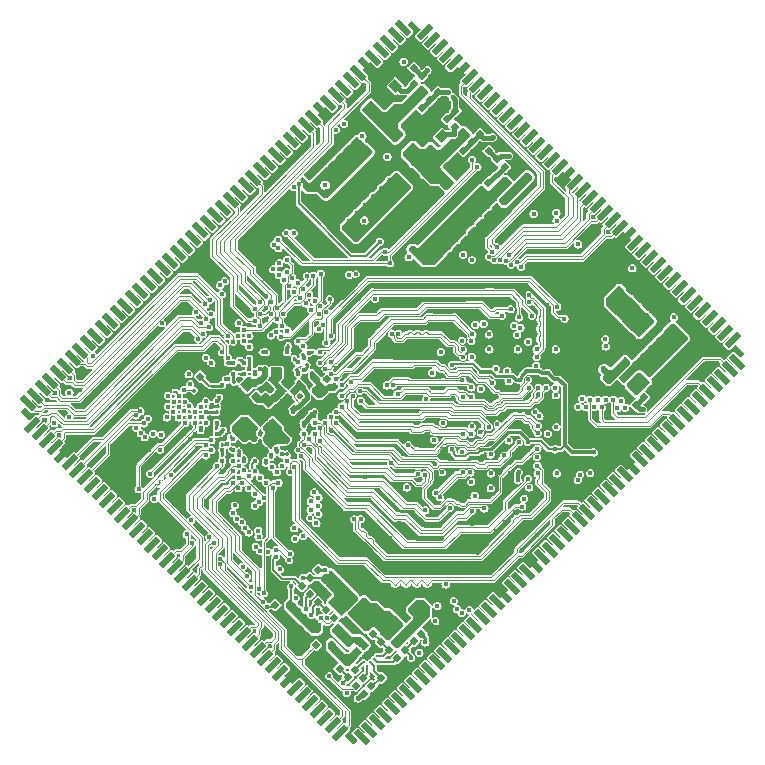
<source format=gbr>
%TF.GenerationSoftware,KiCad,Pcbnew,8.0.0-rc1*%
%TF.CreationDate,2025-03-14T10:19:49+03:00*%
%TF.ProjectId,SMX66_V1.0,534d5836-365f-4563-912e-302e6b696361,rev?*%
%TF.SameCoordinates,Original*%
%TF.FileFunction,Copper,L6,Bot*%
%TF.FilePolarity,Positive*%
%FSLAX46Y46*%
G04 Gerber Fmt 4.6, Leading zero omitted, Abs format (unit mm)*
G04 Created by KiCad (PCBNEW 8.0.0-rc1) date 2025-03-14 10:19:49*
%MOMM*%
%LPD*%
G01*
G04 APERTURE LIST*
G04 Aperture macros list*
%AMRotRect*
0 Rectangle, with rotation*
0 The origin of the aperture is its center*
0 $1 length*
0 $2 width*
0 $3 Rotation angle, in degrees counterclockwise*
0 Add horizontal line*
21,1,$1,$2,0,0,$3*%
G04 Aperture macros list end*
%TA.AperFunction,CastellatedPad*%
%ADD10RotRect,1.500000X0.500000X315.000000*%
%TD*%
%TA.AperFunction,CastellatedPad*%
%ADD11RotRect,1.500000X0.500000X45.000000*%
%TD*%
%TA.AperFunction,SMDPad,CuDef*%
%ADD12RotRect,0.300000X0.249900X315.000000*%
%TD*%
%TA.AperFunction,SMDPad,CuDef*%
%ADD13RotRect,0.900000X0.800000X135.000000*%
%TD*%
%TA.AperFunction,SMDPad,CuDef*%
%ADD14RotRect,0.550000X0.550000X315.000000*%
%TD*%
%TA.AperFunction,SMDPad,CuDef*%
%ADD15RotRect,0.550000X0.550000X225.000000*%
%TD*%
%TA.AperFunction,SMDPad,CuDef*%
%ADD16RotRect,0.550000X0.550000X135.000000*%
%TD*%
%TA.AperFunction,SMDPad,CuDef*%
%ADD17RotRect,0.550000X0.550000X45.000000*%
%TD*%
%TA.AperFunction,SMDPad,CuDef*%
%ADD18R,0.300000X0.249900*%
%TD*%
%TA.AperFunction,SMDPad,CuDef*%
%ADD19RotRect,0.300000X0.249900X225.000000*%
%TD*%
%TA.AperFunction,SMDPad,CuDef*%
%ADD20RotRect,0.900000X0.800000X315.000000*%
%TD*%
%TA.AperFunction,SMDPad,CuDef*%
%ADD21RotRect,0.300000X0.249900X135.000000*%
%TD*%
%TA.AperFunction,SMDPad,CuDef*%
%ADD22R,0.249900X0.300000*%
%TD*%
%TA.AperFunction,SMDPad,CuDef*%
%ADD23RotRect,0.900000X0.800000X45.000000*%
%TD*%
%TA.AperFunction,SMDPad,CuDef*%
%ADD24C,0.240000*%
%TD*%
%TA.AperFunction,SMDPad,CuDef*%
%ADD25RotRect,0.300000X0.249900X45.000000*%
%TD*%
%TA.AperFunction,SMDPad,CuDef*%
%ADD26R,0.550000X0.550000*%
%TD*%
%TA.AperFunction,SMDPad,CuDef*%
%ADD27RotRect,2.000000X0.700000X315.000000*%
%TD*%
%TA.AperFunction,SMDPad,CuDef*%
%ADD28R,0.900000X0.800000*%
%TD*%
%TA.AperFunction,ViaPad*%
%ADD29C,0.400050*%
%TD*%
%TA.AperFunction,Conductor*%
%ADD30C,0.200000*%
%TD*%
%TA.AperFunction,Conductor*%
%ADD31C,0.304800*%
%TD*%
%TA.AperFunction,Conductor*%
%ADD32C,0.203200*%
%TD*%
%TA.AperFunction,Conductor*%
%ADD33C,0.101600*%
%TD*%
%TA.AperFunction,Conductor*%
%ADD34C,0.254000*%
%TD*%
%TA.AperFunction,Conductor*%
%ADD35C,0.381000*%
%TD*%
%TA.AperFunction,Conductor*%
%ADD36C,0.508000*%
%TD*%
%TA.AperFunction,Conductor*%
%ADD37C,0.088900*%
%TD*%
%TA.AperFunction,Conductor*%
%ADD38C,0.406400*%
%TD*%
%TA.AperFunction,Conductor*%
%ADD39C,0.152400*%
%TD*%
%TA.AperFunction,Conductor*%
%ADD40C,0.128000*%
%TD*%
%TA.AperFunction,Conductor*%
%ADD41C,0.150000*%
%TD*%
%TA.AperFunction,Conductor*%
%ADD42C,0.096520*%
%TD*%
%TA.AperFunction,Conductor*%
%ADD43C,0.228600*%
%TD*%
G04 APERTURE END LIST*
D10*
%TO.P,U1,1,VCC_3V3_SYS*%
%TO.N,/VCC_3V3*%
X146376438Y-64025579D03*
%TO.P,U1,2,VCC_3V3_SYS*%
X145740042Y-64661975D03*
%TO.P,U1,3,VCC_3V3_SYS*%
X145103646Y-65298371D03*
%TO.P,U1,4,VCC_RTC*%
%TO.N,/[VCC_CPU]-[RTC]/VCC_RTC*%
X144467250Y-65934767D03*
%TO.P,U1,5,PMIC_32KOUT*%
%TO.N,/RK3566_1/GPIO0_B0_u*%
X143830855Y-66571162D03*
%TO.P,U1,6,GND*%
%TO.N,GND*%
X143194457Y-67207560D03*
%TO.P,U1,7,HDMITX_CEC_M0*%
%TO.N,/RK3566_2/HDMITX_CEC_M0*%
X142558061Y-67843956D03*
%TO.P,U1,8,HDMITX_SDA*%
%TO.N,/RK3566_2/HDMITX_SDA*%
X141921665Y-68480352D03*
%TO.P,U1,9,HDMITX_SCL*%
%TO.N,/RK3566_2/HDMITX_SCL*%
X141285269Y-69116748D03*
%TO.P,U1,10,GMAC1_RXER_M0*%
%TO.N,/RK3566_3/GPIO3_B4_d*%
X140648873Y-69753144D03*
%TO.P,U1,11,GMAC1_MCLKINOUT_M0*%
%TO.N,/RK3566_3/GPIO3_C0_d*%
X140012477Y-70389540D03*
%TO.P,U1,12,GND*%
%TO.N,GND*%
X139376081Y-71025936D03*
%TO.P,U1,13,GMAC1_TXD0_M0*%
%TO.N,/RK3566_3/GPIO3_B5_d*%
X138739685Y-71662332D03*
%TO.P,U1,14,GMAC1_TXD1_M0*%
%TO.N,/RK3566_3/GMAC1_TXD1_M0*%
X138103289Y-72298728D03*
%TO.P,U1,15,GMAC1_TXEN_M0*%
%TO.N,/RK3566_3/GMAC1_TXEN_M0*%
X137466893Y-72935124D03*
%TO.P,U1,16,GMAC1_RXDV_CRS_M0*%
%TO.N,/RK3566_3/GPIO3_B3_d*%
X136830496Y-73571521D03*
%TO.P,U1,17,GMAC1_RXD1_M0*%
%TO.N,/RK3566_3/GMAC1_RXD1_M0*%
X136194101Y-74207916D03*
%TO.P,U1,18,GMAC1_RXD0_M0*%
%TO.N,/RK3566_3/GMAC1_RXD0_M0*%
X135557704Y-74844313D03*
%TO.P,U1,19,GMAC1_RXD3_M0*%
%TO.N,/RK3566_3/GPIO3_A5_d*%
X134921308Y-75480709D03*
%TO.P,U1,20,GMAC1_RXD2_M0*%
%TO.N,/RK3566_3/GPIO3_A4_d*%
X134284912Y-76117105D03*
%TO.P,U1,21,GMAC1_RXCLK_M0*%
%TO.N,/RK3566_3/GPIO3_A7_d*%
X133648516Y-76753501D03*
%TO.P,U1,22,GMAC1_TXD2_M0*%
%TO.N,/RK3566_3/GPIO3_A2_d*%
X133012120Y-77389897D03*
%TO.P,U1,23,GMAC1_TXD3_M0*%
%TO.N,/RK3566_3/GPIO3_A3_d*%
X132375724Y-78026293D03*
%TO.P,U1,24,GMAC1_TXCLK_M0*%
%TO.N,/RK3566_3/GPIO3_A6_d*%
X131739329Y-78662688D03*
%TO.P,U1,25,MIPI_DSI_TX0_D3N/_LVDS_TX0_D3N*%
%TO.N,/RK3566_4/MIPI_DSI_TX0_D3N*%
X131102932Y-79299085D03*
%TO.P,U1,26,MIPI_DSI_TX0_D3P/_LVDS_TX0_D3P*%
%TO.N,/RK3566_4/MIPI_DSI_TX0_D3P*%
X130466535Y-79935482D03*
%TO.P,U1,27,MIPI_DSI_TX0_D2N/_LVDS_TX0_D2N*%
%TO.N,/RK3566_4/MIPI_DSI_TX0_D2N*%
X129830140Y-80571877D03*
%TO.P,U1,28,MIPI_DSI_TX0_D2P/_LVDS_TX0_D2P*%
%TO.N,/RK3566_4/MIPI_DSI_TX0_D2P*%
X129193743Y-81208274D03*
%TO.P,U1,29,MIPI_DSI_TX0_D1N/_LVDS_TX0_D1N*%
%TO.N,/RK3566_4/MIPI_DSI_TX0_D1N*%
X128557347Y-81844670D03*
%TO.P,U1,30,MIPI_DSI_TX0_D1P/_LVDS_TX0_D1P*%
%TO.N,/RK3566_4/MIPI_DSI_TX0_D1P*%
X127920951Y-82481066D03*
%TO.P,U1,31,MIPI_DSI_TX0_D0N/_LVDS_TX0_D0N*%
%TO.N,/RK3566_4/MIPI_DSI_TX0_D0N*%
X127284555Y-83117462D03*
%TO.P,U1,32,MIPI_DSI_TX0_D0P/_LVDS_TX0_D0P*%
%TO.N,/RK3566_4/MIPI_DSI_TX0_D0P*%
X126648159Y-83753858D03*
%TO.P,U1,33,MIPI_DSI_TX0_CLKN/_LVDS_TX0_CLKN*%
%TO.N,/RK3566_4/MIPI_DSI_TX0_CLKN*%
X126011763Y-84390254D03*
%TO.P,U1,34,MIPI_DSI_TX0_CLKP/_LVDS_TX0_CLKP*%
%TO.N,/RK3566_4/MIPI_DSI_TX0_CLKP*%
X125375368Y-85026649D03*
%TO.P,U1,35,HDMI_TX_HPDIN*%
%TO.N,/RK3566_4/HDMI_TX_HPDIN*%
X124738970Y-85663047D03*
%TO.P,U1,36,HDMI_TXCLKN*%
%TO.N,/RK3566_4/HDMI_TXCLKN*%
X124102574Y-86299443D03*
%TO.P,U1,37,HDMI_TXCLKP*%
%TO.N,/RK3566_4/HDMI_TXCLKP*%
X123466179Y-86935838D03*
%TO.P,U1,38,HDMI_TX0N*%
%TO.N,/RK3566_4/HDMI_TX0N*%
X122829782Y-87572235D03*
%TO.P,U1,39,HDMI_TX0P*%
%TO.N,/RK3566_4/HDMI_TX0P*%
X122193386Y-88208631D03*
%TO.P,U1,40,HDMI_TX1N*%
%TO.N,/RK3566_4/HDMI_TX1N*%
X121556990Y-88845027D03*
%TO.P,U1,41,HDMI_TX1P*%
%TO.N,/RK3566_4/HDMI_TX1P*%
X120920594Y-89481423D03*
%TO.P,U1,42,HDMI_TX2N*%
%TO.N,/RK3566_4/HDMI_TX2N*%
X120284198Y-90117819D03*
%TO.P,U1,43,HDMI_TX2P*%
%TO.N,/RK3566_4/HDMI_TX2P*%
X119647802Y-90754215D03*
%TO.P,U1,44,MIPI_CSI_RX_CLK1N*%
%TO.N,/RK3566_5/MIPI_CSI_RX_CLK1N*%
X119011406Y-91390611D03*
%TO.P,U1,45,MIPI_CSI_RX_CLK1P*%
%TO.N,/RK3566_5/MIPI_CSI_RX_CLK1P*%
X118375009Y-92027008D03*
%TO.P,U1,46,MIPI_CSI_RX_D3N*%
%TO.N,/RK3566_5/MIPI_CSI_RX_D3N*%
X117738613Y-92663404D03*
%TO.P,U1,47,MIPI_CSI_RX_D3P*%
%TO.N,/RK3566_5/MIPI_CSI_RX_D3P*%
X117102217Y-93299800D03*
%TO.P,U1,48,MIPI_CSI_RX_D2N*%
%TO.N,/RK3566_5/MIPI_CSI_RX_D2N*%
X116465821Y-93936196D03*
%TO.P,U1,49,MIPI_CSI_RX_D2P*%
%TO.N,/RK3566_5/MIPI_CSI_RX_D2P*%
X115829425Y-94572592D03*
%TO.P,U1,50,MIPI_CSI_RX_D1P*%
%TO.N,/RK3566_5/MIPI_CSI_RX_D1P*%
X115193029Y-95208988D03*
%TO.P,U1,51,MIPI_CSI_RX_D1N*%
%TO.N,/RK3566_5/MIPI_CSI_RX_D1N*%
X114556633Y-95845384D03*
D11*
%TO.P,U1,52,MIPI_CSI_RX_D0N*%
%TO.N,/RK3566_5/MIPI_CSI_RX_D0N*%
X114945543Y-97648506D03*
%TO.P,U1,53,MIPI_CSI_RX_D0P*%
%TO.N,/RK3566_5/MIPI_CSI_RX_D0P*%
X115581939Y-98284903D03*
%TO.P,U1,54,MIPI_CSI_RX_CLK0N*%
%TO.N,/RK3566_5/MIPI_CSI_RX_CLK0N*%
X116218334Y-98921298D03*
%TO.P,U1,55,MIPI_CSI_RX_CLK0P*%
%TO.N,/RK3566_5/MIPI_CSI_RX_CLK0P*%
X116854730Y-99557695D03*
%TO.P,U1,56,GND*%
%TO.N,GND*%
X117491126Y-100194091D03*
%TO.P,U1,57,PWM5*%
%TO.N,/RK3566_1/GPIO0_C4_d*%
X118127522Y-100830487D03*
%TO.P,U1,58,PWM4*%
%TO.N,/RK3566_1/GPIO0_C3_d*%
X118763918Y-101466883D03*
%TO.P,U1,59,PWM3_IR*%
%TO.N,/RK3566_1/GPIO0_C2_d*%
X119400315Y-102103279D03*
%TO.P,U1,60,PCIE20_SATA2_RXP*%
%TO.N,/RK3566_6/PCIE20_SATA2_RXP*%
X120036711Y-102739675D03*
%TO.P,U1,61,PCIE20_SATA2_RXN*%
%TO.N,/RK3566_6/PCIE20_SATA2_RXN*%
X120673107Y-103376070D03*
%TO.P,U1,62,PCIE20_SATA2_TXN*%
%TO.N,/RK3566_6/PCIE20_SATA2_TXN*%
X121309504Y-104012467D03*
%TO.P,U1,63,PCIE20_SATA2_TXP*%
%TO.N,/RK3566_6/PCIE20_SATA2_TXP*%
X121945900Y-104648864D03*
%TO.P,U1,64,PCIE20_REFCLKP*%
%TO.N,/RK3566_6/PCIE20_REFCLKP*%
X122582295Y-105285259D03*
%TO.P,U1,65,PCIE20_REFCLKN*%
%TO.N,/RK3566_6/PCIE20_REFCLKN*%
X123218691Y-105921656D03*
%TO.P,U1,66,USB3_HOST1_SSTXP*%
%TO.N,/RK3566_6/USB3_HOST1_SSTXP*%
X123855087Y-106558052D03*
%TO.P,U1,67,USB3_HOST1_SSTXN*%
%TO.N,/RK3566_6/USB3_HOST1_SSTXN*%
X124491483Y-107194448D03*
%TO.P,U1,68,USB3_HOST1_SSRXP*%
%TO.N,/RK3566_6/USB3_HOST1_SSRXP*%
X125127879Y-107830844D03*
%TO.P,U1,69,USB3_HOST1_SSRXN*%
%TO.N,/RK3566_6/USB3_HOST1_SSRXN*%
X125764276Y-108467240D03*
%TO.P,U1,70,USB_OTG0_DN*%
%TO.N,/RK3566_6/USB_OTG0_DN*%
X126400671Y-109103635D03*
%TO.P,U1,71,USB_OTG0_DP*%
%TO.N,/RK3566_6/USB_OTG0_DP*%
X127037068Y-109740031D03*
%TO.P,U1,72,USB3_HOST1_DP*%
%TO.N,/RK3566_6/USB3_HOST1_DP*%
X127673465Y-110376429D03*
%TO.P,U1,73,USB3_HOST1_DN*%
%TO.N,/RK3566_6/USB3_HOST1_DN*%
X128309860Y-111012824D03*
%TO.P,U1,74,EDP_TX_D2N*%
%TO.N,/RK3566_4/EDP_TXD2N*%
X128946256Y-111649220D03*
%TO.P,U1,75,EDP_TX_D2P*%
%TO.N,/RK3566_4/EDP_TXD2P*%
X129582652Y-112285617D03*
%TO.P,U1,76,EDP_TX_D1N*%
%TO.N,/RK3566_4/EDP_TXD1N*%
X130219048Y-112922013D03*
%TO.P,U1,77,EDP_TX_D1P*%
%TO.N,/RK3566_4/EDP_TXD1P*%
X130855444Y-113558409D03*
%TO.P,U1,78,EDP_TX_D0N*%
%TO.N,/RK3566_4/EDP_TXD0N*%
X131491840Y-114194805D03*
%TO.P,U1,79,EDP_TX_D0P*%
%TO.N,/RK3566_4/EDP_TXD0P*%
X132128237Y-114831201D03*
%TO.P,U1,80,EDP_TX_D3N*%
%TO.N,/RK3566_4/EDP_TXD3N*%
X132764632Y-115467596D03*
%TO.P,U1,81,EDP_TX_D3P*%
%TO.N,/RK3566_4/EDP_TXD3P*%
X133401029Y-116103993D03*
%TO.P,U1,82,EDP_TX_AUXN*%
%TO.N,/RK3566_4/EDP_TX_AUXN*%
X134037426Y-116740390D03*
%TO.P,U1,83,EDP_TX_AUXP*%
%TO.N,/RK3566_4/EDP_TX_AUXP*%
X134673821Y-117376785D03*
%TO.P,U1,84,SDMMC0_DET_L*%
%TO.N,/RK3566_1/GPIO0_A4_u*%
X135310217Y-118013182D03*
%TO.P,U1,85,SDMMC0_CLK*%
%TO.N,/RK3566_7/SDMMC0_CLK{slash}TEST_CLKOUT{slash}UART5_TX_M0*%
X135946613Y-118649578D03*
%TO.P,U1,86,GND*%
%TO.N,GND*%
X136583009Y-119285974D03*
%TO.P,U1,87,SDMMC0_CMD*%
%TO.N,/RK3566_7/SDMMC0_CMD{slash}PWM10_M1{slash}UART5_RX_M0*%
X137219405Y-119922370D03*
%TO.P,U1,88,SDMMC0_D3*%
%TO.N,/RK3566_7/SDMMC0_D3{slash}ARM_JTAG_TMS*%
X137855802Y-120558766D03*
%TO.P,U1,89,SDMMC0_D2*%
%TO.N,/RK3566_7/SDMMC0_D2{slash}ARM_JTAG_TCK*%
X138492198Y-121195162D03*
%TO.P,U1,90,SDMMC0_D1*%
%TO.N,/RK3566_7/SDMMC0_D1{slash}UART2_RX_M1{slash}UART6_RX_M1{slash}PWM9_M1*%
X139128593Y-121831557D03*
%TO.P,U1,91,SDMMC0_D0*%
%TO.N,/RK3566_7/SDMMC0_D0{slash}UART2_TX_M1{slash}UART6_TX_M1{slash}PWM8_M1*%
X139764991Y-122467954D03*
%TO.P,U1,92,USB_OTG0_ID*%
%TO.N,/RK3566_6/USB_OTG0_ID*%
X140401387Y-123104351D03*
%TO.P,U1,93,USB_OTG0_VBUSDET*%
%TO.N,/RK3566_6/USB_OTG0_VBUSDET*%
X141037782Y-123740746D03*
D10*
%TO.P,U1,94,UART1_RX_M0*%
%TO.N,/RK3566_2/GPIO2_B3_u*%
X142840904Y-124129655D03*
%TO.P,U1,95,UART1_TX_M0*%
%TO.N,/RK3566_2/GPIO2_B4_u*%
X143477300Y-123493259D03*
%TO.P,U1,96,UART1_RTSn_M0*%
%TO.N,/RK3566_2/GPIO2_B5_u*%
X144113697Y-122856863D03*
%TO.P,U1,97,UART1_CTSn_M0*%
%TO.N,/RK3566_2/GPIO2_B6_u*%
X144750093Y-122220467D03*
%TO.P,U1,98,BT_REG_ON_H*%
%TO.N,/RK3566_2/GPIO2_B7_d*%
X145386489Y-121584071D03*
%TO.P,U1,99,BT_WAKE_HOST_H*%
%TO.N,/RK3566_2/GPIO2_C0_d*%
X146022885Y-120947675D03*
%TO.P,U1,100,HOST_WAKE_BT_H*%
%TO.N,/RK3566_2/GPIO2_C1_d*%
X146659281Y-120311279D03*
%TO.P,U1,101,WIFI_WAKE_HOST_H*%
%TO.N,/RK3566_2/GPIO2_B2_u*%
X147295677Y-119674882D03*
%TO.P,U1,102,WIFI_REG_ON_H*%
%TO.N,/RK3566_2/GPIO2_C6_d*%
X147932073Y-119038486D03*
%TO.P,U1,103,I2S2_SCLK_TX_M0*%
%TO.N,/RK3566_2/GPIO2_C2_d*%
X148568469Y-118402090D03*
%TO.P,U1,104,I2S2_LRCK_TX_M0*%
%TO.N,/RK3566_2/GPIO2_C3_d*%
X149204865Y-117765694D03*
%TO.P,U1,105,I2S2_SDO_M0*%
%TO.N,/RK3566_2/GPIO2_C4_d*%
X149841261Y-117129298D03*
%TO.P,U1,106,I2S2_SDI_M0*%
%TO.N,/RK3566_2/GPIO2_C5_d*%
X150477658Y-116492902D03*
%TO.P,U1,107,SDMMC1_D3*%
%TO.N,/RK3566_2/GPIO2_A6_u*%
X151114054Y-115856506D03*
%TO.P,U1,108,SDMMC1_D2*%
%TO.N,/RK3566_2/GPIO2_A5_u*%
X151750450Y-115220110D03*
%TO.P,U1,109,SDMMC1_D1*%
%TO.N,/RK3566_2/GPIO2_A4_u*%
X152386846Y-114583714D03*
%TO.P,U1,110,SDMMC1_D0*%
%TO.N,/RK3566_2/GPIO2_A3_u*%
X153023242Y-113947318D03*
%TO.P,U1,111,SDMMC1_CMD*%
%TO.N,/RK3566_2/GPIO2_A7_u*%
X153659638Y-113310921D03*
%TO.P,U1,112,SDMMC1_CLK*%
%TO.N,/RK3566_2/GPIO2_B0_d*%
X154296034Y-112674525D03*
%TO.P,U1,113,GND*%
%TO.N,GND*%
X154932430Y-112038129D03*
%TO.P,U1,114,SARADC_VIN3*%
%TO.N,/RK3566_2/SARADC_VIN3*%
X155568826Y-111401733D03*
%TO.P,U1,115,SARADC_VIN2_HP_HOOK*%
%TO.N,/RK3566_2/SARADC_VIN2_HP_HOOK*%
X156205222Y-110765337D03*
%TO.P,U1,116,SARADC_VIN0_KEY/_RECOVERY*%
%TO.N,/RK3566_2/SARADC_VIN0_KEY{slash}RECOVERY*%
X156841619Y-110128941D03*
%TO.P,U1,117,GND*%
%TO.N,GND*%
X157478015Y-109492545D03*
%TO.P,U1,118,PCIE20_PERSTn_M2*%
%TO.N,/RK3566_8/PCIE20_PERSTn_M2*%
X158114411Y-108856149D03*
%TO.P,U1,119,PCIE20_WAKEn_M2*%
%TO.N,/RK3566_8/PCIE20_WAKEn_M2*%
X158750807Y-108219753D03*
%TO.P,U1,120,PCIE20_CLKREQn_M2*%
%TO.N,/RK3566_8/PCIE20_CLKREQn_M2*%
X159387203Y-107583357D03*
%TO.P,U1,121,UART3_RX_M0*%
%TO.N,/RK3566_8/UART3_RX_M0*%
X160023599Y-106946960D03*
%TO.P,U1,122,UART3_TX_M0*%
%TO.N,/RK3566_8/UART3_TX_M0*%
X160659995Y-106310564D03*
%TO.P,U1,123,UART4_RX_M0*%
%TO.N,/RK3566_8/UART4_RX_M0*%
X161296391Y-105674168D03*
%TO.P,U1,124,UART4_TX_M0*%
%TO.N,/RK3566_8/UART4_TX_M0*%
X161932787Y-105037772D03*
%TO.P,U1,125,I2S1_LRCK_TX_M0_PMIC*%
%TO.N,/RK3566_8/I2S1_LRCK_TX_M0*%
X162569184Y-104401376D03*
%TO.P,U1,126,I2S1_SDI0_M0/_PDM_SDI0_M0_PMIC*%
%TO.N,/RK3566_8/I2S1_SDI0_M0{slash}PDM_SDI0_M0*%
X163205580Y-103764980D03*
%TO.P,U1,127,I2S1_SCLK_TX_M0_PMIC*%
%TO.N,/RK3566_8/I2S1_SCLK_TX_M0*%
X163841976Y-103128584D03*
%TO.P,U1,128,I2S1_SDO0_M0_PMIC*%
%TO.N,/RK3566_8/I2S1_SDO0_M0*%
X164478372Y-102492188D03*
%TO.P,U1,129,I2S1_MCLK_M0_PMIC*%
%TO.N,/RK3566_8/I2S1_MCLK_M0*%
X165114768Y-101855792D03*
%TO.P,U1,130,GND*%
%TO.N,GND*%
X165751164Y-101219395D03*
%TO.P,U1,131,SPI0_CS0_M0*%
%TO.N,/RK3566_1/SPI0_CS0_M0*%
X166387560Y-100582999D03*
%TO.P,U1,132,SPI0_MISO_M0*%
%TO.N,/RK3566_1/SPI0_MISO_M0*%
X167023956Y-99946603D03*
%TO.P,U1,133,SPI0_MOSI_M0*%
%TO.N,/RK3566_1/SPI0_MOSI_M0*%
X167660352Y-99310207D03*
%TO.P,U1,134,SPI0_CLK_M0*%
%TO.N,/RK3566_1/SPI0_CLK_M0*%
X168296748Y-98673811D03*
%TO.P,U1,135,SPI3_CS0_M1*%
%TO.N,/RK3566_2/SPI3_CS0_M1*%
X168933145Y-98037415D03*
%TO.P,U1,136,SPI3_MISO_M1*%
%TO.N,/RK3566_2/SPI3_MISO_M1*%
X169569541Y-97401019D03*
%TO.P,U1,137,SPI3_MOSI_M1*%
%TO.N,/RK3566_2/SPI3_MOSI_M1*%
X170205937Y-96764623D03*
%TO.P,U1,138,SPI3_CLK_M1*%
%TO.N,/RK3566_2/SPI3_CLK_M1*%
X170842333Y-96128227D03*
%TO.P,U1,139,LCD_PWREN_H*%
%TO.N,/RK3566_1/LCD0_PWREN_H*%
X171478729Y-95491831D03*
%TO.P,U1,140,PWM0_M0*%
%TO.N,/RK3566_1/PWM0_M0*%
X172115125Y-94855434D03*
%TO.P,U1,141,UART5_RX_M1*%
%TO.N,/RK3566_3/UART5_RX_M1*%
X172751521Y-94219038D03*
%TO.P,U1,142,UART5_TX_M1*%
%TO.N,/RK3566_3/UART5_TX_M1*%
X173387917Y-93582642D03*
%TO.P,U1,143,UART2DBG_RX*%
%TO.N,/RK3566_1/UART2_RX_M0_DEBUG*%
X174024313Y-92946246D03*
%TO.P,U1,144,UART2DBG_TX*%
%TO.N,/RK3566_1/UART2_TX_M0_DEBUG*%
X174660709Y-92309850D03*
D11*
%TO.P,U1,145,SPDIF_TX_M2*%
%TO.N,/RK3566_2/SPDIF_TX_M2*%
X174271801Y-90506728D03*
%TO.P,U1,146,GPIO0_A6_d*%
%TO.N,/RK3566_1/GPIO0_A6_d*%
X173635405Y-89870332D03*
%TO.P,U1,147,GPIO0_A3_u*%
%TO.N,/RK3566_1/GPIO0_A3_u*%
X172999009Y-89233936D03*
%TO.P,U1,148,GPIO0_A0_d*%
%TO.N,/RK3566_1/GPIO0_A0_d*%
X172362612Y-88597539D03*
%TO.P,U1,149,CAMERAF_RST_L*%
%TO.N,/RK3566_5/GPIO4_B0_d*%
X171726216Y-87961143D03*
%TO.P,U1,150,CAMERAB_RST_L*%
%TO.N,/RK3566_5/CAMERAB_RST_L *%
X171089820Y-87324747D03*
%TO.P,U1,151,CIFT_8BIT_D7*%
%TO.N,/RK3566_5/CIFT_8BIT_D7*%
X170453424Y-86688351D03*
%TO.P,U1,152,CIFT_8BIT_D6*%
%TO.N,/RK3566_5/CIFT_8BIT_D6*%
X169817028Y-86051955D03*
%TO.P,U1,153,CIFT_8BIT_D5*%
%TO.N,/RK3566_5/CIFT_8BIT_D5*%
X169180632Y-85415559D03*
%TO.P,U1,154,CIFT_8BIT_D4*%
%TO.N,/RK3566_5/CIFT_8BIT_D4*%
X168544236Y-84779163D03*
%TO.P,U1,155,CIFT_8BIT_D3*%
%TO.N,/RK3566_5/CIFT_8BIT_D3*%
X167907840Y-84142767D03*
%TO.P,U1,156,CIFT_8BIT_D2*%
%TO.N,/RK3566_5/CIFT_8BIT_D2*%
X167271444Y-83506371D03*
%TO.P,U1,157,CIFT_8BIT_D1*%
%TO.N,/RK3566_5/CIFT_8BIT_D1*%
X166635047Y-82869974D03*
%TO.P,U1,158,CIFT_8BIT_D0*%
%TO.N,/RK3566_5/CIFT_8BIT_D0*%
X165998651Y-82233578D03*
%TO.P,U1,159,GND*%
%TO.N,GND*%
X165362255Y-81597182D03*
%TO.P,U1,160,USB2_HOST2_DN*%
%TO.N,/RK3566_6/USB2_HOST2_DN*%
X164725859Y-80960786D03*
%TO.P,U1,161,USB2_HOST2_DP*%
%TO.N,/RK3566_6/USB2_HOST2_DP*%
X164089463Y-80324390D03*
%TO.P,U1,162,USB2_HOST3_DP*%
%TO.N,/RK3566_6/USB2_HOST3_DP*%
X163453067Y-79687994D03*
%TO.P,U1,163,USB2_HOST3_DN*%
%TO.N,/RK3566_6/USB2_HOST3_DN*%
X162816671Y-79051598D03*
%TO.P,U1,164,CIFT_8BIT_VSYNC*%
%TO.N,/RK3566_5/CIFT_8BIT_VSYNC*%
X162180275Y-78415202D03*
%TO.P,U1,165,CIFT_8BIT_HREF*%
%TO.N,/RK3566_5/CIFT_8BIT_HREF*%
X161543879Y-77778806D03*
%TO.P,U1,166,CIFT_8BIT_CLKIN*%
%TO.N,/RK3566_5/CIFT_8BIT_CLKIN*%
X160907483Y-77142410D03*
%TO.P,U1,167,GND*%
%TO.N,GND*%
X160271086Y-76506013D03*
%TO.P,U1,168,CIF_CLKOUT*%
%TO.N,/RK3566_5/CIF_CLKOUT*%
X159634690Y-75869617D03*
%TO.P,U1,169,VOP_BT656_D7_M1*%
%TO.N,/RK3566_5/GPIO3_D5_d*%
X158998294Y-75233221D03*
%TO.P,U1,170,VOP_BT656_D6_M1*%
%TO.N,/RK3566_5/GPIO3_D4_d*%
X158361898Y-74596825D03*
%TO.P,U1,171,VOP_BT656_D5_M1*%
%TO.N,/RK3566_5/GPIO3_D3_d*%
X157725502Y-73960429D03*
%TO.P,U1,172,VOP_BT656_D4_M1*%
%TO.N,/RK3566_5/GPIO3_D2_d*%
X157089106Y-73324033D03*
%TO.P,U1,173,VOP_BT656_D3_M1*%
%TO.N,/RK3566_5/GPIO3_D1_d*%
X156452710Y-72687637D03*
%TO.P,U1,174,VOP_BT656_D2_M1*%
%TO.N,/RK3566_5/GPIO3_D0_d*%
X155816314Y-72051241D03*
%TO.P,U1,175,VOP_BT656_D1_M1*%
%TO.N,/RK3566_5/GPIO3_C7_d*%
X155179918Y-71414845D03*
%TO.P,U1,176,VOP_BT656_D0_M1*%
%TO.N,/RK3566_5/GPIO3_C6_d*%
X154543522Y-70778449D03*
%TO.P,U1,177,VOP_BT656_CLK_M1*%
%TO.N,/RK3566_5/GPIO4_B4_d*%
X153907125Y-70142052D03*
%TO.P,U1,178,GPIO4_B5_d_1V8*%
%TO.N,/RK3566_5/GPIO4_B5_d_1V8*%
X153270729Y-69505656D03*
%TO.P,U1,179,I2C4_SDA_M0_1V8*%
%TO.N,/RK3566_5/I2C4_SDA_M0_1V8*%
X152634333Y-68869260D03*
%TO.P,U1,180,I2C4_SCL_M0_1V8*%
%TO.N,/RK3566_5/I2C4_SCL_M0_1V8*%
X151997937Y-68232864D03*
%TO.P,U1,181,GND*%
%TO.N,GND*%
X151361541Y-67596468D03*
%TO.P,U1,182,I2C1_SDA*%
%TO.N,/RK3566_1/GPIO0_B4_u*%
X150725145Y-66960072D03*
%TO.P,U1,183,I2C1_SCL*%
%TO.N,/RK3566_1/GPIO0_B3_u*%
X150088749Y-66323676D03*
%TO.P,U1,184,GPIO0_A5_d*%
%TO.N,/RK3566_1/GPIO0_A5_d*%
X149452353Y-65687280D03*
%TO.P,U1,185,GMAC1_MDIO_M0*%
%TO.N,/RK3566_3/GMAC1_MDIO_M0*%
X148815957Y-65050884D03*
%TO.P,U1,186,GMAC1_MDC_M0*%
%TO.N,/RK3566_3/GMAC1_MDC_M0*%
X148179561Y-64414488D03*
%TD*%
D12*
%TO.P,C1301,1,1*%
%TO.N,/VCC_3V3*%
X132890484Y-100433574D03*
%TO.P,C1301,2,2*%
%TO.N,GND*%
X133279534Y-100044524D03*
%TD*%
D13*
%TO.P,C23,1,1*%
%TO.N,/POWER/VCC0V9_2*%
X144675435Y-72017515D03*
%TO.P,C23,2,2*%
%TO.N,GND*%
X143685485Y-73007465D03*
%TD*%
D14*
%TO.P,C3832,1,1*%
%TO.N,/LPDDR4/VCC0V6_DDR*%
X168587641Y-91735943D03*
%TO.P,C3832,2,2*%
%TO.N,GND*%
X169224181Y-92372473D03*
%TD*%
D15*
%TO.P,C1000,1,1*%
%TO.N,/[VCC_CPU]-[RTC]/VDD_CPU*%
X135114615Y-99300965D03*
%TO.P,C1000,2,2*%
%TO.N,GND*%
X134478085Y-99937505D03*
%TD*%
D14*
%TO.P,C10,1,1*%
%TO.N,/VCC_3V3*%
X166745485Y-93997465D03*
%TO.P,C10,2,2*%
%TO.N,GND*%
X167382025Y-94633995D03*
%TD*%
%TO.P,C1409,1,1*%
%TO.N,/RK3566_1/PMUPLL_AVDD_0V9*%
X142398726Y-81741142D03*
%TO.P,C1409,2,2*%
%TO.N,GND*%
X143035266Y-82377672D03*
%TD*%
%TO.P,C1703,1,1*%
%TO.N,/RK3566_1/PMUPLL_AVDD_0V9*%
X143750460Y-80339196D03*
%TO.P,C1703,2,2*%
%TO.N,GND*%
X144387000Y-80975726D03*
%TD*%
%TO.P,C1702,1,1*%
%TO.N,/RK3566_1/PMUPLL_AVDD_1V8*%
X141868945Y-75960925D03*
%TO.P,C1702,2,2*%
%TO.N,GND*%
X142505485Y-76597455D03*
%TD*%
D16*
%TO.P,R2250,1,1*%
%TO.N,/VCC_3V3*%
X154953755Y-75815735D03*
%TO.P,R2250,2,2*%
%TO.N,Net-(U2210-EN)*%
X154317225Y-75179205D03*
%TD*%
D15*
%TO.P,C3,1,1*%
%TO.N,/VCC_3V3*%
X140963755Y-117009195D03*
%TO.P,C3,2,2*%
%TO.N,GND*%
X140327225Y-117645735D03*
%TD*%
D17*
%TO.P,R29,1,1*%
%TO.N,/VCC_3V3*%
X147288955Y-68773995D03*
%TO.P,R29,2,2*%
%TO.N,Net-(U6-EN)*%
X147925485Y-68137465D03*
%TD*%
D18*
%TO.P,C1704,1,1*%
%TO.N,/RK3566_1/PMUPLL_AVDD_1V8*%
X131510505Y-92419972D03*
%TO.P,C1704,2,2*%
%TO.N,GND*%
X131510505Y-92970172D03*
%TD*%
D16*
%TO.P,C3818,1,1*%
%TO.N,/LPDDR4/VCC_DDR*%
X152845485Y-77867465D03*
%TO.P,C3818,2,2*%
%TO.N,GND*%
X152208945Y-77230935D03*
%TD*%
D14*
%TO.P,R24,1,1*%
%TO.N,/POWER/VCC0V9_1*%
X150827215Y-73809195D03*
%TO.P,R24,2,2*%
%TO.N,Net-(U5-FB{slash}OUT)*%
X151463745Y-74445725D03*
%TD*%
D12*
%TO.P,C1101,1,1*%
%TO.N,/LPDDR4/VCC_DDR*%
X139010965Y-93611985D03*
%TO.P,C1101,2,2*%
%TO.N,GND*%
X139400015Y-93222935D03*
%TD*%
D15*
%TO.P,R4003,1,1*%
%TO.N,/EMMC/VCCIO_1V8_FLASH*%
X138443760Y-110649200D03*
%TO.P,R4003,2,2*%
%TO.N,/EMMC/eMMC_D0{slash}FLASH_D0*%
X137807230Y-111285730D03*
%TD*%
D19*
%TO.P,C1509,1,1*%
%TO.N,/RK3566_1/PMUPLL_AVDD_1V8*%
X135204165Y-100412945D03*
%TO.P,C1509,2,2*%
%TO.N,GND*%
X135593215Y-100801995D03*
%TD*%
D15*
%TO.P,R4004,1,1*%
%TO.N,/EMMC/VCCIO_1V8_FLASH*%
X141173755Y-113359195D03*
%TO.P,R4004,2,2*%
%TO.N,/EMMC/eMMC_CMD*%
X140537225Y-113995725D03*
%TD*%
D16*
%TO.P,C40,1,1*%
%TO.N,/RK3566_1/PMUPLL_AVDD_1V8*%
X141812025Y-74514005D03*
%TO.P,C40,2,2*%
%TO.N,GND*%
X141175485Y-73877475D03*
%TD*%
D13*
%TO.P,C32,1,1*%
%TO.N,/POWER/VCC0V9_1*%
X147180460Y-74552490D03*
%TO.P,C32,2,2*%
%TO.N,GND*%
X146190510Y-75542440D03*
%TD*%
D19*
%TO.P,C1105,1,1*%
%TO.N,/LPDDR4/VCC0V6_DDR*%
X138224785Y-95396145D03*
%TO.P,C1105,2,2*%
%TO.N,GND*%
X138613835Y-95785195D03*
%TD*%
D20*
%TO.P,C2301,1,1*%
%TO.N,/EMMC/VCCIO_1V8_FLASH*%
X140905535Y-111317473D03*
%TO.P,C2301,2,2*%
%TO.N,GND*%
X141895485Y-110327523D03*
%TD*%
D12*
%TO.P,C1102,1,1*%
%TO.N,/LPDDR4/VCC_DDR*%
X138660965Y-93261985D03*
%TO.P,C1102,2,2*%
%TO.N,GND*%
X139050015Y-92872935D03*
%TD*%
%TO.P,C1106,1,1*%
%TO.N,/LPDDR4/VCC0V6_DDR*%
X137929225Y-94428955D03*
%TO.P,C1106,2,2*%
%TO.N,GND*%
X138318275Y-94039905D03*
%TD*%
D21*
%TO.P,C1209,1,1*%
%TO.N,/RK3566_1/PMUPLL_AVDD_0V9*%
X137327665Y-93023915D03*
%TO.P,C1209,2,2*%
%TO.N,GND*%
X136938615Y-93412965D03*
%TD*%
%TO.P,C1701,1,1*%
%TO.N,/RK3566_1/PMUPLL_AVDD_0V9*%
X132009603Y-94075183D03*
%TO.P,C1701,2,2*%
%TO.N,GND*%
X131620553Y-94464233D03*
%TD*%
D17*
%TO.P,R4,1,1*%
%TO.N,/VCC_3V3*%
X143038955Y-120413995D03*
%TO.P,R4,2,2*%
%TO.N,Net-(U2-EN)*%
X143675485Y-119777465D03*
%TD*%
D14*
%TO.P,C3815,1,1*%
%TO.N,/LPDDR4/VCC_DDR*%
X150317215Y-82129195D03*
%TO.P,C3815,2,2*%
%TO.N,GND*%
X150953755Y-82765725D03*
%TD*%
D15*
%TO.P,C3821,1,1*%
%TO.N,/LPDDR4/VCC0V6_DDR*%
X164962672Y-88287458D03*
%TO.P,C3821,2,2*%
%TO.N,GND*%
X164326142Y-88923998D03*
%TD*%
D22*
%TO.P,C1205,1,1*%
%TO.N,/RK3566_1/PMUPLL_AVDD_0V9*%
X129441252Y-97028435D03*
%TO.P,C1205,2,2*%
%TO.N,GND*%
X129991452Y-97028435D03*
%TD*%
D16*
%TO.P,C3805,1,1*%
%TO.N,/LPDDR4/VCC_DDR*%
X148173755Y-82715735D03*
%TO.P,C3805,2,2*%
%TO.N,GND*%
X147537215Y-82079205D03*
%TD*%
D17*
%TO.P,C4000,1,1*%
%TO.N,/EMMC/eMMC_RSTn*%
X139145485Y-112667465D03*
%TO.P,C4000,2,2*%
%TO.N,GND*%
X139782015Y-112030925D03*
%TD*%
D13*
%TO.P,C39,1,1*%
%TO.N,/POWER/VCC0V9_2*%
X143695435Y-71047515D03*
%TO.P,C39,2,2*%
%TO.N,GND*%
X142705485Y-72037465D03*
%TD*%
D17*
%TO.P,C3854,1,1*%
%TO.N,/LPDDR4/VCC0V6_DDR*%
X166384402Y-88245726D03*
%TO.P,C3854,2,2*%
%TO.N,GND*%
X167020932Y-87609186D03*
%TD*%
D23*
%TO.P,C1018,1,1*%
%TO.N,/POWER/VCC0V9_1*%
X132827520Y-97879010D03*
%TO.P,C1018,2,2*%
%TO.N,GND*%
X131837570Y-96889060D03*
%TD*%
D15*
%TO.P,C1008,1,1*%
%TO.N,/POWER/VCC0V9_2*%
X133913555Y-95361595D03*
%TO.P,C1008,2,2*%
%TO.N,GND*%
X133277025Y-95998135D03*
%TD*%
D14*
%TO.P,C2253,1,1*%
%TO.N,/LPDDR4/VCC_DDR*%
X152957215Y-79319195D03*
%TO.P,C2253,2,2*%
%TO.N,GND*%
X153593755Y-79955725D03*
%TD*%
D22*
%TO.P,C1406,1,1*%
%TO.N,/RK3566_1/PMUPLL_AVDD_0V9*%
X137128838Y-92075435D03*
%TO.P,C1406,2,2*%
%TO.N,GND*%
X136578638Y-92075435D03*
%TD*%
D24*
%TO.P,U2,A1,VSEL*%
%TO.N,/[VCC_CPU]-[RTC]/VSEL_EXTDCDC*%
X143302885Y-118047675D03*
%TO.P,U2,A2,EN*%
%TO.N,Net-(U2-EN)*%
X143585728Y-117764833D03*
%TO.P,U2,A3,SCL*%
%TO.N,/[VCC_CPU]-[RTC]/SCL_EXTDCDC*%
X143868570Y-117481991D03*
%TO.P,U2,A4,VOUT*%
%TO.N,Net-(U2-VOUT)*%
X144151413Y-117199147D03*
%TO.P,U2,B1,SDA*%
%TO.N,/[VCC_CPU]-[RTC]/SDA_EXTDCDC*%
X143020043Y-117764833D03*
%TO.P,U2,B2,GND1*%
%TO.N,GND*%
X143302885Y-117481990D03*
%TO.P,U2,B3,GND2*%
X143585728Y-117199147D03*
%TO.P,U2,B4,AGND*%
X143868571Y-116916305D03*
%TO.P,U2,C1,GND3*%
X142737201Y-117481991D03*
%TO.P,U2,C2,GND4*%
X143020043Y-117199147D03*
%TO.P,U2,C3,GND5*%
X143302885Y-116916305D03*
%TO.P,U2,C4,GND6*%
X143585729Y-116633461D03*
%TO.P,U2,D1,VIN_1*%
%TO.N,/VCC_3V3*%
X142454357Y-117199147D03*
%TO.P,U2,D2,VIN_2*%
X142737200Y-116916305D03*
%TO.P,U2,D3,SW_1*%
%TO.N,Net-(U2-SW_1)*%
X143020042Y-116633461D03*
%TO.P,U2,D4,SW_2*%
X143302885Y-116350619D03*
%TO.P,U2,E1,VIN_3*%
%TO.N,/VCC_3V3*%
X142171515Y-116916305D03*
%TO.P,U2,E2,VIN_4*%
X142454357Y-116633462D03*
%TO.P,U2,E3,SW_3*%
%TO.N,Net-(U2-SW_1)*%
X142737200Y-116350619D03*
%TO.P,U2,E4,SW_4*%
X143020043Y-116067777D03*
%TD*%
D16*
%TO.P,C1208,1,1*%
%TO.N,/RK3566_1/PMUPLL_AVDD_0V9*%
X141665485Y-80967465D03*
%TO.P,C1208,2,2*%
%TO.N,GND*%
X141028945Y-80330935D03*
%TD*%
D19*
%TO.P,R1713,1,1*%
%TO.N,/RK3566_4/HDMI_TX_REXT*%
X128660955Y-94772935D03*
%TO.P,R1713,2,2*%
%TO.N,GND*%
X129050005Y-95161985D03*
%TD*%
D18*
%TO.P,C1721,1,1*%
%TO.N,/RK3566_1/PMUPLL_AVDD_1V8*%
X130097345Y-94357128D03*
%TO.P,C1721,2,2*%
%TO.N,GND*%
X130097345Y-93806928D03*
%TD*%
D14*
%TO.P,C1204,1,1*%
%TO.N,/RK3566_1/PMUPLL_AVDD_0V9*%
X146517215Y-77619195D03*
%TO.P,C1204,2,2*%
%TO.N,GND*%
X147153755Y-78255725D03*
%TD*%
D17*
%TO.P,C1400,1,1*%
%TO.N,/RK3566_6/USB_OTG0_VBUSDET*%
X138977215Y-116275735D03*
%TO.P,C1400,2,2*%
%TO.N,GND*%
X139613745Y-115639195D03*
%TD*%
D18*
%TO.P,C1207,1,1*%
%TO.N,/RK3566_1/PMUPLL_AVDD_1V8*%
X129201150Y-98172372D03*
%TO.P,C1207,2,2*%
%TO.N,GND*%
X129201150Y-98722572D03*
%TD*%
D16*
%TO.P,C29,1,1*%
%TO.N,/RK3566_1/PMUPLL_AVDD_0V9*%
X145773753Y-76845517D03*
%TO.P,C29,2,2*%
%TO.N,GND*%
X145137213Y-76208987D03*
%TD*%
%TO.P,C41,1,1*%
%TO.N,/RK3566_1/PMUPLL_AVDD_1V8*%
X141142025Y-75194005D03*
%TO.P,C41,2,2*%
%TO.N,GND*%
X140505485Y-74557475D03*
%TD*%
D25*
%TO.P,C1604,1,1*%
%TO.N,/RK3566_5/VCCIO6*%
X136616677Y-91050617D03*
%TO.P,C1604,2,2*%
%TO.N,GND*%
X136227627Y-90661567D03*
%TD*%
D16*
%TO.P,C3803,1,1*%
%TO.N,/LPDDR4/VCC_DDR*%
X149535485Y-81367465D03*
%TO.P,C3803,2,2*%
%TO.N,GND*%
X148898945Y-80730935D03*
%TD*%
D18*
%TO.P,C1508,1,1*%
%TO.N,/RK3566_1/PMUPLL_AVDD_1V8*%
X134738039Y-100902372D03*
%TO.P,C1508,2,2*%
%TO.N,GND*%
X134738039Y-101452572D03*
%TD*%
D16*
%TO.P,C18,1,1*%
%TO.N,/RK3566_1/PMUPLL_AVDD_0V9*%
X145075485Y-77517465D03*
%TO.P,C18,2,2*%
%TO.N,GND*%
X144438945Y-76880935D03*
%TD*%
D14*
%TO.P,C20,1,1*%
%TO.N,/RK3566_1/PMUPLL_AVDD_1V8*%
X142555485Y-75287465D03*
%TO.P,C20,2,2*%
%TO.N,GND*%
X143192025Y-75923995D03*
%TD*%
D22*
%TO.P,C1402,1,1*%
%TO.N,/RK3566_1/PMUPLL_AVDD_1V8*%
X131744038Y-98704835D03*
%TO.P,C1402,2,2*%
%TO.N,GND*%
X131193838Y-98704835D03*
%TD*%
D15*
%TO.P,R1206,1,1*%
%TO.N,/VCC_3V3*%
X141625485Y-117697465D03*
%TO.P,R1206,2,2*%
%TO.N,/RK3566_1/I2C0_SDA*%
X140988955Y-118333995D03*
%TD*%
D12*
%TO.P,C1717,1,1*%
%TO.N,/RK3566_1/PMUPLL_AVDD_1V8*%
X132468225Y-99915355D03*
%TO.P,C1717,2,2*%
%TO.N,GND*%
X132857275Y-99526305D03*
%TD*%
D22*
%TO.P,C1203,1,1*%
%TO.N,/VCC_3V3*%
X130650392Y-96107465D03*
%TO.P,C1203,2,2*%
%TO.N,GND*%
X131200592Y-96107465D03*
%TD*%
D16*
%TO.P,R23,1,1*%
%TO.N,/VCC_3V3*%
X150723755Y-72405735D03*
%TO.P,R23,2,2*%
%TO.N,Net-(U5-EN)*%
X150087225Y-71769205D03*
%TD*%
D14*
%TO.P,C3812,1,1*%
%TO.N,/LPDDR4/VCC_DDR*%
X151607215Y-80699195D03*
%TO.P,C3812,2,2*%
%TO.N,GND*%
X152243755Y-81335725D03*
%TD*%
D17*
%TO.P,C3831,1,1*%
%TO.N,/LPDDR4/VCC0V6_DDR*%
X165704615Y-87545943D03*
%TO.P,C3831,2,2*%
%TO.N,GND*%
X166341145Y-86909403D03*
%TD*%
D16*
%TO.P,C1016,1,1*%
%TO.N,/POWER/VCC0V9_1*%
X148703755Y-74365735D03*
%TO.P,C1016,2,2*%
%TO.N,GND*%
X148067215Y-73729205D03*
%TD*%
%TO.P,C3838,1,1*%
%TO.N,/LPDDR4/VCC0V6_DDR*%
X169174616Y-89592686D03*
%TO.P,C3838,2,2*%
%TO.N,GND*%
X168538076Y-88956156D03*
%TD*%
D15*
%TO.P,C37,1,1*%
%TO.N,Net-(U6-EN)*%
X147253755Y-67459195D03*
%TO.P,C37,2,2*%
%TO.N,GND*%
X146617225Y-68095735D03*
%TD*%
D14*
%TO.P,R11,1,1*%
%TO.N,Net-(C5-Pad1)*%
X145844620Y-114671145D03*
%TO.P,R11,2,2*%
%TO.N,/[VCC_CPU]-[RTC]/VDD_CPU*%
X146481150Y-115307675D03*
%TD*%
D15*
%TO.P,C4003,1,1*%
%TO.N,/EMMC/VCCIO_1V8_FLASH*%
X137532015Y-113640925D03*
%TO.P,C4003,2,2*%
%TO.N,GND*%
X136895485Y-114277465D03*
%TD*%
D17*
%TO.P,C3844,1,1*%
%TO.N,/LPDDR4/VCC0V6_DDR*%
X167094828Y-88886160D03*
%TO.P,C3844,2,2*%
%TO.N,GND*%
X167731358Y-88249620D03*
%TD*%
D15*
%TO.P,R4005,1,1*%
%TO.N,/EMMC/VCCIO_1V8_FLASH*%
X140493755Y-112679195D03*
%TO.P,R4005,2,2*%
%TO.N,/EMMC/eMMC_RSTn*%
X139857225Y-113315725D03*
%TD*%
D14*
%TO.P,C31,1,1*%
%TO.N,/POWER/VCC0V9_1*%
X151508945Y-73120935D03*
%TO.P,C31,2,2*%
%TO.N,Net-(U5-FB{slash}OUT)*%
X152145485Y-73757465D03*
%TD*%
%TO.P,C1720,1,1*%
%TO.N,/RK3566_1/PMUPLL_AVDD_0V9*%
X143080460Y-81039196D03*
%TO.P,C1720,2,2*%
%TO.N,GND*%
X143717000Y-81675726D03*
%TD*%
D15*
%TO.P,R1205,1,1*%
%TO.N,/VCC_3V3*%
X147891150Y-115329410D03*
%TO.P,R1205,2,2*%
%TO.N,/RK3566_1/I2C0_SCL*%
X147254620Y-115965940D03*
%TD*%
D14*
%TO.P,R16,1,1*%
%TO.N,Net-(U3-FB{slash}OUT)*%
X163747857Y-93699401D03*
%TO.P,R16,2,2*%
%TO.N,GND*%
X164384387Y-94335931D03*
%TD*%
D22*
%TO.P,C1700,1,1*%
%TO.N,/RK3566_1/PMUPLL_AVDD_1V8*%
X131312238Y-93802635D03*
%TO.P,C1700,2,2*%
%TO.N,GND*%
X130762038Y-93802635D03*
%TD*%
D15*
%TO.P,C1109,1,1*%
%TO.N,/LPDDR4/VCC0V6_DDR*%
X137146615Y-96303765D03*
%TO.P,C1109,2,2*%
%TO.N,GND*%
X136510085Y-96940305D03*
%TD*%
D16*
%TO.P,C1001,1,1*%
%TO.N,/[VCC_CPU]-[RTC]/VDD_CPU*%
X147201374Y-113235724D03*
%TO.P,C1001,2,2*%
%TO.N,GND*%
X146564834Y-112599194D03*
%TD*%
D14*
%TO.P,C1011,1,1*%
%TO.N,/POWER/VCC0V9_2*%
X146637215Y-70899195D03*
%TO.P,C1011,2,2*%
%TO.N,GND*%
X147273755Y-71535725D03*
%TD*%
%TO.P,C35,1,1*%
%TO.N,/RK3566_1/PMUPLL_AVDD_1V8*%
X141188945Y-76640925D03*
%TO.P,C35,2,2*%
%TO.N,GND*%
X141825485Y-77277455D03*
%TD*%
%TO.P,C1214,1,1*%
%TO.N,/RK3566_1/PMUPLL_AVDD_0V9*%
X144458730Y-79657466D03*
%TO.P,C1214,2,2*%
%TO.N,GND*%
X145095270Y-80293996D03*
%TD*%
D16*
%TO.P,R25,1,1*%
%TO.N,Net-(U5-FB{slash}OUT)*%
X152843755Y-73075735D03*
%TO.P,R25,2,2*%
%TO.N,GND*%
X152207225Y-72439205D03*
%TD*%
D22*
%TO.P,C1510,1,1*%
%TO.N,/FLASH/VCC_1V8_FLASH*%
X133599592Y-101191665D03*
%TO.P,C1510,2,2*%
%TO.N,GND*%
X134149792Y-101191665D03*
%TD*%
D16*
%TO.P,C3801,1,1*%
%TO.N,/LPDDR4/VCC_DDR*%
X150845485Y-79957465D03*
%TO.P,C3801,2,2*%
%TO.N,GND*%
X150208945Y-79320935D03*
%TD*%
%TO.P,C3835,1,1*%
%TO.N,/LPDDR4/VCC0V6_DDR*%
X168514398Y-90302270D03*
%TO.P,C3835,2,2*%
%TO.N,GND*%
X167877858Y-89665740D03*
%TD*%
D14*
%TO.P,C1410,1,1*%
%TO.N,/RK3566_1/PMUPLL_AVDD_1V8*%
X143225485Y-74597465D03*
%TO.P,C1410,2,2*%
%TO.N,GND*%
X143862025Y-75233995D03*
%TD*%
%TO.P,C30,1,1*%
%TO.N,Net-(U5-EN)*%
X150777215Y-71079195D03*
%TO.P,C30,2,2*%
%TO.N,GND*%
X151413755Y-71715725D03*
%TD*%
D16*
%TO.P,C1211,1,1*%
%TO.N,/RK3566_1/PMUPLL_AVDD_1V8*%
X140465485Y-75857465D03*
%TO.P,C1211,2,2*%
%TO.N,GND*%
X139828945Y-75220935D03*
%TD*%
D23*
%TO.P,C16,1,1*%
%TO.N,/VCC_3V3*%
X149610460Y-73232440D03*
%TO.P,C16,2,2*%
%TO.N,GND*%
X148620510Y-72242490D03*
%TD*%
D14*
%TO.P,C3840,1,1*%
%TO.N,/LPDDR4/VCC0V6_DDR*%
X169957215Y-90356152D03*
%TO.P,C3840,2,2*%
%TO.N,GND*%
X170593755Y-90992682D03*
%TD*%
D17*
%TO.P,C2,1,1*%
%TO.N,Net-(U2-EN)*%
X144447215Y-119065735D03*
%TO.P,C2,2,2*%
%TO.N,GND*%
X145083745Y-118429195D03*
%TD*%
D14*
%TO.P,C1006,1,1*%
%TO.N,/POWER/VCC0V9_2*%
X134928015Y-95793395D03*
%TO.P,C1006,2,2*%
%TO.N,GND*%
X135564555Y-96429925D03*
%TD*%
D18*
%TO.P,C1718,1,1*%
%TO.N,Net-(U1000T-EDP_TX_AVDD_0V9)*%
X131799145Y-99725142D03*
%TO.P,C1718,2,2*%
%TO.N,GND*%
X131799145Y-100275342D03*
%TD*%
%TO.P,C1210,1,1*%
%TO.N,/VCC_3V3*%
X130138905Y-95916558D03*
%TO.P,C1210,2,2*%
%TO.N,GND*%
X130138905Y-95366358D03*
%TD*%
D14*
%TO.P,C38,1,1*%
%TO.N,/POWER/VCC0V9_2*%
X147317215Y-70219195D03*
%TO.P,C38,2,2*%
%TO.N,Net-(U6-FB{slash}OUT)*%
X147953755Y-70855725D03*
%TD*%
D16*
%TO.P,C3802,1,1*%
%TO.N,/LPDDR4/VCC_DDR*%
X151505485Y-79277465D03*
%TO.P,C3802,2,2*%
%TO.N,GND*%
X150868945Y-78640935D03*
%TD*%
D13*
%TO.P,C33,1,1*%
%TO.N,/POWER/VCC0V9_1*%
X148140460Y-75522490D03*
%TO.P,C33,2,2*%
%TO.N,GND*%
X147150510Y-76512440D03*
%TD*%
D16*
%TO.P,C3817,1,1*%
%TO.N,/LPDDR4/VCC_DDR*%
X150195485Y-80667465D03*
%TO.P,C3817,2,2*%
%TO.N,GND*%
X149558945Y-80030935D03*
%TD*%
D19*
%TO.P,C1100,1,1*%
%TO.N,/LPDDR4/VCC_DDR*%
X137954625Y-97773715D03*
%TO.P,C1100,2,2*%
%TO.N,GND*%
X138343675Y-98162765D03*
%TD*%
D14*
%TO.P,C2252,1,1*%
%TO.N,/LPDDR4/VCC_DDR*%
X155025485Y-77277465D03*
%TO.P,C2252,2,2*%
%TO.N,Net-(U2210-FB{slash}OUT)*%
X155662025Y-77913995D03*
%TD*%
D16*
%TO.P,C2250,1,1*%
%TO.N,/VCC_3V3*%
X153565485Y-77167465D03*
%TO.P,C2250,2,2*%
%TO.N,GND*%
X152928945Y-76530935D03*
%TD*%
D15*
%TO.P,C3837,1,1*%
%TO.N,/LPDDR4/VCC0V6_DDR*%
X166331155Y-89659403D03*
%TO.P,C3837,2,2*%
%TO.N,GND*%
X165694625Y-90295943D03*
%TD*%
D16*
%TO.P,C13,1,1*%
%TO.N,/LPDDR4/VCC0V6_DDR*%
X166474615Y-92355943D03*
%TO.P,C13,2,2*%
%TO.N,GND*%
X165838075Y-91719413D03*
%TD*%
%TO.P,C3809,1,1*%
%TO.N,/LPDDR4/VCC_DDR*%
X148853755Y-82035735D03*
%TO.P,C3809,2,2*%
%TO.N,GND*%
X148217215Y-81399205D03*
%TD*%
%TO.P,C1707,1,1*%
%TO.N,/RK3566_1/PMUPLL_AVDD_0V9*%
X143017215Y-79585737D03*
%TO.P,C1707,2,2*%
%TO.N,GND*%
X142380675Y-78949207D03*
%TD*%
D20*
%TO.P,C6,1,1*%
%TO.N,Net-(C5-Pad1)*%
X143965485Y-113467465D03*
%TO.P,C6,2,2*%
%TO.N,GND*%
X144955435Y-112477515D03*
%TD*%
D13*
%TO.P,C22,1,1*%
%TO.N,/POWER/VCC0V9_1*%
X149100460Y-76492490D03*
%TO.P,C22,2,2*%
%TO.N,GND*%
X148110510Y-77482440D03*
%TD*%
D14*
%TO.P,R2302,1,1*%
%TO.N,/FLASH/VCC_1V8_FLASH*%
X139187215Y-109989195D03*
%TO.P,R2302,2,2*%
%TO.N,/EMMC/VCCIO_1V8_FLASH*%
X139823745Y-110625725D03*
%TD*%
D17*
%TO.P,C7,1,1*%
%TO.N,Net-(C5-Pad1)*%
X143015485Y-112777465D03*
%TO.P,C7,2,2*%
%TO.N,GND*%
X143652015Y-112140925D03*
%TD*%
%TO.P,R7,1,1*%
%TO.N,/[VCC_CPU]-[RTC]/PMIC_SLEEP_H*%
X142348955Y-119733995D03*
%TO.P,R7,2,2*%
%TO.N,/[VCC_CPU]-[RTC]/VSEL_EXTDCDC*%
X142985485Y-119097465D03*
%TD*%
D14*
%TO.P,C1602,1,1*%
%TO.N,/RK3566_1/PMUPLL_AVDD_1V8*%
X140517215Y-77339195D03*
%TO.P,C1602,2,2*%
%TO.N,GND*%
X141153755Y-77975725D03*
%TD*%
%TO.P,C1010,1,1*%
%TO.N,/POWER/VCC0V9_2*%
X145957215Y-71579195D03*
%TO.P,C1010,2,2*%
%TO.N,GND*%
X146593755Y-72215725D03*
%TD*%
D17*
%TO.P,C3822,1,1*%
%TO.N,/LPDDR4/VCC0V6_DDR*%
X164976352Y-86867670D03*
%TO.P,C3822,2,2*%
%TO.N,GND*%
X165612882Y-86231130D03*
%TD*%
D14*
%TO.P,C3820,1,1*%
%TO.N,/LPDDR4/VCC_DDR*%
X152277215Y-80009195D03*
%TO.P,C3820,2,2*%
%TO.N,GND*%
X152913755Y-80645725D03*
%TD*%
D19*
%TO.P,C1017,1,1*%
%TO.N,/POWER/VCC0V9_1*%
X133832575Y-98677235D03*
%TO.P,C1017,2,2*%
%TO.N,GND*%
X134221625Y-99066285D03*
%TD*%
D14*
%TO.P,R1100,1,1*%
%TO.N,/RK3566_DDR/DDR_RZQ*%
X139887215Y-93799195D03*
%TO.P,R1100,2,2*%
%TO.N,/LPDDR4/VCC_DDR*%
X140523745Y-94435725D03*
%TD*%
%TO.P,C1007,1,1*%
%TO.N,/POWER/VCC0V9_2*%
X135918615Y-94802795D03*
%TO.P,C1007,2,2*%
%TO.N,GND*%
X136555155Y-95439325D03*
%TD*%
%TO.P,C1004,1,1*%
%TO.N,/[VCC_CPU]-[RTC]/VDD_CPU*%
X147964399Y-113979405D03*
%TO.P,C1004,2,2*%
%TO.N,GND*%
X148600939Y-114615935D03*
%TD*%
D12*
%TO.P,C1107,1,1*%
%TO.N,/LPDDR4/VCC0V6_DDR*%
X137497425Y-93997155D03*
%TO.P,C1107,2,2*%
%TO.N,GND*%
X137886475Y-93608105D03*
%TD*%
D22*
%TO.P,C1401,1,1*%
%TO.N,/VCC_3V3*%
X131032838Y-100228831D03*
%TO.P,C1401,2,2*%
%TO.N,GND*%
X130482638Y-100228831D03*
%TD*%
D15*
%TO.P,C3841,1,1*%
%TO.N,/LPDDR4/VCC0V6_DDR*%
X164232452Y-87611132D03*
%TO.P,C3841,2,2*%
%TO.N,GND*%
X163595922Y-88247672D03*
%TD*%
D14*
%TO.P,R30,1,1*%
%TO.N,/POWER/VCC0V9_2*%
X148007215Y-69549195D03*
%TO.P,R30,2,2*%
%TO.N,Net-(U6-FB{slash}OUT)*%
X148643745Y-70185725D03*
%TD*%
%TO.P,R2251,1,1*%
%TO.N,/LPDDR4/VCC_DDR*%
X154317215Y-77949195D03*
%TO.P,R2251,2,2*%
%TO.N,Net-(U2210-FB{slash}OUT)*%
X154953745Y-78585725D03*
%TD*%
D16*
%TO.P,R2252,1,1*%
%TO.N,Net-(U2210-FB{slash}OUT)*%
X156332015Y-77223995D03*
%TO.P,R2252,2,2*%
%TO.N,GND*%
X155695485Y-76587465D03*
%TD*%
D14*
%TO.P,C34,1,1*%
%TO.N,/RK3566_1/PMUPLL_AVDD_0V9*%
X145817215Y-78289195D03*
%TO.P,C34,2,2*%
%TO.N,GND*%
X146453755Y-78925725D03*
%TD*%
D22*
%TO.P,C1213,1,1*%
%TO.N,/RK3566_1/PMUPLL_AVDD_0V9*%
X130570337Y-96607710D03*
%TO.P,C1213,2,2*%
%TO.N,GND*%
X131120537Y-96607710D03*
%TD*%
D16*
%TO.P,C3843,1,1*%
%TO.N,/LPDDR4/VCC0V6_DDR*%
X167834398Y-90982270D03*
%TO.P,C3843,2,2*%
%TO.N,GND*%
X167197858Y-90345740D03*
%TD*%
D17*
%TO.P,C1724,1,1*%
%TO.N,/RK3566_1/PMUPLL_AVDD_1V8*%
X129160235Y-93572135D03*
%TO.P,C1724,2,2*%
%TO.N,GND*%
X129796765Y-92935595D03*
%TD*%
D15*
%TO.P,C4002,1,1*%
%TO.N,/EMMC/VCCIO_1V8_FLASH*%
X138223755Y-114309195D03*
%TO.P,C4002,2,2*%
%TO.N,GND*%
X137587225Y-114945735D03*
%TD*%
D14*
%TO.P,C3808,1,1*%
%TO.N,/LPDDR4/VCC_DDR*%
X149647215Y-82809195D03*
%TO.P,C3808,2,2*%
%TO.N,GND*%
X150283755Y-83445725D03*
%TD*%
D17*
%TO.P,C4009,1,1*%
%TO.N,Net-(U4000A-VDDi)*%
X135537215Y-112915735D03*
%TO.P,C4009,2,2*%
%TO.N,GND*%
X136173745Y-112279195D03*
%TD*%
D13*
%TO.P,C15,1,1*%
%TO.N,/VCC_3V3*%
X145700460Y-68982490D03*
%TO.P,C15,2,2*%
%TO.N,GND*%
X144710510Y-69972440D03*
%TD*%
D16*
%TO.P,C11,1,1*%
%TO.N,Net-(U3-EN)*%
X166052025Y-96003995D03*
%TO.P,C11,2,2*%
%TO.N,GND*%
X165415485Y-95367465D03*
%TD*%
D26*
%TO.P,C1103,1,1*%
%TO.N,/LPDDR4/VCC_DDR*%
X138730985Y-96860659D03*
%TO.P,C1103,2,2*%
%TO.N,GND*%
X139631182Y-96860652D03*
%TD*%
D18*
%TO.P,C1404,1,1*%
%TO.N,/VCC_3V3*%
X138657145Y-91512328D03*
%TO.P,C1404,2,2*%
%TO.N,GND*%
X138657145Y-90962128D03*
%TD*%
%TO.P,C1722,1,1*%
%TO.N,/RK3566_1/PMUPLL_AVDD_0V9*%
X130783090Y-95322571D03*
%TO.P,C1722,2,2*%
%TO.N,GND*%
X130783090Y-94772371D03*
%TD*%
D16*
%TO.P,C3806,1,1*%
%TO.N,/LPDDR4/VCC_DDR*%
X152163755Y-78575735D03*
%TO.P,C3806,2,2*%
%TO.N,GND*%
X151527215Y-77939205D03*
%TD*%
D12*
%TO.P,C1300,1,1*%
%TO.N,/EMMC/VCCIO_1V8_FLASH*%
X136552405Y-100169225D03*
%TO.P,C1300,2,2*%
%TO.N,GND*%
X136941455Y-99780175D03*
%TD*%
D14*
%TO.P,C25,1,1*%
%TO.N,/RK3566_1/PMUPLL_AVDD_0V9*%
X145142026Y-78977240D03*
%TO.P,C25,2,2*%
%TO.N,GND*%
X145778566Y-79613770D03*
%TD*%
D15*
%TO.P,C4,1,1*%
%TO.N,/VCC_3V3*%
X140293755Y-116329195D03*
%TO.P,C4,2,2*%
%TO.N,GND*%
X139657225Y-116965735D03*
%TD*%
D14*
%TO.P,C1104,1,1*%
%TO.N,/LPDDR4/VCC_DDR*%
X139617215Y-94849195D03*
%TO.P,C1104,2,2*%
%TO.N,GND*%
X140253755Y-95485725D03*
%TD*%
D16*
%TO.P,C1603,1,1*%
%TO.N,/RK3566_1/PMUPLL_AVDD_0V9*%
X143707000Y-78905736D03*
%TO.P,C1603,2,2*%
%TO.N,GND*%
X143070460Y-78269206D03*
%TD*%
D18*
%TO.P,C1600,1,1*%
%TO.N,/RK3566_1/PMUPLL_AVDD_1V8*%
X132526450Y-92208401D03*
%TO.P,C1600,2,2*%
%TO.N,GND*%
X132526450Y-91658201D03*
%TD*%
D16*
%TO.P,C1723,1,1*%
%TO.N,/RK3566_1/PMUPLL_AVDD_0V9*%
X142347000Y-80275736D03*
%TO.P,C1723,2,2*%
%TO.N,GND*%
X141710460Y-79639206D03*
%TD*%
%TO.P,C9,1,1*%
%TO.N,/[VCC_CPU]-[RTC]/VDD_CPU*%
X147151155Y-114625725D03*
%TO.P,C9,2,2*%
%TO.N,GND*%
X146514615Y-113989195D03*
%TD*%
%TO.P,C1706,1,1*%
%TO.N,/RK3566_1/PMUPLL_AVDD_1V8*%
X139055485Y-77217465D03*
%TO.P,C1706,2,2*%
%TO.N,GND*%
X138418945Y-76580935D03*
%TD*%
D17*
%TO.P,R5,1,1*%
%TO.N,/RK3566_1/I2C0_SDA*%
X141667215Y-119035735D03*
%TO.P,R5,2,2*%
%TO.N,/[VCC_CPU]-[RTC]/SDA_EXTDCDC*%
X142303745Y-118399205D03*
%TD*%
D18*
%TO.P,C1407,1,1*%
%TO.N,/RK3566_1/PMUPLL_AVDD_1V8*%
X131113290Y-98116571D03*
%TO.P,C1407,2,2*%
%TO.N,GND*%
X131113290Y-97566371D03*
%TD*%
D14*
%TO.P,C1019,1,1*%
%TO.N,/POWER/VCC0V9_1*%
X150147215Y-74479195D03*
%TO.P,C1019,2,2*%
%TO.N,GND*%
X150783755Y-75115725D03*
%TD*%
D17*
%TO.P,C8,1,1*%
%TO.N,Net-(C5-Pad1)*%
X145164615Y-113919633D03*
%TO.P,C8,2,2*%
%TO.N,GND*%
X145801145Y-113283093D03*
%TD*%
D27*
%TO.P,L1,1,1*%
%TO.N,Net-(U2-SW_1)*%
X141290511Y-115522439D03*
%TO.P,L1,2,2*%
%TO.N,Net-(C5-Pad1)*%
X142775485Y-114037465D03*
%TD*%
D18*
%TO.P,C1716,1,1*%
%TO.N,/RK3566_4/HDMI_TX_HPDIN*%
X127065485Y-94902558D03*
%TO.P,C1716,2,2*%
%TO.N,GND*%
X127065485Y-94352358D03*
%TD*%
%TO.P,C1601,1,1*%
%TO.N,/RK3566_1/PMUPLL_AVDD_0V9*%
X133323090Y-92045971D03*
%TO.P,C1601,2,2*%
%TO.N,GND*%
X133323090Y-91495771D03*
%TD*%
D14*
%TO.P,C2254,1,1*%
%TO.N,/LPDDR4/VCC_DDR*%
X153617215Y-78629195D03*
%TO.P,C2254,2,2*%
%TO.N,GND*%
X154253755Y-79265725D03*
%TD*%
%TO.P,C3819,1,1*%
%TO.N,/LPDDR4/VCC_DDR*%
X148987215Y-83509195D03*
%TO.P,C3819,2,2*%
%TO.N,GND*%
X149623755Y-84145725D03*
%TD*%
%TO.P,C3810,1,1*%
%TO.N,/LPDDR4/VCC_DDR*%
X150977215Y-81429195D03*
%TO.P,C3810,2,2*%
%TO.N,GND*%
X151613755Y-82065725D03*
%TD*%
D16*
%TO.P,C1206,1,1*%
%TO.N,/RK3566_1/PMUPLL_AVDD_1V8*%
X139765485Y-76547465D03*
%TO.P,C1206,2,2*%
%TO.N,GND*%
X139128945Y-75910935D03*
%TD*%
D15*
%TO.P,C1015,1,1*%
%TO.N,/POWER/VCC0V9_1*%
X150023537Y-77239193D03*
%TO.P,C1015,2,2*%
%TO.N,GND*%
X149387007Y-77875733D03*
%TD*%
D25*
%TO.P,C1800,1,1*%
%TO.N,/VCC_3V3*%
X134457465Y-91507955D03*
%TO.P,C1800,2,2*%
%TO.N,GND*%
X134068415Y-91118905D03*
%TD*%
D15*
%TO.P,R9,1,1*%
%TO.N,Net-(C5-Pad1)*%
X144451155Y-114699405D03*
%TO.P,R9,2,2*%
%TO.N,Net-(U2-VOUT)*%
X143814625Y-115335935D03*
%TD*%
D22*
%TO.P,C1408,1,1*%
%TO.N,/RK3566_1/PMUPLL_AVDD_0V9*%
X130524838Y-97917435D03*
%TO.P,C1408,2,2*%
%TO.N,GND*%
X129974638Y-97917435D03*
%TD*%
D16*
%TO.P,C12,1,1*%
%TO.N,/LPDDR4/VCC0V6_DDR*%
X165754397Y-92995941D03*
%TO.P,C12,2,2*%
%TO.N,Net-(U3-FB{slash}OUT)*%
X165117857Y-92359411D03*
%TD*%
D14*
%TO.P,C3845,1,1*%
%TO.N,/LPDDR4/VCC0V6_DDR*%
X167220161Y-93117673D03*
%TO.P,C3845,2,2*%
%TO.N,GND*%
X167856701Y-93754203D03*
%TD*%
D16*
%TO.P,C1108,1,1*%
%TO.N,/LPDDR4/VCC0V6_DDR*%
X137113955Y-94829735D03*
%TO.P,C1108,2,2*%
%TO.N,GND*%
X136477415Y-94193205D03*
%TD*%
D14*
%TO.P,C1719,1,1*%
%TO.N,/RK3566_1/PMUPLL_AVDD_1V8*%
X139848945Y-78020925D03*
%TO.P,C1719,2,2*%
%TO.N,GND*%
X140485485Y-78657455D03*
%TD*%
D13*
%TO.P,C42,1,1*%
%TO.N,/POWER/VCC0V9_2*%
X145620460Y-73002490D03*
%TO.P,C42,2,2*%
%TO.N,GND*%
X144630510Y-73992440D03*
%TD*%
D22*
%TO.P,C1403,1,1*%
%TO.N,/RK3566_1/PMUPLL_AVDD_0V9*%
X131025578Y-99337465D03*
%TO.P,C1403,2,2*%
%TO.N,GND*%
X130475378Y-99337465D03*
%TD*%
D16*
%TO.P,C14,1,1*%
%TO.N,/LPDDR4/VCC0V6_DDR*%
X167164615Y-91675943D03*
%TO.P,C14,2,2*%
%TO.N,GND*%
X166528075Y-91039413D03*
%TD*%
D12*
%TO.P,C1212,1,1*%
%TO.N,/RK3566_1/PMUPLL_AVDD_1V8*%
X138208625Y-92574755D03*
%TO.P,C1212,2,2*%
%TO.N,GND*%
X138597675Y-92185705D03*
%TD*%
D16*
%TO.P,R31,1,1*%
%TO.N,Net-(U6-FB{slash}OUT)*%
X149302015Y-69483995D03*
%TO.P,R31,2,2*%
%TO.N,GND*%
X148665485Y-68847465D03*
%TD*%
D13*
%TO.P,C1014,1,1*%
%TO.N,/POWER/VCC0V9_1*%
X133097860Y-94322700D03*
%TO.P,C1014,2,2*%
%TO.N,GND*%
X132107910Y-95312650D03*
%TD*%
D12*
%TO.P,C1900,1,1*%
%TO.N,/VCC_3V3*%
X135686710Y-99989424D03*
%TO.P,C1900,2,2*%
%TO.N,GND*%
X136075760Y-99600374D03*
%TD*%
D14*
%TO.P,R14,1,1*%
%TO.N,/VCC_3V3*%
X166105485Y-94707465D03*
%TO.P,R14,2,2*%
%TO.N,Net-(U3-EN)*%
X166742015Y-95343995D03*
%TD*%
%TO.P,C1020,1,1*%
%TO.N,/POWER/VCC0V9_1*%
X149447215Y-75149195D03*
%TO.P,C1020,2,2*%
%TO.N,GND*%
X150083755Y-75785725D03*
%TD*%
D15*
%TO.P,R6,1,1*%
%TO.N,/RK3566_1/I2C0_SCL*%
X146511155Y-116749405D03*
%TO.P,R6,2,2*%
%TO.N,/[VCC_CPU]-[RTC]/SCL_EXTDCDC*%
X145874625Y-117385935D03*
%TD*%
D16*
%TO.P,R15,1,1*%
%TO.N,/LPDDR4/VCC0V6_DDR*%
X165074397Y-93665941D03*
%TO.P,R15,2,2*%
%TO.N,Net-(U3-FB{slash}OUT)*%
X164437867Y-93029411D03*
%TD*%
D15*
%TO.P,C4001,1,1*%
%TO.N,/EMMC/VCCIO_1V8_FLASH*%
X138913755Y-114979195D03*
%TO.P,C4001,2,2*%
%TO.N,GND*%
X138277225Y-115615735D03*
%TD*%
D17*
%TO.P,R4006,1,1*%
%TO.N,/EMMC/eMMC_DATA_STROBE*%
X138467215Y-111985735D03*
%TO.P,R4006,2,2*%
%TO.N,GND*%
X139103745Y-111349205D03*
%TD*%
D18*
%TO.P,C1012,1,1*%
%TO.N,/POWER/VCC0V9_1*%
X134618545Y-92960128D03*
%TO.P,C1012,2,2*%
%TO.N,GND*%
X134618545Y-92409928D03*
%TD*%
D20*
%TO.P,C4005,1,1*%
%TO.N,/EMMC/VCCIO_1V8_FLASH*%
X141870520Y-112282440D03*
%TO.P,C4005,2,2*%
%TO.N,GND*%
X142860470Y-111292490D03*
%TD*%
D15*
%TO.P,C4004,1,1*%
%TO.N,/EMMC/VCCIO_1V8_FLASH*%
X136853755Y-112959195D03*
%TO.P,C4004,2,2*%
%TO.N,GND*%
X136217225Y-113595735D03*
%TD*%
D18*
%TO.P,C1517,1,1*%
%TO.N,/VCC_3V3*%
X133805690Y-93112771D03*
%TO.P,C1517,2,2*%
%TO.N,GND*%
X133805690Y-92562571D03*
%TD*%
D15*
%TO.P,C3829,1,1*%
%TO.N,/LPDDR4/VCC0V6_DDR*%
X165612885Y-88997675D03*
%TO.P,C3829,2,2*%
%TO.N,GND*%
X164976355Y-89634215D03*
%TD*%
D14*
%TO.P,C3828,1,1*%
%TO.N,/LPDDR4/VCC0V6_DDR*%
X167910377Y-92417673D03*
%TO.P,C3828,2,2*%
%TO.N,GND*%
X168546917Y-93054203D03*
%TD*%
D18*
%TO.P,C1705,1,1*%
%TO.N,/RK3566_1/PMUPLL_AVDD_0V9*%
X132526505Y-93376558D03*
%TO.P,C1705,2,2*%
%TO.N,GND*%
X132526505Y-92826358D03*
%TD*%
D15*
%TO.P,C5,1,1*%
%TO.N,Net-(C5-Pad1)*%
X145111155Y-115389405D03*
%TO.P,C5,2,2*%
%TO.N,Net-(U2-VOUT)*%
X144474625Y-116025945D03*
%TD*%
D14*
%TO.P,C1013,1,1*%
%TO.N,/POWER/VCC0V9_1*%
X134318415Y-93837595D03*
%TO.P,C1013,2,2*%
%TO.N,GND*%
X134954955Y-94474125D03*
%TD*%
D19*
%TO.P,C1005,1,1*%
%TO.N,/POWER/VCC0V9_2*%
X135610565Y-95485345D03*
%TO.P,C1005,2,2*%
%TO.N,GND*%
X135999615Y-95874395D03*
%TD*%
D14*
%TO.P,C3839,1,1*%
%TO.N,/LPDDR4/VCC0V6_DDR*%
X169287858Y-91045730D03*
%TO.P,C3839,2,2*%
%TO.N,GND*%
X169924398Y-91682260D03*
%TD*%
D16*
%TO.P,C21,1,1*%
%TO.N,/RK3566_1/PMUPLL_AVDD_0V9*%
X144395485Y-78197465D03*
%TO.P,C21,2,2*%
%TO.N,GND*%
X143758945Y-77560935D03*
%TD*%
D17*
%TO.P,C1002,1,1*%
%TO.N,/[VCC_CPU]-[RTC]/VDD_CPU*%
X136002075Y-98692905D03*
%TO.P,C1002,2,2*%
%TO.N,GND*%
X136638605Y-98056365D03*
%TD*%
D15*
%TO.P,C2251,1,1*%
%TO.N,Net-(U2210-EN)*%
X153603758Y-74458978D03*
%TO.P,C2251,2,2*%
%TO.N,GND*%
X152967228Y-75095518D03*
%TD*%
D23*
%TO.P,C1003,1,1*%
%TO.N,/[VCC_CPU]-[RTC]/VDD_CPU*%
X135237860Y-97732650D03*
%TO.P,C1003,2,2*%
%TO.N,GND*%
X134247910Y-96742700D03*
%TD*%
D25*
%TO.P,C1405,1,1*%
%TO.N,/RK3566_1/PMUPLL_AVDD_1V8*%
X137911865Y-91736555D03*
%TO.P,C1405,2,2*%
%TO.N,GND*%
X137522815Y-91347505D03*
%TD*%
D16*
%TO.P,C36,1,1*%
%TO.N,/RK3566_1/PMUPLL_AVDD_1V8*%
X142482025Y-73834005D03*
%TO.P,C36,2,2*%
%TO.N,GND*%
X141845485Y-73197475D03*
%TD*%
D28*
%TO.P,C1009,1,1*%
%TO.N,/POWER/VCC0V9_2*%
X135609145Y-93207235D03*
%TO.P,C1009,2,2*%
%TO.N,GND*%
X135609145Y-91807235D03*
%TD*%
D17*
%TO.P,R10,1,1*%
%TO.N,Net-(U2-VOUT)*%
X145174615Y-116705945D03*
%TO.P,R10,2,2*%
%TO.N,/[VCC_CPU]-[RTC]/VDD_CPU*%
X145811145Y-116069415D03*
%TD*%
D29*
%TO.N,/EMMC/eMMC_RSTn*%
X138595485Y-113727465D03*
X135221391Y-101217654D03*
%TO.N,Net-(U1000T-EDP_TX_AVDD_0V9)*%
X131957605Y-99790995D03*
%TO.N,/[VCC_CPU]-[RTC]/VDD_CPU*%
X135634565Y-97952515D03*
X134715325Y-98871755D03*
X136553805Y-98871755D03*
X135634565Y-98871755D03*
X147985485Y-112996640D03*
X135174945Y-98412135D03*
X134715325Y-97952515D03*
X136094185Y-98412135D03*
%TO.N,/RK3566_1/PMUPLL_AVDD_1V8*%
X143985485Y-86987465D03*
X135205485Y-100217465D03*
X130578745Y-98412135D03*
X137932675Y-91977455D03*
X126667873Y-101869853D03*
X137999786Y-92996545D03*
X129210210Y-97942190D03*
X132876845Y-92437075D03*
X131038365Y-94275555D03*
X131957605Y-98871755D03*
X134727128Y-100722039D03*
X137905485Y-77027465D03*
X132417215Y-100250625D03*
X149255485Y-112996640D03*
X131957605Y-92437075D03*
X131497985Y-93815935D03*
X128395485Y-105757465D03*
%TO.N,/LPDDR4/VCC0V6_DDR*%
X153788285Y-101775865D03*
X151375285Y-99921665D03*
X156149475Y-101668935D03*
X159274685Y-91279065D03*
X137932675Y-94735175D03*
X153774315Y-103029615D03*
X153664335Y-91272465D03*
X168565485Y-90977465D03*
X152111885Y-102461665D03*
X156054725Y-102332125D03*
X157674485Y-100378865D03*
X167865485Y-91687465D03*
X152151005Y-91900855D03*
X137932675Y-95654415D03*
X151335915Y-90524685D03*
X146666385Y-102953415D03*
X157625465Y-92647365D03*
X169215485Y-90327465D03*
X156939665Y-90632635D03*
X157025485Y-102957465D03*
X159343775Y-101770785D03*
X164255485Y-86607465D03*
X153632835Y-90003985D03*
X149539885Y-91458645D03*
X149629295Y-101677825D03*
X137473045Y-94275555D03*
X137473045Y-96114035D03*
X156057525Y-91279065D03*
X164575485Y-86267465D03*
X137013425Y-96573655D03*
X156010275Y-90026335D03*
%TO.N,/POWER/VCC0V9_2*%
X135634565Y-95194795D03*
X136094185Y-94735175D03*
X145685485Y-70897465D03*
X134715325Y-95194795D03*
X135634565Y-94275555D03*
X128814545Y-88118405D03*
X135174945Y-93815935D03*
X135174945Y-95654415D03*
X145285485Y-71237465D03*
%TO.N,/POWER/VCC0V9_1*%
X133796085Y-94275555D03*
X132876845Y-98871755D03*
X147755485Y-76067465D03*
X125937618Y-89059598D03*
X133336465Y-93815935D03*
X134255705Y-92896695D03*
X132876845Y-97952515D03*
X148685485Y-75057465D03*
X133796075Y-97952515D03*
X134255705Y-93815935D03*
X132417225Y-97492895D03*
X134715325Y-93356315D03*
X133336465Y-98412135D03*
X133336465Y-97492895D03*
X133796075Y-98871755D03*
X132417225Y-98412135D03*
%TO.N,/LPDDR4/VCC_DDR*%
X159236845Y-94513755D03*
X157891655Y-96936655D03*
X147645485Y-83297465D03*
X152467485Y-89177465D03*
X155305175Y-98984155D03*
X156595485Y-103907465D03*
X151390015Y-95284395D03*
X149724285Y-97483265D03*
X148821575Y-93254675D03*
X153760605Y-100169575D03*
X137932645Y-97492895D03*
X139311505Y-94275555D03*
X154209415Y-92906955D03*
X148987685Y-98931065D03*
X156285485Y-89437465D03*
X159276465Y-95160435D03*
X154299585Y-97619155D03*
X148282885Y-95493580D03*
X148065485Y-83697465D03*
X138851885Y-93815935D03*
X152929765Y-94606715D03*
X155178935Y-93095925D03*
X138851885Y-94735175D03*
X152413635Y-103671975D03*
X138851885Y-96573655D03*
X139311505Y-95194795D03*
X152188085Y-97788065D03*
X157532505Y-96577505D03*
X155287395Y-93973245D03*
X158604885Y-98431955D03*
X159318125Y-97845215D03*
%TO.N,/RK3566_1/PMUPLL_AVDD_0V9*%
X142391556Y-81053536D03*
X130578745Y-97492895D03*
X133336465Y-92896695D03*
X129659505Y-96573655D03*
X129199885Y-97033275D03*
X132876845Y-93356315D03*
X137473045Y-93356315D03*
X137486295Y-92382277D03*
X131445485Y-99317465D03*
X131957605Y-93356315D03*
X130578745Y-95654415D03*
%TO.N,/EMMC/VCC3V3_FLASH*%
X137265485Y-112327465D03*
X141565485Y-120328290D03*
%TO.N,GND*%
X132884085Y-95197265D03*
X155831720Y-105076579D03*
X146344105Y-100111865D03*
X150599575Y-95392085D03*
X156867785Y-86034725D03*
X156921635Y-92518335D03*
X149234575Y-102037485D03*
X143448505Y-104023465D03*
X128745485Y-95587465D03*
X141145485Y-86817465D03*
X140885485Y-106447465D03*
X144889655Y-90327325D03*
X154855095Y-108760815D03*
X136405485Y-81894673D03*
X155287395Y-100870105D03*
X149360305Y-106175915D03*
X134255735Y-100227465D03*
X155972685Y-93292265D03*
X137583085Y-95197265D03*
X142053473Y-107859477D03*
X137473025Y-98871755D03*
X152721495Y-107084415D03*
X134255695Y-98412135D03*
X150537085Y-108379865D03*
X129659505Y-92896695D03*
X160951085Y-91819065D03*
X152735485Y-104929650D03*
X147572885Y-95408584D03*
X152797685Y-95298865D03*
X149325765Y-86968685D03*
X157316855Y-89177725D03*
X148606685Y-84783265D03*
X152100205Y-93927265D03*
X133265085Y-104011065D03*
X136643285Y-97940465D03*
X159235315Y-93251375D03*
X130471085Y-91082465D03*
X144466485Y-84783265D03*
X133315485Y-88327465D03*
X148047885Y-108379865D03*
X135655485Y-90647465D03*
X134715315Y-90598605D03*
X135174945Y-91977455D03*
X137938685Y-93800265D03*
X159071485Y-103782465D03*
X148236355Y-106175915D03*
X129677291Y-98423517D03*
X155485005Y-103043325D03*
X144296815Y-85878265D03*
X148462415Y-107242715D03*
X152137285Y-100455065D03*
X145733695Y-85878265D03*
X122545485Y-98827465D03*
X155388485Y-91158665D03*
X124839296Y-99765795D03*
X158520305Y-101660295D03*
X159604885Y-101013865D03*
X142640735Y-85324035D03*
X151660785Y-85878265D03*
X125408365Y-96078345D03*
X131935485Y-89587465D03*
X156429895Y-108252815D03*
X144816495Y-95007785D03*
X142500785Y-86968685D03*
X132858685Y-96111665D03*
X136465485Y-96111665D03*
X152594485Y-108405265D03*
X152898525Y-91297095D03*
X149153805Y-105027825D03*
X141665485Y-108637465D03*
X151045485Y-109517465D03*
X134725618Y-86790310D03*
X153868555Y-92231055D03*
X143094895Y-95189595D03*
X133336495Y-99331375D03*
X151349885Y-94562265D03*
X138392265Y-97952515D03*
X153652905Y-90650415D03*
X128280645Y-98871755D03*
X147207705Y-99095865D03*
X147145935Y-105065925D03*
X149539885Y-90919905D03*
X143398925Y-86070545D03*
X151945485Y-71327465D03*
X135625485Y-91577465D03*
X145211725Y-91523665D03*
X149684915Y-88046155D03*
X146013905Y-94523865D03*
X134715325Y-94275555D03*
X147967115Y-89501825D03*
X140173885Y-96035465D03*
X154389255Y-93973245D03*
X145988505Y-106004665D03*
X126845485Y-97567465D03*
X139771155Y-96573655D03*
X151895485Y-107277465D03*
X158598535Y-99072295D03*
X131969685Y-96111665D03*
X142383685Y-95984665D03*
X160951085Y-90650665D03*
X134255705Y-91977455D03*
X152222621Y-106016790D03*
X128280645Y-97952515D03*
X133795485Y-99697465D03*
X143932325Y-88046155D03*
X138865285Y-92796665D03*
X156556868Y-107018848D03*
X149180725Y-97385735D03*
X154022885Y-87387675D03*
X128855485Y-92567465D03*
X139182660Y-103017465D03*
X157263005Y-103707795D03*
X158538085Y-91297095D03*
X136109885Y-95679865D03*
X134715485Y-97127465D03*
X150563755Y-97583345D03*
X136315485Y-109427465D03*
X141131845Y-97226795D03*
X135174945Y-96573655D03*
X141873705Y-104023465D03*
X118985485Y-94677465D03*
X153610485Y-84783265D03*
X145201105Y-107249265D03*
X136567085Y-94257465D03*
X148447175Y-98463205D03*
X152905485Y-109547465D03*
X136094185Y-96573655D03*
X143965485Y-116507465D03*
X137013425Y-93815935D03*
X143092905Y-102042265D03*
X156854825Y-101682145D03*
X134297172Y-91097369D03*
X159325485Y-92250865D03*
X147512505Y-97521065D03*
X130119125Y-93356315D03*
X135652685Y-96111665D03*
X134795485Y-89687465D03*
X147362085Y-109522865D03*
X144210505Y-103159865D03*
X151505845Y-86968685D03*
X127821025Y-98412135D03*
X128883085Y-99654665D03*
X137473025Y-97952515D03*
X133327565Y-100259545D03*
X152975485Y-101826665D03*
X139010065Y-91110105D03*
X139596556Y-111526394D03*
X156886075Y-101175155D03*
X152128905Y-98968915D03*
X130119125Y-95194795D03*
X150664085Y-103757065D03*
X149719465Y-92356785D03*
X142381705Y-107122265D03*
X136541685Y-97026065D03*
X156959985Y-99776885D03*
X151400685Y-104112665D03*
X133815219Y-91537731D03*
X131058296Y-101610276D03*
X138395885Y-94282865D03*
X140230765Y-95194795D03*
X148884105Y-94574665D03*
X135627285Y-92428665D03*
X160405485Y-92347465D03*
X148966605Y-88046155D03*
X144305485Y-107597465D03*
X160570085Y-100632865D03*
X146541925Y-89572945D03*
X145888885Y-109522865D03*
X143816505Y-89721025D03*
X134275485Y-96597465D03*
X134705582Y-101637562D03*
X142772885Y-90057675D03*
X127550085Y-93851065D03*
X132401485Y-95654465D03*
X137473045Y-91517835D03*
X145264055Y-108379865D03*
X157699895Y-106957465D03*
X149857635Y-99679095D03*
X153782695Y-102459635D03*
X156108575Y-99786035D03*
X159059045Y-96667165D03*
X157669405Y-93578275D03*
X160951085Y-89558465D03*
X159346315Y-90632635D03*
X136293478Y-102109472D03*
X149267085Y-109522865D03*
X144582885Y-98537065D03*
X122535587Y-101727567D03*
X150509905Y-101624485D03*
X133325485Y-95627465D03*
X159687695Y-87058345D03*
X145605425Y-102766725D03*
X160341485Y-87653465D03*
X132395485Y-96567465D03*
X132405485Y-91087465D03*
X156903855Y-96511465D03*
X134719924Y-87801904D03*
X148516265Y-103222905D03*
X141570175Y-105090265D03*
X132426885Y-93825665D03*
X133336465Y-96573655D03*
X141418485Y-93495465D03*
X132401485Y-92911265D03*
X149146185Y-85878265D03*
X140218595Y-98097185D03*
X151832485Y-84783265D03*
X149038485Y-100937665D03*
X139771165Y-95654415D03*
X152054485Y-91279065D03*
X133825485Y-96107465D03*
X159400165Y-98577245D03*
X151934085Y-89075865D03*
X155365485Y-76267465D03*
X147205115Y-103312565D03*
X156840095Y-97767245D03*
X144599585Y-86968685D03*
X154982085Y-91800015D03*
X141995485Y-85967465D03*
X149108845Y-104318405D03*
X147060692Y-101593290D03*
X157019925Y-95166785D03*
X152795405Y-97722535D03*
X155020185Y-105919115D03*
X123790895Y-96162415D03*
X137989485Y-90066465D03*
X137013425Y-89219735D03*
X134715837Y-99687112D03*
X129654389Y-94702517D03*
X150403485Y-86968685D03*
X158485505Y-95410125D03*
X153834765Y-104499005D03*
X147512505Y-96505065D03*
X154169285Y-108405265D03*
X154225485Y-106687465D03*
X152979295Y-100645565D03*
X154220085Y-100429665D03*
X154209675Y-95230545D03*
X139311525Y-96114035D03*
X153673985Y-99242985D03*
X159286625Y-99050195D03*
X156302885Y-106271665D03*
X132835485Y-91557465D03*
X156957695Y-91297095D03*
X157351145Y-87778435D03*
X131497985Y-100250615D03*
X138497485Y-99820065D03*
X157750695Y-95171815D03*
X145480505Y-104429865D03*
X135625485Y-100647465D03*
X147978795Y-85878265D03*
X147543185Y-107242715D03*
X131957605Y-97033275D03*
X150958725Y-104803295D03*
X133899460Y-106067465D03*
X159247505Y-102324765D03*
X132426885Y-94740065D03*
X154175125Y-85878265D03*
X155155485Y-107397465D03*
X158468745Y-97796195D03*
X155502785Y-96451775D03*
X130036811Y-100647182D03*
X131485485Y-97507465D03*
X139685485Y-107137465D03*
X136553805Y-93356315D03*
X149539885Y-107242715D03*
X148607445Y-89123875D03*
X140700045Y-92857995D03*
X147819285Y-102283865D03*
X158536815Y-87536375D03*
X134255735Y-99331375D03*
X138851885Y-91977455D03*
X133833398Y-102569552D03*
X159614535Y-88182805D03*
X155464193Y-104397465D03*
X147082685Y-84783265D03*
X143525485Y-108347465D03*
X153585485Y-103577465D03*
X150403485Y-88046155D03*
X150427105Y-91254175D03*
X140690375Y-95654415D03*
X156795485Y-84783265D03*
X153097405Y-85878265D03*
X130578745Y-93815935D03*
X160586310Y-103317465D03*
X145277305Y-93457065D03*
X137473045Y-97033275D03*
X131531894Y-96598157D03*
X128319924Y-95213026D03*
X137655485Y-112767465D03*
X134665485Y-85277465D03*
X128740265Y-98412135D03*
X155430905Y-101708305D03*
X147978795Y-86968685D03*
X136541685Y-95197265D03*
X133795485Y-97087465D03*
X159365485Y-105737465D03*
X155269365Y-92364665D03*
X150313565Y-85878265D03*
X153425485Y-107567465D03*
X135174945Y-91058215D03*
X144265315Y-89271955D03*
X150232285Y-84783265D03*
X149622685Y-108379865D03*
X143355485Y-73597465D03*
X156242945Y-96451775D03*
X153837565Y-97273215D03*
X145736485Y-84783265D03*
X136553805Y-92437075D03*
X131038365Y-93356315D03*
X135174945Y-94735175D03*
X131038365Y-98871755D03*
X147977525Y-104264565D03*
X144618885Y-109522865D03*
X131019088Y-97051067D03*
X145464195Y-87237925D03*
X134715315Y-88760125D03*
X131497985Y-101169855D03*
X153291975Y-105994805D03*
X149698885Y-93520865D03*
X147260235Y-89393365D03*
X130578745Y-92896695D03*
X144125485Y-106307465D03*
%TO.N,Net-(U3-EN)*%
X166655485Y-96347465D03*
%TO.N,Net-(U3-FB{slash}OUT)*%
X163365485Y-93037465D03*
%TO.N,Net-(U5-EN)*%
X150545485Y-69927465D03*
%TO.N,Net-(U6-EN)*%
X148405485Y-67657465D03*
%TO.N,/RK3566_6/USB_OTG0_VBUSDET*%
X130835485Y-108987465D03*
%TO.N,/RK3566_2/SARADC_VIN0_KEY{slash}RECOVERY*%
X133811817Y-101607744D03*
X149955485Y-111178290D03*
%TO.N,/RK3566_2/SARADC_VIN1_EVB_HW_ID*%
X134246992Y-102123816D03*
%TO.N,Net-(U2210-EN)*%
X155315485Y-74867465D03*
%TO.N,Net-(U2210-FB{slash}OUT)*%
X156915485Y-76737465D03*
%TO.N,/RK3566_2/SARADC_VIN3*%
X149064004Y-114286805D03*
X134179495Y-104163425D03*
%TO.N,/RK3566_5/VCCIO6*%
X151435485Y-83258290D03*
X136553805Y-91517835D03*
%TO.N,Net-(U4000A-VDDi)*%
X134809414Y-113043536D03*
%TO.N,/RK3566_4/HDMI_TX_HPDIN*%
X127371046Y-95181904D03*
%TO.N,/[VCC_CPU]-[RTC]/VCC_RTC*%
X144371995Y-82143975D03*
X137498402Y-77281892D03*
%TO.N,Net-(U5-FB{slash}OUT)*%
X153925485Y-73327465D03*
%TO.N,/LPDDR4/LPDDR4_RESETn*%
X145338329Y-100872231D03*
X157725285Y-99667665D03*
X138851885Y-97492895D03*
%TO.N,Net-(U6-FB{slash}OUT)*%
X150173086Y-69517266D03*
%TO.N,/EMMC/eMMC_D0{slash}FLASH_D0*%
X135555485Y-108819994D03*
%TO.N,/RK3566_5/I2C4_SCL_M0_1V8*%
X153904211Y-83004744D03*
X138857627Y-87159607D03*
%TO.N,/RK3566_5/I2C4_SDA_M0_1V8*%
X138399414Y-86641394D03*
X154283875Y-82638290D03*
%TO.N,/RK3566_1/I2C0_SDA*%
X124146945Y-98364195D03*
X141285485Y-119487465D03*
%TO.N,/RK3566_1/I2C0_SCL*%
X147035485Y-117407465D03*
X124485988Y-98704049D03*
%TO.N,Net-(U3800A-ZQ1)*%
X155769485Y-89253665D03*
X163465485Y-90397465D03*
%TO.N,Net-(U3800A-ZQ0)*%
X153178685Y-89101265D03*
X163492185Y-91017465D03*
%TO.N,/[VCC_CPU]-[RTC]/PMIC_SLEEP_H*%
X127915485Y-97507465D03*
X123965485Y-103107465D03*
X140084414Y-118928536D03*
%TO.N,/RK3566_1/DVP_PWREN0_H_GPIO0_C1*%
X118101437Y-97001841D03*
X128280645Y-97033275D03*
%TO.N,/RK3566_2/HDMITX_SCL*%
X140639425Y-72658205D03*
X130846310Y-85857465D03*
%TO.N,/RK3566_2/HDMITX_SDA*%
X141360485Y-72182465D03*
X131265485Y-85507465D03*
%TO.N,/RK3566_DDR/DDR_RZQ*%
X139771125Y-93815935D03*
%TO.N,/RK3566_1/TSADC_SHUT_M0*%
X127361405Y-97033275D03*
X120070587Y-91822567D03*
%TO.N,/RK3566_1/TVSS*%
X116825485Y-97517465D03*
X129659505Y-97492895D03*
%TO.N,/RK3566_1/GPIO0_B3_u*%
X144849414Y-83001394D03*
X123775485Y-97927465D03*
X152183050Y-75216647D03*
X136475485Y-81417465D03*
%TO.N,/RK3566_1/GPIO0_B4_u*%
X135785485Y-81986640D03*
X124722384Y-97154218D03*
X152645485Y-75837465D03*
X145249414Y-83981394D03*
%TO.N,/RK3566_4/HDMI_TX_REXT*%
X127804924Y-94698026D03*
%TO.N,/EMMC/eMMC_CMD*%
X139369985Y-114017964D03*
X137896556Y-107066394D03*
%TO.N,/EMMC/eMMC_DATA_STROBE*%
X138115485Y-113257465D03*
X135635485Y-101677465D03*
%TO.N,/RK3566_1/GPIO0_C0_d*%
X137079092Y-77515622D03*
X127355485Y-96127465D03*
%TO.N,/RK3566_8/UART4_RX_M0*%
X137125485Y-101227465D03*
%TO.N,/RK3566_8/PCIE20_WAKEn_M2*%
X139005485Y-105997465D03*
%TO.N,/RK3566_8/I2S1_SCLK_TX_M0*%
X139123343Y-104527465D03*
X162185485Y-101757465D03*
%TO.N,/RK3566_5/CAMERAB_RST_L *%
X137647398Y-86899378D03*
%TO.N,/RK3566_5/MIPI_CSI_RX_D2P*%
X129674829Y-88729050D03*
%TO.N,/RK3566_2/GPIO2_A5_u*%
X133335485Y-102007465D03*
%TO.N,/RK3566_5/CIFT_8BIT_D6*%
X136045485Y-90187465D03*
X139371556Y-84873536D03*
%TO.N,/RK3566_1/GPIO0_C2_d*%
X124407528Y-97544160D03*
%TO.N,/RK3566_2/GPIO2_B5_u*%
X131944677Y-105138513D03*
%TO.N,/RK3566_5/MIPI_CSI_RX_D1P*%
X129245485Y-89027465D03*
%TO.N,/RK3566_2/GPIO2_C5_d*%
X147735485Y-116967465D03*
X132295485Y-105647465D03*
%TO.N,/RK3566_3/GPIO3_A7_d*%
X133774070Y-87818880D03*
%TO.N,/RK3566_7/SDMMC0_CMD{slash}PWM10_M1{slash}UART5_RX_M0*%
X133136310Y-110501255D03*
X131982179Y-101604159D03*
%TO.N,/RK3566_1/PWM0_M0*%
X128740265Y-96573655D03*
X163161360Y-96192132D03*
%TO.N,/RK3566_5/CIFT_8BIT_CLKIN*%
X139856310Y-88147741D03*
X154066556Y-83666394D03*
%TO.N,/RK3566_5/CIFT_8BIT_D3*%
X138215485Y-85056640D03*
X136095485Y-89287465D03*
%TO.N,/RK3566_6/USB2_HOST3_DN*%
X155105485Y-83757465D03*
X139209851Y-89570958D03*
%TO.N,/RK3566_5/CIFT_8BIT_HREF*%
X137905485Y-91027465D03*
X154595485Y-83687465D03*
%TO.N,/RK3566_5/MIPI_CSI_RX_CLK0P*%
X131038365Y-91517835D03*
%TO.N,/RK3566_4/EDP_TXD3P*%
X130335485Y-107637465D03*
%TO.N,/RK3566_1/LCD0_PWREN_H*%
X126442165Y-96114035D03*
X164824660Y-95607465D03*
%TO.N,/RK3566_1/GPIO0_C4_d*%
X124105485Y-96529746D03*
%TO.N,/RK3566_6/USB2_HOST2_DN*%
X156351556Y-84271394D03*
X142367560Y-84913201D03*
%TO.N,/RK3566_3/GPIO3_B4_d*%
X134255705Y-88300495D03*
%TO.N,/RK3566_5/MIPI_CSI_RX_D0N*%
X129401187Y-89982418D03*
%TO.N,/RK3566_7/SDMMC0_D3{slash}ARM_JTAG_TMS*%
X132417225Y-101169855D03*
X133467135Y-111351888D03*
%TO.N,/RK3566_5/CIFT_8BIT_VSYNC*%
X139345485Y-87607465D03*
X155332627Y-83252465D03*
%TO.N,/RK3566_2/GPIO2_B6_u*%
X132783042Y-109680128D03*
%TO.N,/RK3566_7/SDMMC0_D2{slash}ARM_JTAG_TCK*%
X134126310Y-111543525D03*
X132735485Y-102547465D03*
%TO.N,/RK3566_2/GPIO2_A6_u*%
X133798495Y-104493625D03*
%TO.N,/RK3566_2/GPIO2_A7_u*%
X134225485Y-108337465D03*
X150649002Y-112581807D03*
%TO.N,/RK3566_8/PCIE20_PERSTn_M2*%
X138465485Y-105548290D03*
%TO.N,/RK3566_2/GPIO2_B0_d*%
X133279414Y-106763536D03*
%TO.N,/RK3566_1/UART2_TX_M0_DEBUG*%
X127876130Y-95712768D03*
%TO.N,/RK3566_5/CIFT_8BIT_D5*%
X169285485Y-88567465D03*
X137148107Y-86443439D03*
%TO.N,/RK3566_8/UART3_RX_M0*%
X139183604Y-103835584D03*
%TO.N,/RK3566_2/GPIO2_C0_d*%
X134085485Y-106617465D03*
%TO.N,/RK3566_1/UART2_RX_M0_DEBUG*%
X164153835Y-95537465D03*
X126442165Y-95194795D03*
%TO.N,/RK3566_5/GPIO3_D1_d*%
X135863350Y-83985330D03*
%TO.N,/RK3566_2/SPI3_MOSI_M1*%
X130980383Y-86612567D03*
X162499710Y-96168455D03*
%TO.N,/RK3566_2/GPIO2_A3_u*%
X133343454Y-103031638D03*
%TO.N,/RK3566_5/MIPI_CSI_RX_D3P*%
X129595485Y-87467465D03*
%TO.N,/RK3566_1/GPIO0_B0_u*%
X126901785Y-96547465D03*
%TO.N,/RK3566_5/CIFT_8BIT_D4*%
X138755485Y-85037465D03*
X136175485Y-88297465D03*
%TO.N,/RK3566_5/GPIO3_D2_d*%
X159325485Y-79717465D03*
X135819365Y-84965031D03*
%TO.N,/RK3566_8/UART4_TX_M0*%
X136769923Y-101634045D03*
%TO.N,/RK3566_2/GPIO2_C1_d*%
X133875485Y-107987465D03*
%TO.N,/RK3566_5/GPIO3_D4_d*%
X135669816Y-88736166D03*
%TO.N,/RK3566_8/I2S1_MCLK_M0*%
X138539414Y-104143536D03*
%TO.N,/RK3566_2/GPIO2_C3_d*%
X132483154Y-102132581D03*
X134575485Y-103817465D03*
%TO.N,/RK3566_8/I2S1_LRCK_TX_M0*%
X161140401Y-102334691D03*
X138515485Y-104867465D03*
%TO.N,/RK3566_5/MIPI_CSI_RX_CLK1P*%
X131497985Y-90138975D03*
%TO.N,/RK3566_1/SPI0_CS0_M0*%
X163492185Y-95517465D03*
X128265485Y-96097465D03*
%TO.N,/RK3566_5/GPIO4_B0_d*%
X137473045Y-90598595D03*
X140125485Y-87027465D03*
%TO.N,/RK3566_6/USB_OTG0_DN*%
X128025424Y-106939546D03*
%TO.N,/RK3566_4/EDP_TX_AUXN*%
X130569273Y-101144940D03*
%TO.N,/RK3566_2/GPIO2_B7_d*%
X132705485Y-105917465D03*
%TO.N,/RK3566_4/EDP_TXD3N*%
X129945485Y-107157465D03*
%TO.N,/RK3566_2/GPIO2_C2_d*%
X132955648Y-106393479D03*
%TO.N,/RK3566_2/GPIO2_A4_u*%
X132875485Y-101507465D03*
%TO.N,/RK3566_5/GPIO3_C7_d*%
X135205485Y-87297465D03*
%TO.N,/RK3566_5/MIPI_CSI_RX_CLK1N*%
X131955485Y-90647465D03*
%TO.N,/RK3566_5/GPIO3_D0_d*%
X135355390Y-84493290D03*
%TO.N,/RK3566_5/CIFT_8BIT_D1*%
X136289537Y-85430576D03*
%TO.N,/RK3566_5/MIPI_CSI_RX_CLK0N*%
X131497985Y-91977455D03*
%TO.N,/RK3566_3/GMAC1_MDIO_M0*%
X135165485Y-90097465D03*
%TO.N,/RK3566_5/GPIO3_C6_d*%
X135187836Y-88269708D03*
%TO.N,/RK3566_6/USB2_HOST2_DP*%
X155985485Y-83907465D03*
X141799414Y-84951394D03*
%TO.N,/RK3566_5/MIPI_CSI_RX_D0P*%
X128991029Y-90392576D03*
%TO.N,/RK3566_2/SPI3_CLK_M1*%
X132383070Y-90102769D03*
X161176410Y-96141145D03*
%TO.N,/RK3566_1/SPI0_MOSI_M0*%
X162830535Y-95522990D03*
X129659505Y-95654415D03*
%TO.N,/RK3566_2/GPIO2_C4_d*%
X133809827Y-103500982D03*
%TO.N,/RK3566_1/GPIO0_A3_u*%
X127789131Y-96517802D03*
X151311517Y-113586834D03*
%TO.N,/RK3566_3/GPIO3_B5_d*%
X134211730Y-89263710D03*
%TO.N,/RK3566_4/EDP_TX_AUXP*%
X131038365Y-100710235D03*
%TO.N,/RK3566_1/SPI0_CLK_M0*%
X165155485Y-96227465D03*
X126345485Y-97027465D03*
%TO.N,/RK3566_6/USB3_HOST1_DN*%
X129659505Y-100250615D03*
%TO.N,/RK3566_2/GPIO2_B2_u*%
X134896310Y-108405913D03*
%TO.N,/RK3566_1/GPIO0_C3_d*%
X123715485Y-96867465D03*
%TO.N,/RK3566_2/SPDIF_TX_M2*%
X132429065Y-89052835D03*
X161838060Y-96176078D03*
%TO.N,/RK3566_7/SDMMC0_D0{slash}UART2_TX_M1{slash}UART6_TX_M1{slash}PWM8_M1*%
X131957541Y-102549521D03*
X134456310Y-112688536D03*
%TO.N,/RK3566_3/GPIO3_A6_d*%
X133785485Y-88837465D03*
%TO.N,/RK3566_5/CIFT_8BIT_D7*%
X137445485Y-85687465D03*
%TO.N,/RK3566_8/UART3_TX_M0*%
X138845485Y-103387465D03*
%TO.N,/RK3566_6/USB2_HOST3_DP*%
X155495485Y-84107465D03*
X139528610Y-89207465D03*
%TO.N,/RK3566_3/UART5_TX_M1*%
X135426310Y-82397465D03*
%TO.N,/RK3566_6/USB_OTG0_ID*%
X130835485Y-109467518D03*
%TO.N,/RK3566_8/I2S1_SDI0_M0{slash}PDM_SDI0_M0*%
X136135771Y-101132937D03*
X161338064Y-101897465D03*
%TO.N,/RK3566_2/HDMITX_CEC_M0*%
X132915485Y-89607465D03*
%TO.N,/RK3566_1/GPIO0_A4_u*%
X125780767Y-99766640D03*
%TO.N,/RK3566_5/GPIO4_B5_d_1V8*%
X138581956Y-87913936D03*
%TO.N,/RK3566_5/CIFT_8BIT_D0*%
X165765485Y-84407465D03*
X136965485Y-85217465D03*
%TO.N,/RK3566_1/GPIO0_A6_d*%
X125189672Y-98400116D03*
X151973733Y-113364869D03*
%TO.N,/RK3566_2/SPI3_MISO_M1*%
X162168885Y-95517465D03*
X132876845Y-90598595D03*
%TO.N,/RK3566_5/CIFT_8BIT_D2*%
X136723084Y-85932746D03*
%TO.N,/RK3566_2/SPI3_CS0_M1*%
X133336455Y-91058225D03*
X161504695Y-95457234D03*
%TO.N,/RK3566_3/GMAC1_MDC_M0*%
X135625485Y-89797465D03*
%TO.N,/RK3566_1/SPI0_MISO_M0*%
X126942587Y-95696702D03*
X164484660Y-96248265D03*
%TO.N,/RK3566_8/PCIE20_CLKREQn_M2*%
X136553805Y-100710235D03*
%TO.N,/RK3566_5/CIF_CLKOUT*%
X153643467Y-83439578D03*
X139194660Y-88264940D03*
%TO.N,/RK3566_2/GPIO2_B3_u*%
X132404696Y-103029960D03*
%TO.N,/RK3566_5/MIPI_CSI_RX_D3N*%
X129975485Y-87097465D03*
%TO.N,/RK3566_6/USB_OTG0_DP*%
X128492406Y-107698053D03*
%TO.N,/RK3566_1/GPIO0_A5_d*%
X125860161Y-98502141D03*
X146395485Y-66917465D03*
%TO.N,/RK3566_2/GPIO2_B4_u*%
X132109284Y-104491264D03*
%TO.N,/RK3566_3/UART5_RX_M1*%
X135792816Y-82707503D03*
%TO.N,/RK3566_6/PCIE20_REFCLKN*%
X129659505Y-99331375D03*
%TO.N,/RK3566_5/GPIO3_D5_d*%
X136538429Y-83692379D03*
X135671359Y-87803339D03*
%TO.N,/RK3566_8/I2S1_SDO0_M0*%
X139182660Y-105217465D03*
%TO.N,/RK3566_5/MIPI_CSI_RX_D1N*%
X129899419Y-89402694D03*
%TO.N,/RK3566_5/GPIO4_B4_d*%
X138106201Y-87376291D03*
%TO.N,/RK3566_7/SDMMC0_D1{slash}UART2_RX_M1{slash}UART6_RX_M1{slash}PWM9_M1*%
X131957605Y-100710235D03*
%TO.N,/RK3566_3/GMAC1_TXD1_M0*%
X134246556Y-87276394D03*
%TO.N,/EMMC/eMMC_D2{slash}FLASH_D2*%
X137135485Y-106417465D03*
X135925485Y-109887465D03*
%TO.N,/RK3566_5/MIPI_CSI_RX_D2N*%
X130084987Y-88318892D03*
%TO.N,/RK3566_6/PCIE20_REFCLKP*%
X130119132Y-98957465D03*
%TO.N,/RK3566_5/GPIO3_D3_d*%
X136485485Y-84737465D03*
X159355485Y-80367465D03*
%TO.N,/RK3566_1/GPIO0_A0_d*%
X124940960Y-101794948D03*
X150948839Y-113272327D03*
X128740265Y-97492895D03*
%TO.N,/RK3566_6/USB3_HOST1_DP*%
X130119125Y-99790995D03*
%TO.N,/EMMC/eMMC_D6{slash}FLASH_D6*%
X136739113Y-108588952D03*
X135339783Y-103027210D03*
%TO.N,/LPDDR4/LPDDR4_A3_B*%
X154905885Y-100226465D03*
X140230745Y-97033275D03*
%TO.N,/LPDDR4/LPDDR4_CS1n_A*%
X151375285Y-93851065D03*
X144972505Y-94320665D03*
%TO.N,/RK3566_DDR/DDR_DQS1P_A*%
X157655185Y-91282115D03*
X157006975Y-87224715D03*
%TO.N,/RK3566_DDR/DDR_DQS0N_B*%
X149125865Y-103438295D03*
X151404755Y-101681885D03*
%TO.N,/LPDDR4/LPDDR4_CKE1_A*%
X141149985Y-94275555D03*
X153864485Y-94105065D03*
%TO.N,/LPDDR4/LPDDR4_A5_A*%
X142764685Y-95603665D03*
X158454775Y-94532045D03*
%TO.N,/RK3566_DDR/DDR_DQS1P_B*%
X142752545Y-105650335D03*
X157744085Y-101771045D03*
%TO.N,/LPDDR4/LPDDR4_CS0n_B*%
X141149985Y-96114035D03*
X152137285Y-98397665D03*
%TO.N,/LPDDR4/LPDDR4_A4_A*%
X142713885Y-94790865D03*
X157804785Y-94531785D03*
%TO.N,/LPDDR4/LPDDR4_CKE0_A*%
X145886905Y-95031865D03*
X152115185Y-95271435D03*
%TO.N,/RK3566_DDR/DDR_DQ14_B*%
X137473025Y-99790995D03*
X156903855Y-102235105D03*
%TO.N,/LPDDR4/LPDDR4_CKE0_B*%
X141609605Y-95654415D03*
X152873885Y-98296065D03*
%TO.N,/LPDDR4/LPDDR4_A2_B*%
X139771125Y-97492895D03*
X156145155Y-99141385D03*
%TO.N,/RK3566_DDR/DDR_DQ14_A*%
X155466975Y-87866575D03*
X140211485Y-92339465D03*
%TO.N,/RK3566_DDR/DDR_DM1_B*%
X137710085Y-100328065D03*
X156435485Y-104577465D03*
%TO.N,/LPDDR4/LPDDR4_A2_A*%
X141906925Y-94038015D03*
X156929755Y-93806615D03*
%TO.N,/RK3566_DDR/DDR_DQS0N_A*%
X145392825Y-89932105D03*
X151404755Y-91931845D03*
%TO.N,/LPDDR4/LPDDR4_A3_A*%
X141149985Y-95194795D03*
X157004945Y-94532045D03*
%TO.N,/RK3566_DDR/DDR_DQS0P_A*%
X145945275Y-89932105D03*
X151404755Y-91281855D03*
%TO.N,/RK3566_DDR/DDR_DQ13_A*%
X154730885Y-88426135D03*
X139771125Y-92896695D03*
%TO.N,/LPDDR4/LPDDR4_CS1n_B*%
X140690365Y-96573655D03*
X151452505Y-98479715D03*
%TO.N,/LPDDR4/LPDDR4_A4_B*%
X140690365Y-97492895D03*
X157733165Y-98360585D03*
%TO.N,/RK3566_DDR/DDR_DQS0P_B*%
X149485015Y-103797705D03*
X152054735Y-101682145D03*
%TO.N,/RK3566_DDR/DDR_DQS1N_B*%
X157725285Y-101115465D03*
X142192475Y-105650335D03*
%TO.N,/RK3566_DDR/DDR_DQ3_B*%
X139311505Y-97952515D03*
X147616085Y-101801265D03*
%TO.N,/RK3566_DDR/DDR_DM0_B*%
X138851885Y-98412135D03*
X148224415Y-104908705D03*
%TO.N,/RK3566_DDR/DDR_DM1_A*%
X157275455Y-88408105D03*
X139311505Y-91517835D03*
%TO.N,/LPDDR4/LPDDR4_A5_B*%
X157750685Y-97728125D03*
X146779415Y-99406305D03*
%TO.N,/RK3566_DDR/DDR_DM0_A*%
X140690365Y-93815935D03*
X152137285Y-90549065D03*
%TO.N,/RK3566_DDR/DDR_DQ6_B*%
X152178945Y-104957975D03*
X137932645Y-98412135D03*
%TO.N,/RK3566_DDR/DDR_DQ7_B*%
X150312295Y-104695595D03*
X138392265Y-98871755D03*
%TO.N,/LPDDR4/LPDDR4_CKE1_B*%
X142069225Y-95194795D03*
X153591695Y-97845215D03*
%TO.N,/LPDDR4/LPDDR4_CS0n_A*%
X145480505Y-94320665D03*
X152137285Y-94486065D03*
%TO.N,/RK3566_DDR/DDR_DQS1N_A*%
X157006975Y-86672265D03*
X157653405Y-91930325D03*
%TO.N,/RK3566_DDR/DDR_DQ15_A*%
X139311505Y-92437075D03*
X156167505Y-88567105D03*
%TO.N,/RK3566_DDR/DDR_DQ11_A*%
X159399145Y-87679885D03*
X139859435Y-90697405D03*
%TO.N,/RK3566_DDR/DDR_DQ5_B*%
X137932645Y-99331375D03*
X153232025Y-104741825D03*
%TO.N,/RK3566_DDR/DDR_DQ10_A*%
X160017635Y-88668195D03*
X140230785Y-90139115D03*
%TO.N,/RK3566_DDR/DDR_DQ2_B*%
X139284635Y-99031145D03*
X148200285Y-101902865D03*
%TO.N,/RK3566_DDR/DDR_DQ7_A*%
X140230745Y-93356315D03*
X152216025Y-90003985D03*
%TO.N,/EMMC/eMMC_D3{slash}FLASH_D3*%
X135799001Y-102550712D03*
X134565485Y-111927465D03*
%TO.N,/RK3566_4/MIPI_DSI_TX1_CLKN*%
X130119125Y-92437075D03*
%TO.N,/EMMC/eMMC_CLKOUT*%
X137200533Y-107292417D03*
X139868439Y-113986581D03*
%TO.N,/RK3566_3/GPIO3_A1_d*%
X133336465Y-90138975D03*
%TO.N,/RK3566_4/MIPI_DSI_TX1_CLKP*%
X129659505Y-91977455D03*
%TO.N,/RK3566_5/GPIO4_A6_d*%
X137915485Y-86157465D03*
%TO.N,/EMMC/eMMC_D7{slash}FLASH_D7*%
X135587515Y-108297465D03*
X136695485Y-109127465D03*
%TO.N,/RK3566_2/GPIO2_C6_d*%
X134125485Y-107127465D03*
%TO.N,/RK3566_5/GPIO4_A7_d*%
X136553805Y-89679355D03*
%TO.N,/FLASH/VCC_1V8_FLASH*%
X139724660Y-109927591D03*
X150468145Y-99746235D03*
X156887085Y-99083465D03*
X159238615Y-99748185D03*
X133795485Y-100737465D03*
X157399414Y-79773536D03*
X150491875Y-92554395D03*
X162475485Y-99997465D03*
X152934595Y-93152065D03*
X158587105Y-93249855D03*
X156221355Y-93865545D03*
X152924685Y-99820065D03*
%TO.N,/EMMC/VCCIO_1V8_FLASH*%
X136881034Y-111327644D03*
X139015485Y-114347465D03*
X137899960Y-110619683D03*
X136111556Y-100171394D03*
%TO.N,/VCC_3V3*%
X130119125Y-96114035D03*
X134715325Y-91517835D03*
X166315485Y-93557465D03*
X143075354Y-80370308D03*
X139739839Y-77374120D03*
X165895485Y-93877465D03*
X142911450Y-73195133D03*
X146825587Y-83477465D03*
X125296560Y-103937465D03*
X137081551Y-81423541D03*
X161176402Y-82388382D03*
X138385485Y-91547465D03*
X142520485Y-120832465D03*
X154270485Y-76502465D03*
X152185485Y-83697465D03*
X150625485Y-73067465D03*
X148245485Y-116077465D03*
X145025485Y-74967465D03*
X131038365Y-99790995D03*
X129199885Y-96114035D03*
X146675485Y-69387465D03*
X118105485Y-94927465D03*
X135623598Y-99692126D03*
X132876835Y-100710245D03*
X133796085Y-93356315D03*
X142035485Y-117297465D03*
%TO.N,/RK3566_4/MIPI_DSI_TX0_CLKN*%
X128195485Y-93377465D03*
%TO.N,/RK3566_4/MIPI_DSI_TX0_CLKP*%
X128315657Y-94219450D03*
%TO.N,/RK3566_2/SARADC_VIN2_HP_HOOK*%
X134764416Y-102570676D03*
%TD*%
D30*
%TO.N,/EMMC/eMMC_RSTn*%
X138595485Y-113727465D02*
X138725485Y-113597465D01*
X139848955Y-113323995D02*
X139802015Y-113323995D01*
X138725485Y-113597465D02*
X138725485Y-113087465D01*
X138725485Y-113087465D02*
X139145485Y-112667465D01*
X139802015Y-113323995D02*
X139145485Y-112667465D01*
D31*
%TO.N,Net-(U1000T-EDP_TX_AVDD_0V9)*%
X131799145Y-99725135D02*
X131957605Y-99790995D01*
D32*
%TO.N,/[VCC_CPU]-[RTC]/VDD_CPU*%
X134715325Y-97952515D02*
X135174945Y-98412135D01*
X135634565Y-98871755D02*
X136094185Y-98412135D01*
X135174945Y-98412135D02*
X135634565Y-97952515D01*
X134715325Y-98871755D02*
X135144535Y-99300965D01*
X135205355Y-99300965D02*
X135634565Y-98871755D01*
X135634565Y-98871755D02*
X136553805Y-98871755D01*
X134715325Y-98871755D02*
X135174945Y-98412135D01*
X135144535Y-99300965D02*
X135205355Y-99300965D01*
D31*
%TO.N,/RK3566_1/PMUPLL_AVDD_1V8*%
X134727128Y-100722039D02*
X134738039Y-100732950D01*
D32*
X129945245Y-94357135D02*
X130097345Y-94357135D01*
D31*
X130817726Y-98412135D02*
X131113290Y-98116571D01*
D30*
X131744038Y-98704835D02*
X131790685Y-98704835D01*
D33*
X129210210Y-98163312D02*
X129201150Y-98172372D01*
D31*
X131510505Y-92419972D02*
X131527608Y-92437075D01*
X130578745Y-98412135D02*
X130817726Y-98412135D01*
D34*
X132468225Y-100199625D02*
X132468225Y-99915365D01*
D30*
X137911865Y-91736555D02*
X137911865Y-91956645D01*
D33*
X129210210Y-97942190D02*
X129210210Y-98163312D01*
D31*
X135205485Y-100217465D02*
X135204165Y-100218785D01*
D30*
X131790685Y-98704835D02*
X131957605Y-98871755D01*
D34*
X138208625Y-92787706D02*
X138208625Y-92574765D01*
X131312245Y-93802635D02*
X131484685Y-93802635D01*
X132417215Y-100250625D02*
X132468225Y-100199625D01*
D31*
X134738039Y-100732950D02*
X134738039Y-100916516D01*
X135204165Y-100218785D02*
X135204165Y-100412945D01*
D32*
X129160235Y-93572135D02*
X129945245Y-94357135D01*
D34*
X137999786Y-92996545D02*
X138208625Y-92787706D01*
D31*
X131527608Y-92437075D02*
X131957605Y-92437075D01*
D30*
X131484685Y-93802635D02*
X131497985Y-93815935D01*
X131312238Y-93802635D02*
X131484685Y-93802635D01*
D34*
X132647935Y-92208165D02*
X132876845Y-92437075D01*
X130956785Y-94357135D02*
X131038365Y-94275555D01*
D30*
X137911865Y-91956645D02*
X137932675Y-91977455D01*
D34*
X132526505Y-92208165D02*
X132647935Y-92208165D01*
X130097345Y-94357135D02*
X130956785Y-94357135D01*
D31*
%TO.N,/LPDDR4/VCC0V6_DDR*%
X137591765Y-94351925D02*
X137929225Y-94428965D01*
X156054725Y-102332125D02*
X156054725Y-101763685D01*
D35*
X137726815Y-95891745D02*
X138224785Y-95396145D01*
X137595455Y-94397965D02*
X137932675Y-94735175D01*
X137932675Y-94735175D02*
X138216105Y-95018615D01*
X137113955Y-94634645D02*
X137473045Y-94275555D01*
D33*
X137113955Y-94879465D02*
X137113955Y-94829735D01*
D34*
X137497425Y-93997165D02*
X137929225Y-94428965D01*
D31*
X156054725Y-101763685D02*
X156149475Y-101668935D01*
D35*
X137113955Y-94879465D02*
X137113955Y-94634645D01*
D33*
X137113955Y-95312335D02*
X137577265Y-95775645D01*
D35*
X137473045Y-96114035D02*
X137577265Y-96041285D01*
D31*
X137113955Y-94829735D02*
X137591765Y-94351925D01*
D35*
X137577265Y-96041285D02*
X137726815Y-95891745D01*
X137726815Y-95891745D02*
X137932675Y-95654415D01*
D31*
X138216105Y-95387465D02*
X138224785Y-95396145D01*
D33*
X137113955Y-95312335D02*
X137113955Y-94879465D01*
X137577265Y-96041285D02*
X137577265Y-95775645D01*
D35*
X138216105Y-95387465D02*
X138216105Y-95018615D01*
X137113955Y-94879465D02*
X137595455Y-94397965D01*
X137473045Y-94275555D02*
X137595455Y-94397965D01*
D32*
%TO.N,/POWER/VCC0V9_2*%
X135174945Y-95654415D02*
X135634565Y-95194795D01*
X134715325Y-95194795D02*
X135174945Y-95654415D01*
D35*
X135174945Y-93815935D02*
X136080505Y-94721495D01*
X136080505Y-94879765D02*
X136080505Y-94721495D01*
X133913555Y-95361595D02*
X134548525Y-95361595D01*
X135609145Y-93381735D02*
X135609145Y-93207235D01*
X134548525Y-95361595D02*
X134715325Y-95194795D01*
D32*
X135634565Y-95194795D02*
X136094185Y-94735175D01*
D35*
X135174945Y-93815935D02*
X135609145Y-93381735D01*
D32*
%TO.N,/POWER/VCC0V9_1*%
X133796075Y-98871755D02*
X133796075Y-97952515D01*
D30*
X133336465Y-98412135D02*
X133336465Y-98412125D01*
D34*
X134555115Y-92896695D02*
X134618545Y-92960135D01*
D36*
X134618545Y-93497835D02*
X134618545Y-92960135D01*
D33*
X133796075Y-97952515D02*
X133796075Y-97952505D01*
D31*
X133328915Y-98410695D02*
X133336465Y-98412135D01*
D35*
X133028685Y-98108455D02*
X133328915Y-98410695D01*
D34*
X134255705Y-92896695D02*
X134555115Y-92896695D01*
D32*
X133796075Y-98871755D02*
X132876845Y-98871755D01*
D30*
X132876845Y-97952515D02*
X133336465Y-97492895D01*
D36*
X134085145Y-94031235D02*
X134618545Y-93497835D01*
X133081525Y-94349065D02*
X133399345Y-94031235D01*
D30*
X132876845Y-97952515D02*
X132417225Y-98412135D01*
D31*
X133789975Y-98871755D02*
X133796075Y-98871755D01*
D32*
X133796075Y-98871745D02*
X133336465Y-98412135D01*
D36*
X133399345Y-94031235D02*
X134085145Y-94031235D01*
D30*
X133336465Y-98412125D02*
X133796075Y-97952515D01*
X132876845Y-98871755D02*
X133336465Y-98412135D01*
D33*
X133796075Y-97952505D02*
X133336465Y-97492895D01*
D32*
X133796075Y-98871755D02*
X133796075Y-98871745D01*
D35*
X132417225Y-97492895D02*
X133028685Y-98108455D01*
D30*
X132876845Y-98871755D02*
X132417225Y-98412135D01*
D35*
%TO.N,/LPDDR4/VCC_DDR*%
X139624615Y-94839405D02*
X139643545Y-94839405D01*
D34*
X138851885Y-93815935D02*
X138660965Y-93625015D01*
D32*
X139311505Y-95194795D02*
X139311505Y-95154905D01*
D31*
X137932645Y-97492895D02*
X137954625Y-97773715D01*
D34*
X138660965Y-93625015D02*
X138660965Y-93261985D01*
X138851885Y-93815935D02*
X139010965Y-93656855D01*
D35*
X140110425Y-94372525D02*
X140517545Y-94372525D01*
D32*
X138851885Y-94735175D02*
X139311505Y-95194795D01*
X138851885Y-93815935D02*
X139311505Y-94275555D01*
D35*
X138564895Y-96860665D02*
X138731205Y-96860665D01*
D34*
X139010965Y-93656855D02*
X139010965Y-93611985D01*
D35*
X137932645Y-97492895D02*
X138564895Y-96860665D01*
X139643545Y-94839405D02*
X140110425Y-94372525D01*
D32*
X138851885Y-94735175D02*
X139311505Y-94275555D01*
X139311505Y-95154905D02*
X139617215Y-94849195D01*
D34*
%TO.N,/RK3566_1/PMUPLL_AVDD_0V9*%
X132526505Y-93376565D02*
X132856595Y-93376565D01*
X130578745Y-95654415D02*
X130783090Y-95450070D01*
D32*
X131445485Y-99317465D02*
X131425485Y-99337465D01*
D34*
X137435680Y-92382277D02*
X137128838Y-92075435D01*
D30*
X129441252Y-97028435D02*
X129204725Y-97028435D01*
D34*
X131957605Y-94023185D02*
X132009603Y-94075183D01*
D32*
X131425485Y-99337465D02*
X131025585Y-99337465D01*
D34*
X130524845Y-97917435D02*
X130578745Y-97492895D01*
X131957605Y-93356315D02*
X131957605Y-94023185D01*
X129659505Y-96573655D02*
X129693560Y-96607710D01*
X137327665Y-93023915D02*
X137473045Y-93169295D01*
X130783090Y-95450070D02*
X130783090Y-95322571D01*
X132856595Y-93376565D02*
X132876845Y-93356315D01*
X129693560Y-96607710D02*
X130570337Y-96607710D01*
X133323145Y-92045735D02*
X133341285Y-92271965D01*
X137473045Y-93169295D02*
X137473045Y-93356315D01*
X133336465Y-92896695D02*
X133341285Y-92271965D01*
X137486295Y-92382277D02*
X137435680Y-92382277D01*
D30*
X129204725Y-97028435D02*
X129199885Y-97033275D01*
D33*
%TO.N,GND*%
X152512195Y-98753265D02*
X152924785Y-98753265D01*
X157263005Y-105827165D02*
X158969125Y-104120795D01*
X147100165Y-105039465D02*
X147145935Y-105085235D01*
X158160895Y-98104045D02*
X158468745Y-97796195D01*
X149234575Y-102037485D02*
X149276735Y-101995325D01*
X157316855Y-88890445D02*
X157628005Y-88579295D01*
X157881245Y-100759865D02*
X158520305Y-101398675D01*
X145331615Y-90769285D02*
X146423305Y-90769285D01*
X141692555Y-106455815D02*
X142321205Y-107084465D01*
X157615305Y-93524175D02*
X157669405Y-93578275D01*
X158552565Y-87551615D02*
X158755005Y-87749225D01*
X152137285Y-100455065D02*
X152496695Y-100395885D01*
X149514145Y-93705605D02*
X149698885Y-93520865D01*
D35*
X144125485Y-106307465D02*
X144125485Y-107241295D01*
D33*
X139771125Y-92437075D02*
X139771125Y-92279445D01*
X151524685Y-106906665D02*
X151232535Y-106906665D01*
D34*
X138300685Y-115639195D02*
X139613745Y-115639195D01*
D37*
X151548265Y-92277795D02*
X151798455Y-92027605D01*
D33*
X153714625Y-101293265D02*
X154691765Y-101293265D01*
X149914535Y-93703745D02*
X151014605Y-93703745D01*
X138805122Y-91110105D02*
X138657145Y-90962128D01*
D34*
X138277225Y-115615735D02*
X138300685Y-115639195D01*
D33*
X151895485Y-107277465D02*
X151524685Y-106906665D01*
X156903855Y-96511465D02*
X156927475Y-96511465D01*
X155502785Y-96451775D02*
X156242945Y-96451775D01*
X153844675Y-104324255D02*
X154762885Y-103406045D01*
X158174615Y-91660575D02*
X158538085Y-91297095D01*
X149827155Y-100302665D02*
X150136525Y-100612045D01*
D35*
X155695485Y-76587465D02*
X155685485Y-76587465D01*
D33*
X151638935Y-90308535D02*
X151695325Y-90364915D01*
X149539885Y-90919905D02*
X149874145Y-91254175D01*
D37*
X150180345Y-97487295D02*
X150258445Y-97565315D01*
D33*
X157352665Y-102320695D02*
X157352665Y-102144935D01*
X152015035Y-102055525D02*
X152194945Y-102055525D01*
D35*
X158578465Y-86068505D02*
X159568305Y-87058345D01*
D37*
X153791585Y-93524175D02*
X154093085Y-93825665D01*
D33*
X146127905Y-94409865D02*
X148840875Y-94409865D01*
X143277515Y-90861485D02*
X143277515Y-90259765D01*
D38*
X155155485Y-107419065D02*
X155155485Y-107397465D01*
D33*
X154850515Y-95582845D02*
X156603875Y-95582845D01*
X157799455Y-92282875D02*
X158174615Y-91907715D01*
X157295915Y-100627645D02*
X157295915Y-100249435D01*
X158344285Y-87510975D02*
X158516755Y-87510975D01*
X145055765Y-88481505D02*
X147960765Y-88481505D01*
X155032885Y-99870865D02*
X155713095Y-99190655D01*
D37*
X151222885Y-93495465D02*
X151668405Y-93495465D01*
D33*
X147205115Y-103132995D02*
X147205115Y-102953415D01*
D38*
X151045485Y-109517465D02*
X153057085Y-109517465D01*
D33*
X147877195Y-86810185D02*
X147978795Y-86911785D01*
X145480505Y-104429865D02*
X146090115Y-105039465D01*
D37*
X153837565Y-97273215D02*
X153947535Y-97273215D01*
D33*
X157295915Y-100249435D02*
X157521705Y-100023655D01*
X148251085Y-101445665D02*
X148555885Y-101750465D01*
X160117455Y-89332405D02*
X160544435Y-89332405D01*
X144386735Y-94578015D02*
X144816495Y-95007785D01*
X146398155Y-89572945D02*
X146541925Y-89572945D01*
X153844675Y-104489095D02*
X153844675Y-104324255D01*
D37*
X150765685Y-92962065D02*
X150943485Y-92784265D01*
D33*
X143398925Y-86070545D02*
X143590945Y-85878265D01*
X156844165Y-96451775D02*
X156903855Y-96511465D01*
D39*
X150922915Y-104803295D02*
X150958725Y-104803295D01*
D33*
X142301645Y-91272465D02*
X142422295Y-91278815D01*
X147362085Y-101445665D02*
X148251085Y-101445665D01*
X157903425Y-100022935D02*
X158080885Y-99845465D01*
X151506855Y-86967675D02*
X151505845Y-86968685D01*
X147614105Y-96384665D02*
X150334855Y-96384665D01*
D30*
X129654389Y-94702517D02*
X129654389Y-94726369D01*
D33*
X155841875Y-103043325D02*
X156480685Y-102404515D01*
X144925465Y-90291255D02*
X144925465Y-89900865D01*
D30*
X151413755Y-71715725D02*
X151557225Y-71715725D01*
D33*
X145409665Y-93523895D02*
X146829105Y-93523895D01*
D30*
X136175485Y-112280935D02*
X136173745Y-112279195D01*
D33*
X140230765Y-95194795D02*
X140690385Y-95654465D01*
X147060692Y-101593290D02*
X147214460Y-101593290D01*
X157496625Y-100759865D02*
X157881245Y-100759865D01*
X156654425Y-87370765D02*
X156654425Y-86248085D01*
D34*
X139635485Y-116943995D02*
X139657225Y-116965735D01*
D38*
X156639695Y-85878265D02*
X156831965Y-86070545D01*
D33*
X140221645Y-91933065D02*
X141418485Y-90736225D01*
X139205485Y-92869145D02*
X139098415Y-92869145D01*
D37*
X155841035Y-94757675D02*
X156582285Y-94016425D01*
D33*
X158520305Y-101660295D02*
X158520305Y-101398675D01*
X150173865Y-99362865D02*
X150664085Y-99362865D01*
D38*
X142321205Y-107084465D02*
X142381705Y-107122265D01*
D33*
X153707265Y-104371245D02*
X153834765Y-104499005D01*
X150822960Y-106016790D02*
X149597035Y-107242715D01*
X143277515Y-90259765D02*
X143816505Y-89721025D01*
X156506085Y-99464465D02*
X156184525Y-99786035D01*
D37*
X157083425Y-93434255D02*
X157173095Y-93524175D01*
D33*
X156903855Y-91350945D02*
X156957695Y-91297095D01*
X154356235Y-103166015D02*
X154356235Y-101997105D01*
X149126875Y-104336445D02*
X149449205Y-104336445D01*
X144599585Y-86968685D02*
X144758075Y-86810185D01*
X151550545Y-90929305D02*
X151798455Y-91177215D01*
D37*
X150958475Y-94409865D02*
X151161925Y-94613325D01*
D33*
X149449205Y-104336445D02*
X151287975Y-102497675D01*
D37*
X151798455Y-92027605D02*
X151798455Y-91997635D01*
D33*
X155992885Y-103482865D02*
X156881495Y-102594255D01*
X156654425Y-87370765D02*
X157062095Y-87778435D01*
X154765343Y-99870865D02*
X155032885Y-99870865D01*
X145988505Y-106004665D02*
X147232925Y-107249075D01*
X151529215Y-104803295D02*
X151961515Y-104371245D01*
D38*
X144618885Y-109522865D02*
X145888885Y-109522865D01*
D33*
X147978795Y-86968685D02*
X147978795Y-86911785D01*
X156854825Y-101682145D02*
X156854825Y-101401885D01*
X151638935Y-90075965D02*
X151638935Y-90308535D01*
X153837565Y-97273215D02*
X153944495Y-97380145D01*
X142422295Y-91278815D02*
X142859935Y-91279065D01*
D38*
X156794662Y-84784088D02*
X156795485Y-84783265D01*
X156831965Y-86070545D02*
X156867785Y-86070545D01*
D33*
X158080885Y-99845465D02*
X158080885Y-99515265D01*
X146344105Y-100111865D02*
X146534905Y-100302665D01*
X152222125Y-101325015D02*
X152413635Y-101516535D01*
D38*
X147362085Y-109522865D02*
X149267085Y-109522865D01*
D39*
X149829445Y-108309515D02*
X150537085Y-108379865D01*
D33*
X160544435Y-89332405D02*
X160951085Y-89558465D01*
X147205115Y-103312565D02*
X147223145Y-103294785D01*
D37*
X149112705Y-97394065D02*
X149557505Y-97838865D01*
D30*
X130138905Y-95366358D02*
X130138905Y-95214575D01*
D33*
X156840095Y-97767245D02*
X157173095Y-98100485D01*
X156927475Y-96511465D02*
X157783705Y-97367445D01*
X145211725Y-91523665D02*
X148936895Y-91523665D01*
D37*
X148840875Y-94409865D02*
X150958475Y-94409865D01*
D33*
X146103185Y-100734545D02*
X148825005Y-100734545D01*
X158174615Y-91907715D02*
X158174615Y-91660575D01*
X146423305Y-90769285D02*
X146721495Y-90470835D01*
X144386735Y-94578015D02*
X144386735Y-94062905D01*
X156867785Y-86034725D02*
X158344285Y-87510975D01*
X152128905Y-98968915D02*
X152161415Y-98968915D01*
D37*
X141149935Y-95654465D02*
X141621685Y-95182715D01*
D33*
X143448505Y-104023465D02*
X143563105Y-104023465D01*
X153096135Y-100528725D02*
X154118485Y-100528725D01*
X142358285Y-93266865D02*
X144101485Y-91523665D01*
X144101485Y-91523665D02*
X145211725Y-91523665D01*
X157628005Y-88579295D02*
X157628005Y-88262055D01*
X157801745Y-95948855D02*
X158340475Y-95410125D01*
X158755005Y-88257225D02*
X158755005Y-87749225D01*
D39*
X149622685Y-108379865D02*
X149829445Y-108309515D01*
D38*
X150232285Y-84783265D02*
X151832485Y-84783265D01*
D33*
X157877685Y-99312065D02*
X158080885Y-99515265D01*
X150334855Y-96384665D02*
X150538055Y-96587865D01*
X149550875Y-98723485D02*
X149679885Y-98594465D01*
X151572885Y-102497675D02*
X152015035Y-102055525D01*
X153966845Y-96241975D02*
X154300355Y-95908465D01*
D38*
X143148735Y-84811465D02*
X144466485Y-84783265D01*
D33*
X149091065Y-93703745D02*
X149092925Y-93705605D01*
D37*
X152693545Y-94232065D02*
X153178685Y-94232065D01*
X154093085Y-93825665D02*
X154241675Y-93825665D01*
D33*
X158538085Y-87668965D02*
X158552565Y-87654735D01*
X152161415Y-98968915D02*
X152385695Y-98744635D01*
X146090115Y-105039465D02*
X147100165Y-105039465D01*
D37*
X151263543Y-92277795D02*
X151548265Y-92277795D01*
D33*
X156957695Y-91261035D02*
X157532505Y-90686485D01*
X157062095Y-87778435D02*
X157351145Y-87778435D01*
D35*
X155685485Y-76587465D02*
X155365485Y-76267465D01*
D37*
X152061085Y-92784265D02*
X152800985Y-93524175D01*
D33*
X139010065Y-91110105D02*
X139048165Y-91072005D01*
X151695325Y-90784785D02*
X151550545Y-90929305D01*
D39*
X149550295Y-106175915D02*
X150922915Y-104803295D01*
D33*
X157019925Y-95015655D02*
X157452235Y-94583355D01*
D37*
X151758575Y-94691555D02*
X151974215Y-94907205D01*
D33*
X152194945Y-102055525D02*
X152413635Y-101836575D01*
X143522115Y-88046155D02*
X144599585Y-86968685D01*
D34*
X142500785Y-86968685D02*
X143398925Y-86070545D01*
D33*
X145148015Y-94676265D02*
X145691455Y-94676265D01*
X143932325Y-88046155D02*
X144300375Y-87678105D01*
X149539885Y-90920675D02*
X149539885Y-90919905D01*
X154691765Y-101293265D02*
X154742055Y-101343565D01*
X156959985Y-99776885D02*
X157424535Y-99312065D01*
X151349885Y-94562265D02*
X151504065Y-94691555D01*
X147512505Y-96505065D02*
X147614105Y-96384665D01*
D37*
X150180345Y-97487295D02*
X150180345Y-97405925D01*
D33*
X147858405Y-89393365D02*
X147967115Y-89501825D01*
X155155485Y-107397465D02*
X155177085Y-107397465D01*
X152512195Y-98753265D02*
X152518285Y-98744635D01*
X157669405Y-93746425D02*
X157669405Y-93578275D01*
D37*
X141846735Y-94841665D02*
X142169525Y-94841665D01*
D38*
X150313565Y-85878265D02*
X151660785Y-85878265D01*
D33*
X151013285Y-98594465D02*
X151273685Y-98854865D01*
D37*
X152800985Y-93524175D02*
X153791585Y-93524175D01*
X149529265Y-92131975D02*
X149753775Y-92356785D01*
D33*
X158755005Y-88257225D02*
X159291195Y-88793675D01*
X155831720Y-105107580D02*
X155831720Y-105076579D01*
X149698885Y-93520865D02*
X149914535Y-93703745D01*
X158552565Y-87551615D02*
X158552565Y-87546785D01*
D35*
X147978795Y-86968685D02*
X149325765Y-86968685D01*
D33*
X145277305Y-93457065D02*
X145409665Y-93523895D01*
X152549275Y-95055535D02*
X152549275Y-94376345D01*
D34*
X139182660Y-103017465D02*
X141095485Y-104930290D01*
D33*
X156725035Y-97652435D02*
X156840095Y-97767245D01*
D37*
X149984575Y-97838865D02*
X150258445Y-97565315D01*
D33*
X157048635Y-105036465D02*
X157724015Y-104361075D01*
X147366655Y-103430175D02*
X147402725Y-103430175D01*
X156302885Y-106271665D02*
X156747385Y-105827165D01*
D37*
X151974215Y-94907205D02*
X152400685Y-94907205D01*
D30*
X138597675Y-92185705D02*
X138643635Y-92185705D01*
X129654389Y-94726369D02*
X130119125Y-95191105D01*
D38*
X142381705Y-107122265D02*
X143525485Y-108266045D01*
D33*
X157173095Y-93524175D02*
X157615305Y-93524175D01*
X150664085Y-99362865D02*
X150841635Y-99540415D01*
D38*
X147145935Y-105085235D02*
X147145935Y-105065925D01*
D33*
X156903855Y-91679365D02*
X156903855Y-91350945D01*
X152413635Y-101516535D02*
X152444375Y-101547265D01*
X147514495Y-97432415D02*
X149180725Y-97385735D01*
X146721976Y-95408584D02*
X146539895Y-95590665D01*
X147514495Y-97432415D02*
X147529725Y-97432415D01*
X141418485Y-90736225D02*
X141418485Y-89281875D01*
X155287395Y-100762155D02*
X156054725Y-99995075D01*
D38*
X151040085Y-109522865D02*
X151045485Y-109517465D01*
D33*
X158516755Y-87510975D02*
X158536815Y-87536375D01*
X155464193Y-104397465D02*
X155992885Y-103868773D01*
D35*
X150403485Y-86968685D02*
X151505845Y-86968685D01*
D38*
X144466485Y-84783265D02*
X145736485Y-84783265D01*
D33*
X155713095Y-99007265D02*
X155972685Y-98747685D01*
D37*
X153178685Y-94232065D02*
X153874905Y-94928285D01*
D33*
X158536815Y-87536375D02*
X158552565Y-87546785D01*
X149092925Y-93705605D02*
X149514145Y-93705605D01*
X157724015Y-103144675D02*
X157158355Y-102579015D01*
X149234575Y-102504595D02*
X149234575Y-102037485D01*
X150866185Y-89303455D02*
X151638935Y-90075965D01*
X156747385Y-105827165D02*
X157263005Y-105827165D01*
X146541925Y-89572945D02*
X146559955Y-89590725D01*
D35*
X160951085Y-91811865D02*
X159511575Y-93251375D01*
D33*
X151695325Y-90364915D02*
X151695325Y-90784785D01*
X148555885Y-101750465D02*
X148555885Y-102159915D01*
X157019925Y-95166785D02*
X157019925Y-95015655D01*
X148553045Y-98569065D02*
X149133685Y-98569065D01*
D35*
X160951085Y-89077465D02*
X160951085Y-89558465D01*
D33*
X149483495Y-101325015D02*
X152222125Y-101325015D01*
X148516265Y-103222905D02*
X149234575Y-102504595D01*
X155215515Y-100870105D02*
X155287395Y-100870105D01*
X149874145Y-91254175D02*
X150427105Y-91254175D01*
D37*
X141621685Y-95066715D02*
X141846735Y-94841665D01*
X149753775Y-92356785D02*
X150359345Y-92962065D01*
D38*
X154169285Y-108405265D02*
X155155485Y-107419065D01*
D33*
X149679885Y-98594465D02*
X151013285Y-98594465D01*
X140117505Y-91933065D02*
X140221645Y-91933065D01*
D38*
X145736485Y-84783265D02*
X147082685Y-84783265D01*
D30*
X136175485Y-113553995D02*
X136175485Y-112280935D01*
D33*
X152797685Y-95298865D02*
X152807595Y-95314365D01*
X149276735Y-101995325D02*
X149276735Y-101531775D01*
X141647085Y-93266865D02*
X142358285Y-93266865D01*
D38*
X148236355Y-106175915D02*
X149360305Y-106175915D01*
D33*
X144300375Y-87678105D02*
X147448705Y-87678105D01*
X149288105Y-98723485D02*
X149495175Y-98723485D01*
D38*
X143525485Y-108266045D02*
X143525485Y-108347465D01*
D33*
X150841635Y-99540415D02*
X151501525Y-99540415D01*
X155430905Y-101708305D02*
X155430905Y-101600605D01*
X148516265Y-103725825D02*
X149108845Y-104318405D01*
X140605685Y-90479685D02*
X140605685Y-88898065D01*
X144925465Y-89900865D02*
X145343295Y-89483035D01*
X145834425Y-102537715D02*
X146789645Y-102537945D01*
X147366655Y-103430175D02*
X147366655Y-103294785D01*
D39*
X149360305Y-106175915D02*
X149550295Y-106175915D01*
D33*
X157507355Y-92282875D02*
X157799455Y-92282875D01*
X156856095Y-101067465D02*
X157295915Y-100627645D01*
D37*
X151668405Y-93495465D02*
X152100205Y-93927265D01*
D33*
X147677905Y-99566065D02*
X148860685Y-99566065D01*
D34*
X139613745Y-115639195D02*
X139635485Y-115660935D01*
D33*
X151720725Y-99759615D02*
X152477135Y-99759615D01*
X157783705Y-97367445D02*
X158040245Y-97367445D01*
X149153805Y-105027825D02*
X149481465Y-105027825D01*
X151161925Y-94613325D02*
X151349885Y-94562265D01*
D39*
X153834765Y-105061105D02*
X153834765Y-104499005D01*
D33*
X148936895Y-91523665D02*
X149539885Y-90920675D01*
X154762885Y-103406045D02*
X154762885Y-102268885D01*
X155020185Y-105919115D02*
X155831720Y-105107580D01*
D35*
X160951085Y-88263065D02*
X160951085Y-89077465D01*
D33*
X144889655Y-90327325D02*
X145331615Y-90769285D01*
X156054725Y-99995075D02*
X156054725Y-99839885D01*
X157442585Y-92218105D02*
X157507355Y-92282875D01*
D37*
X152918595Y-95425365D02*
X153290195Y-95425365D01*
D38*
X148047885Y-108379865D02*
X149622685Y-108379865D01*
D33*
X150208915Y-104300375D02*
X150419735Y-104300375D01*
X150958725Y-104803295D02*
X151529215Y-104803295D01*
X148607445Y-89123875D02*
X148607445Y-89303455D01*
X149276735Y-101531775D02*
X149483495Y-101325015D01*
X157351145Y-87985445D02*
X157628005Y-88262055D01*
D37*
X156582285Y-93664635D02*
X156812665Y-93434255D01*
D33*
X149091235Y-90470835D02*
X149539885Y-90919905D01*
D38*
X143950355Y-85878265D02*
X144296815Y-85878265D01*
D33*
X152496695Y-100395885D02*
X152746375Y-100645565D01*
D37*
X139782015Y-112030925D02*
X139778945Y-112030925D01*
D34*
X141095485Y-104930290D02*
X141095485Y-105858745D01*
D33*
X157527675Y-98727865D02*
X157896475Y-98727865D01*
X156854825Y-101401885D02*
X157496625Y-100759865D01*
X156242945Y-96451775D02*
X156844165Y-96451775D01*
X154524885Y-95908465D02*
X154850515Y-95582845D01*
X157112895Y-96302425D02*
X157308985Y-96302425D01*
X153944495Y-98010065D02*
X153944495Y-97380145D01*
X143563105Y-104023465D02*
X145527615Y-106000975D01*
X159578725Y-88793675D02*
X160117455Y-89332405D01*
X153834765Y-104499005D02*
X153844675Y-104489095D01*
D37*
X154389255Y-94364045D02*
X154782885Y-94757675D01*
D30*
X136217225Y-113595735D02*
X136175485Y-113553995D01*
D33*
X150136525Y-100612045D02*
X151985905Y-100612045D01*
D37*
X139205485Y-92869145D02*
X139339055Y-92869145D01*
D33*
X157094355Y-102579015D02*
X157352665Y-102320695D01*
X151504065Y-94691555D02*
X151758575Y-94691555D01*
X152222621Y-106016790D02*
X150822960Y-106016790D01*
D37*
X153290195Y-95425365D02*
X153413385Y-95548805D01*
X155342885Y-96611675D02*
X155502785Y-96451775D01*
D33*
X146559955Y-89590725D02*
X146703465Y-89590725D01*
X151287975Y-102497675D02*
X151572885Y-102497675D01*
D38*
X156795485Y-84783265D02*
X157293235Y-84783265D01*
X144296815Y-85878265D02*
X145733695Y-85878265D01*
X149267085Y-109522865D02*
X151040085Y-109522865D01*
D33*
X149495175Y-98931575D02*
X149495175Y-98723485D01*
D37*
X152518285Y-98744635D02*
X152518285Y-98014385D01*
D33*
X147008955Y-93703745D02*
X149091065Y-93703745D01*
X152444375Y-101547265D02*
X153460625Y-101547265D01*
D37*
X152797685Y-95298865D02*
X152918595Y-95425365D01*
D33*
X150419735Y-104300375D02*
X150922655Y-104803295D01*
D37*
X150943485Y-92784265D02*
X152061085Y-92784265D01*
D33*
X159291195Y-88793675D02*
X159578725Y-88793675D01*
D37*
X142178845Y-94832345D02*
X142575925Y-94435265D01*
X142575925Y-94435265D02*
X143216015Y-94435265D01*
D33*
X158520305Y-101660295D02*
X158969125Y-102109375D01*
D35*
X148966605Y-88046155D02*
X149684915Y-88046155D01*
D37*
X154609075Y-96611675D02*
X155342885Y-96611675D01*
D33*
X147402725Y-103430175D02*
X149000385Y-105027825D01*
X144816495Y-95007785D02*
X145148015Y-94676265D01*
X154251835Y-106687465D02*
X155020185Y-105919115D01*
X155503045Y-97652435D02*
X156725035Y-97652435D01*
X141418485Y-89281875D02*
X142654455Y-88046155D01*
X149133685Y-98569065D02*
X149288105Y-98723485D01*
X155323205Y-101708305D02*
X155430905Y-101708305D01*
X155430905Y-101600605D02*
X155964055Y-101067465D01*
X156480685Y-102056285D02*
X156854825Y-101682145D01*
X154300355Y-95908465D02*
X154524885Y-95908465D01*
D37*
X152518285Y-98014385D02*
X152795405Y-97722535D01*
D33*
X151232535Y-106906665D02*
X149829445Y-108309515D01*
D35*
X159568305Y-87058345D02*
X159687695Y-87058345D01*
D38*
X143525485Y-108347465D02*
X143525485Y-108429465D01*
D33*
X155713095Y-99190655D02*
X155713095Y-99007265D01*
X142846055Y-105028035D02*
X142401765Y-105028035D01*
D37*
X139339055Y-92869145D02*
X139771125Y-92437075D01*
D33*
X147214460Y-101593290D02*
X147362085Y-101445665D01*
X142222395Y-94832345D02*
X142579645Y-95189595D01*
X149857635Y-99679095D02*
X150173865Y-99362865D01*
X156603875Y-95582845D02*
X157019925Y-95166785D01*
X158969125Y-104120795D02*
X158969125Y-102109375D01*
X149805565Y-89501825D02*
X151233045Y-90929305D01*
X148607445Y-89303455D02*
X150866185Y-89303455D01*
X158340475Y-95410125D02*
X158485505Y-95410125D01*
D37*
X149902085Y-97127665D02*
X150180345Y-97405925D01*
D33*
X144889655Y-90327325D02*
X144925465Y-90291255D01*
X150538055Y-96587865D02*
X152873075Y-96587865D01*
X140605685Y-88898065D02*
X142500785Y-87002975D01*
X142500785Y-87002975D02*
X142500785Y-86968685D01*
D39*
X150537085Y-108379865D02*
X152594485Y-108405265D01*
D33*
X149028125Y-100937665D02*
X149038485Y-100937665D01*
X148454285Y-102261515D02*
X148454285Y-102461665D01*
X142654455Y-88046155D02*
X143522115Y-88046155D01*
X147978795Y-86968685D02*
X147996835Y-86986465D01*
X145343295Y-89483035D02*
X146308495Y-89483035D01*
X158536815Y-87536375D02*
X158552565Y-87551615D01*
X149597035Y-107242715D02*
X149539885Y-107242715D01*
D34*
X141095485Y-105858745D02*
X142321205Y-107084465D01*
D33*
X153503295Y-99413665D02*
X153673985Y-99242985D01*
X157316855Y-89177725D02*
X157316855Y-88890445D01*
D37*
X150359345Y-92962065D02*
X150765685Y-92962065D01*
D33*
X156480685Y-102404515D02*
X156480685Y-102056285D01*
X152823085Y-99413665D02*
X153503295Y-99413665D01*
X146308495Y-89483035D02*
X146398155Y-89572945D01*
D37*
X154389255Y-93973245D02*
X154389255Y-94364045D01*
X153874905Y-95548805D02*
X153874905Y-94928285D01*
D38*
X148606685Y-84783265D02*
X150232285Y-84783265D01*
D33*
X144386735Y-94062905D02*
X144986425Y-93457065D01*
X155485005Y-103043325D02*
X155841875Y-103043325D01*
X148454285Y-102461665D02*
X147926475Y-102989475D01*
D38*
X142640735Y-85324035D02*
X143148735Y-84811465D01*
D37*
X153874905Y-95548805D02*
X153891415Y-95548805D01*
D30*
X137522815Y-91347505D02*
X137522815Y-91468065D01*
D33*
X142772885Y-90057675D02*
X142422885Y-90407675D01*
X144986425Y-93457065D02*
X145277305Y-93457065D01*
X152014855Y-98854865D02*
X152128905Y-98968915D01*
X147572885Y-95408584D02*
X146721976Y-95408584D01*
D30*
X130138905Y-95214575D02*
X130119125Y-95194795D01*
D35*
X159687695Y-87058345D02*
X159746365Y-87058345D01*
D33*
X153912495Y-99242985D02*
X155503045Y-97652435D01*
X151233045Y-90929305D02*
X151550545Y-90929305D01*
X149495175Y-98723485D02*
X149550875Y-98723485D01*
X147967115Y-89501825D02*
X149805565Y-89501825D01*
D38*
X141995485Y-85967465D02*
X141997305Y-85967465D01*
D33*
X145527615Y-106000975D02*
X145988505Y-106004665D01*
D37*
X157222115Y-91997635D02*
X157442585Y-92218105D01*
D33*
X142243915Y-99959465D02*
X145328105Y-99959465D01*
D37*
X156582285Y-94016425D02*
X156582285Y-93664635D01*
D33*
X151985905Y-100612045D02*
X152137285Y-100455065D01*
D35*
X149684915Y-88046155D02*
X150403485Y-88046155D01*
D33*
X157173095Y-98373535D02*
X157173095Y-98100485D01*
X154225485Y-106687465D02*
X154251835Y-106687465D01*
X158160895Y-98463205D02*
X158160895Y-98104045D01*
X153460625Y-101547265D02*
X153714625Y-101293265D01*
D37*
X153947535Y-97273215D02*
X154609075Y-96611675D01*
D33*
X152979295Y-100645565D02*
X153096135Y-100528725D01*
D34*
X142442115Y-98537065D02*
X141131845Y-97226795D01*
D33*
X144758075Y-86810185D02*
X147877195Y-86810185D01*
D38*
X154175125Y-85878265D02*
X156639695Y-85878265D01*
D33*
X141418485Y-93495465D02*
X141647085Y-93266865D01*
X156903855Y-91679365D02*
X157222115Y-91997635D01*
D35*
X160341485Y-87653465D02*
X160951085Y-88263065D01*
D33*
X149518185Y-92120905D02*
X149529265Y-92131975D01*
D37*
X153891415Y-95548805D02*
X154209675Y-95230545D01*
D35*
X149325765Y-86968685D02*
X150403485Y-86968685D01*
D33*
X152477135Y-99759615D02*
X152823085Y-99413665D01*
X153944785Y-103577465D02*
X154356235Y-103166015D01*
X148555885Y-102159915D02*
X148454285Y-102261515D01*
X142859935Y-91279065D02*
X143277515Y-90861485D01*
D38*
X147978795Y-85878265D02*
X149146185Y-85878265D01*
D33*
X155831720Y-105076579D02*
X155871834Y-105036465D01*
D38*
X143525485Y-108429465D02*
X144618885Y-109522865D01*
D33*
X151501525Y-99540415D02*
X151720725Y-99759615D01*
X152385695Y-98744635D02*
X152518285Y-98744635D01*
X153585485Y-103577465D02*
X153944785Y-103577465D01*
X151961515Y-104371245D02*
X153707265Y-104371245D01*
X154118485Y-100528725D02*
X154220085Y-100429665D01*
X141536855Y-105090265D02*
X141570175Y-105090265D01*
X155177085Y-107397465D02*
X156302885Y-106271665D01*
X150599575Y-95392085D02*
X151065155Y-95857665D01*
X142401765Y-105028035D02*
X141536855Y-105090265D01*
D38*
X151832485Y-84783265D02*
X151833308Y-84784088D01*
D33*
X147223145Y-103294785D02*
X147366655Y-103294785D01*
X153558415Y-97273215D02*
X153837565Y-97273215D01*
D37*
X151011305Y-92025557D02*
X151263543Y-92277795D01*
D33*
X153602885Y-86967675D02*
X151506855Y-86967675D01*
X151273685Y-98854865D02*
X152014855Y-98854865D01*
D38*
X151833308Y-84784088D02*
X156794662Y-84784088D01*
X154225485Y-106687465D02*
X154225485Y-106774265D01*
D37*
X154782885Y-94757675D02*
X155841035Y-94757675D01*
D33*
X156252085Y-98747685D02*
X156506085Y-99001685D01*
D38*
X156867785Y-86070545D02*
X156867785Y-86034725D01*
D33*
X157308985Y-96302425D02*
X157662545Y-95948855D01*
X143522115Y-88046155D02*
X143932325Y-88046155D01*
X155964055Y-101067465D02*
X156856095Y-101067465D01*
D38*
X141997305Y-85967465D02*
X142640735Y-85324035D01*
D37*
X149180725Y-97385735D02*
X149438795Y-97127665D01*
D33*
X144371425Y-95590665D02*
X143216015Y-94435265D01*
D38*
X149146185Y-85878265D02*
X150313565Y-85878265D01*
D33*
X148860685Y-99566065D02*
X149495175Y-98931575D01*
X156889625Y-101682145D02*
X157352665Y-102144935D01*
X146534905Y-100302665D02*
X149827155Y-100302665D01*
X145211725Y-91871905D02*
X145211725Y-91523665D01*
X154022885Y-87387675D02*
X153602885Y-86967675D01*
X152873075Y-96587865D02*
X153558415Y-97273215D01*
D38*
X145888885Y-109522865D02*
X147362085Y-109522865D01*
D33*
X156957695Y-91297095D02*
X156957695Y-91261035D01*
D38*
X141995485Y-85967465D02*
X141145485Y-86817465D01*
D33*
X142422885Y-90407675D02*
X142422885Y-91104485D01*
X139010065Y-91110105D02*
X138805122Y-91110105D01*
D38*
X147565285Y-107242715D02*
X148462415Y-107242715D01*
D33*
X143590945Y-85878265D02*
X143950355Y-85878265D01*
X152549275Y-95055535D02*
X152807595Y-95313855D01*
X154220085Y-100416123D02*
X154765343Y-99870865D01*
X157173095Y-98373535D02*
X157527675Y-98727865D01*
X152413635Y-101836575D02*
X152413635Y-101516535D01*
D37*
X150258445Y-97565315D02*
X150276225Y-97583345D01*
D38*
X147145935Y-105085235D02*
X148236355Y-106175915D01*
D33*
X156654425Y-86248085D02*
X156831965Y-86070545D01*
X139048165Y-91072005D02*
X140013365Y-91072005D01*
X145211725Y-91871905D02*
X145460505Y-92120905D01*
X147205115Y-103312565D02*
X147205115Y-103132995D01*
X153394175Y-98283625D02*
X153670935Y-98283625D01*
D37*
X149557505Y-97838865D02*
X149984575Y-97838865D01*
D33*
X156831965Y-86070545D02*
X156867785Y-86034725D01*
D35*
X144125485Y-107241295D02*
X145264055Y-108379865D01*
D33*
X152549275Y-94376345D02*
X152693545Y-94232065D01*
X147348625Y-102989475D02*
X147205115Y-103132995D01*
D37*
X149438795Y-97127665D02*
X149902085Y-97127665D01*
D33*
X157532505Y-90686485D02*
X157532505Y-89393365D01*
X144265315Y-89271955D02*
X145055765Y-88481505D01*
X148396125Y-88046155D02*
X148966605Y-88046155D01*
D38*
X153057085Y-109517465D02*
X154169285Y-108405265D01*
D33*
X157351145Y-87985445D02*
X157351145Y-87778435D01*
X144125485Y-106307465D02*
X142846055Y-105028035D01*
D39*
X152222621Y-106016790D02*
X152879080Y-106016790D01*
D33*
X145460505Y-92120905D02*
X149518185Y-92120905D01*
D37*
X141621685Y-95182715D02*
X141621685Y-95066715D01*
D33*
X147207705Y-99095865D02*
X147677905Y-99566065D01*
X157724015Y-104361075D02*
X157724015Y-103144675D01*
X157521705Y-100023655D02*
X157903425Y-100022935D01*
D37*
X156812665Y-93434255D02*
X157083425Y-93434255D01*
D33*
X157452235Y-94583355D02*
X157452235Y-93963595D01*
X155287395Y-100870105D02*
X155287395Y-100762155D01*
X152746375Y-100645565D02*
X152979295Y-100645565D01*
D37*
X151014605Y-93703745D02*
X151222885Y-93495465D01*
D33*
X145691455Y-94676265D02*
X145820615Y-94523865D01*
X156184525Y-99786035D02*
X156108575Y-99786035D01*
X156506085Y-99001685D02*
X156506085Y-99464465D01*
X141692555Y-106455815D02*
X141692555Y-105994805D01*
X158538085Y-91297095D02*
X158538085Y-87668965D01*
X154742055Y-101343565D02*
X155215515Y-100870105D01*
X153540895Y-96241975D02*
X153966845Y-96241975D01*
X147996835Y-87130225D02*
X147996835Y-86986465D01*
X154742055Y-101611535D02*
X154742055Y-101343565D01*
D38*
X157738245Y-85228275D02*
X158574155Y-86068505D01*
X157293235Y-84783265D02*
X157738245Y-85228275D01*
D33*
X146901075Y-89393365D02*
X147260235Y-89393365D01*
D35*
X158574155Y-86068505D02*
X158578465Y-86068505D01*
D33*
X147448705Y-87678105D02*
X147996835Y-87130225D01*
X141536855Y-105090265D02*
X141692555Y-105994805D01*
X157896475Y-98727865D02*
X158160895Y-98463205D01*
X157452235Y-93963595D02*
X157669405Y-93746425D01*
D38*
X145733695Y-85878265D02*
X147978795Y-85878265D01*
D33*
X146013905Y-94523865D02*
X146127905Y-94409865D01*
X158552565Y-87654735D02*
X158552565Y-87551615D01*
D37*
X147529725Y-97432415D02*
X149112705Y-97394065D01*
D33*
X150922655Y-104803295D02*
X150922915Y-104803295D01*
X147926475Y-102989475D02*
X147348625Y-102989475D01*
D30*
X151557225Y-71715725D02*
X151945485Y-71327465D01*
D38*
X151660785Y-85878265D02*
X153097405Y-85878265D01*
X145533295Y-108379865D02*
X148047885Y-108379865D01*
D33*
X155871834Y-105036465D02*
X157048635Y-105036465D01*
D30*
X138643635Y-92185705D02*
X138851885Y-91977455D01*
D33*
X157424535Y-99312065D02*
X157877685Y-99312065D01*
X152807595Y-95314365D02*
X152807595Y-95313855D01*
X142579645Y-95189595D02*
X143094895Y-95189595D01*
D37*
X147512505Y-97521065D02*
X147529725Y-97432415D01*
D33*
X156881495Y-102594255D02*
X157079115Y-102594255D01*
X153670935Y-98283625D02*
X153944495Y-98010065D01*
X156854825Y-101682145D02*
X156889625Y-101682145D01*
D30*
X137522815Y-91468065D02*
X137473045Y-91517835D01*
D33*
X148516265Y-103725825D02*
X148516265Y-103222905D01*
X147960765Y-88481505D02*
X148396125Y-88046155D01*
X155992885Y-103868773D02*
X155992885Y-103482865D01*
X150427105Y-91441357D02*
X150427105Y-91254175D01*
D34*
X139635485Y-115660935D02*
X139635485Y-116943995D01*
D33*
X149000385Y-105027825D02*
X149153805Y-105027825D01*
X156054725Y-99839885D02*
X156108575Y-99786035D01*
X157079115Y-102594255D02*
X157094355Y-102579015D01*
X156903855Y-96511465D02*
X157112895Y-96302425D01*
X146789645Y-102537945D02*
X147205115Y-102953415D01*
D39*
X152879080Y-106016790D02*
X153834765Y-105061105D01*
D35*
X160951085Y-89077465D02*
X160951085Y-91811865D01*
D33*
X152924785Y-98753265D02*
X153394175Y-98283625D01*
X152400685Y-94907205D02*
X152807595Y-95313855D01*
X145328105Y-99959465D02*
X146103185Y-100734545D01*
X142422885Y-91104485D02*
X142422295Y-91105075D01*
X143816505Y-89721025D02*
X144265315Y-89271955D01*
X140381385Y-98097185D02*
X142243915Y-99959465D01*
D34*
X144582885Y-98537065D02*
X142442115Y-98537065D01*
D33*
X148825005Y-100734545D02*
X149028125Y-100937665D01*
X148447175Y-98463205D02*
X148553045Y-98569065D01*
X151011305Y-92025557D02*
X150427105Y-91441357D01*
D37*
X153413385Y-95548805D02*
X153874905Y-95548805D01*
D33*
X157316855Y-89177725D02*
X157532505Y-89393365D01*
D37*
X154241675Y-93825665D02*
X154389255Y-93973245D01*
D33*
X157158355Y-102579015D02*
X157094355Y-102579015D01*
X157662545Y-95948855D02*
X157801745Y-95948855D01*
D38*
X154225485Y-106774265D02*
X152594485Y-108405265D01*
D33*
X151798455Y-91997635D02*
X151798455Y-91177215D01*
D35*
X159746365Y-87058345D02*
X160341485Y-87653465D01*
D30*
X130119125Y-95191105D02*
X130119125Y-95194795D01*
D33*
X146721495Y-90470835D02*
X149091235Y-90470835D01*
D35*
X159511575Y-93251375D02*
X159235315Y-93251375D01*
D33*
X145605425Y-102766725D02*
X145834425Y-102537715D01*
D38*
X148462415Y-107242715D02*
X149539885Y-107242715D01*
D33*
X140700045Y-92857995D02*
X142301645Y-91272465D01*
X149481465Y-105027825D02*
X150208915Y-104300375D01*
X145820615Y-94523865D02*
X146013905Y-94523865D01*
X154356235Y-101997105D02*
X154742055Y-101611535D01*
D37*
X150276225Y-97583345D02*
X150563755Y-97583345D01*
X147529725Y-97432415D02*
X149180725Y-97385735D01*
D34*
X144210505Y-103159865D02*
X145480505Y-104429865D01*
D38*
X147082685Y-84783265D02*
X148606685Y-84783265D01*
D33*
X146829105Y-93523895D02*
X147008955Y-93703745D01*
X139771125Y-92279445D02*
X140117505Y-91933065D01*
X158040245Y-97367445D02*
X158468745Y-97796195D01*
X154762885Y-102268885D02*
X155323205Y-101708305D01*
X152100205Y-93927265D02*
X152549275Y-94376345D01*
X154220085Y-100429665D02*
X154220085Y-100416123D01*
X142178845Y-94832345D02*
X142222395Y-94832345D01*
X147260235Y-89393365D02*
X147858405Y-89393365D01*
D37*
X142169525Y-94841665D02*
X142178845Y-94832345D01*
D33*
X149108845Y-104318405D02*
X149126875Y-104336445D01*
X142422295Y-91105075D02*
X142422295Y-91278815D01*
X140218595Y-98097185D02*
X140381385Y-98097185D01*
D35*
X145264055Y-108379865D02*
X145533295Y-108379865D01*
D33*
X146703465Y-89590725D02*
X146901075Y-89393365D01*
X155972685Y-98747685D02*
X156252085Y-98747685D01*
X153156585Y-95857665D02*
X153540895Y-96241975D01*
X153673985Y-99242985D02*
X153912495Y-99242985D01*
X140013365Y-91072005D02*
X140605685Y-90479685D01*
X151065155Y-95857665D02*
X153156585Y-95857665D01*
X147232925Y-107249075D02*
X147565285Y-107242715D01*
X146539895Y-95590665D02*
X144371425Y-95590665D01*
X140690385Y-95654465D02*
X141149935Y-95654465D01*
D30*
%TO.N,Net-(U2-EN)*%
X143875485Y-118054590D02*
X143585728Y-117764833D01*
X143675485Y-119777465D02*
X143735485Y-119777465D01*
X143875485Y-118494005D02*
X143875485Y-118054590D01*
X144447215Y-119065735D02*
X143875485Y-118494005D01*
X143735485Y-119777465D02*
X144447215Y-119065735D01*
%TO.N,Net-(U2-VOUT)*%
X144474625Y-115995935D02*
X143814625Y-115335935D01*
X144151413Y-117199147D02*
X144681413Y-117199147D01*
X145154625Y-116705945D02*
X144474625Y-116025945D01*
X145174615Y-116705945D02*
X145154625Y-116705945D01*
X144474625Y-116025945D02*
X144474625Y-115995935D01*
X144681413Y-117199147D02*
X145174615Y-116705945D01*
D35*
%TO.N,Net-(U3-EN)*%
X166052025Y-96003995D02*
X166082015Y-96003995D01*
X166082015Y-96003995D02*
X166742015Y-95343995D01*
X166052025Y-96003995D02*
X166395495Y-96347465D01*
X166395495Y-96347465D02*
X166655485Y-96347465D01*
%TO.N,Net-(U5-EN)*%
X150087225Y-71769205D02*
X150087225Y-71769185D01*
X150087225Y-71769185D02*
X150777215Y-71079195D01*
X150777215Y-70159195D02*
X150545485Y-69927465D01*
X150777215Y-71079195D02*
X150777215Y-70159195D01*
%TO.N,Net-(U6-EN)*%
X147925485Y-68137465D02*
X147925485Y-68130925D01*
X147925485Y-68130925D02*
X147253755Y-67459195D01*
X147925485Y-68137465D02*
X148405485Y-67657465D01*
D33*
%TO.N,/RK3566_6/USB_OTG0_VBUSDET*%
X131235485Y-109387465D02*
X131235485Y-109937465D01*
X141037782Y-123740747D02*
X141735485Y-123043044D01*
X137335485Y-117447465D02*
X137805485Y-117447465D01*
X130835485Y-108987465D02*
X131235485Y-109387465D01*
X136305485Y-116417465D02*
X137335485Y-117447465D01*
X137805485Y-117447465D02*
X138185485Y-117067465D01*
X136305485Y-115007465D02*
X136305485Y-116417465D01*
X131235485Y-109937465D02*
X136305485Y-115007465D01*
X138535485Y-116717465D02*
X138977215Y-116275735D01*
X141735485Y-123043044D02*
X141735485Y-121887465D01*
X141735485Y-121887465D02*
X137805485Y-117957465D01*
X137805485Y-117957465D02*
X137805485Y-117447465D01*
X138415485Y-116837465D02*
X138535485Y-116717465D01*
X138185485Y-117067465D02*
X138415485Y-116837465D01*
D35*
%TO.N,Net-(U2210-EN)*%
X154317225Y-75172445D02*
X154317225Y-75179205D01*
X154628965Y-74867465D02*
X155315485Y-74867465D01*
X153652245Y-74507465D02*
X154317225Y-75172445D01*
X154317225Y-75179205D02*
X154628965Y-74867465D01*
D32*
%TO.N,/RK3566_5/VCCIO6*%
X136616475Y-91050765D02*
X136616475Y-90854485D01*
D31*
X136553805Y-91517835D02*
X136553805Y-91166715D01*
X136553805Y-91166715D02*
X136616475Y-91050765D01*
D30*
%TO.N,Net-(U4000A-VDDi)*%
X134809414Y-113043536D02*
X135409414Y-113043536D01*
X135555495Y-112907465D02*
X135555485Y-112907465D01*
X135409414Y-113043536D02*
X135537215Y-112915735D01*
D40*
%TO.N,/RK3566_4/HDMI_TX_HPDIN*%
X127091700Y-94902558D02*
X127065485Y-94902558D01*
X127371046Y-95181904D02*
X127091700Y-94902558D01*
D30*
%TO.N,/[VCC_CPU]-[RTC]/VCC_RTC*%
X137498402Y-78920382D02*
X141915485Y-83337465D01*
X137498402Y-77281892D02*
X137498402Y-78920382D01*
X143178505Y-83337465D02*
X144371995Y-82143975D01*
X141915485Y-83337465D02*
X143178505Y-83337465D01*
D35*
%TO.N,Net-(U5-FB{slash}OUT)*%
X153135485Y-73367465D02*
X152843755Y-73075735D01*
X151463745Y-74445725D02*
X151463745Y-74439205D01*
X151463745Y-74439205D02*
X152145485Y-73757465D01*
X152145485Y-73757465D02*
X152162025Y-73757465D01*
X152162025Y-73757465D02*
X152843755Y-73075735D01*
X153925485Y-73327465D02*
X153885485Y-73367465D01*
X153885485Y-73367465D02*
X153135485Y-73367465D01*
D33*
%TO.N,/LPDDR4/LPDDR4_RESETn*%
X148759085Y-101648865D02*
X148759085Y-102279805D01*
X156387255Y-100848105D02*
X156729385Y-100505975D01*
X148963045Y-104671215D02*
X149438795Y-104671215D01*
X151070485Y-104341265D02*
X151222885Y-104493665D01*
X150012575Y-104097175D02*
X150572395Y-104097175D01*
X154559685Y-102081175D02*
X155386385Y-101254475D01*
X148759085Y-102279805D02*
X148657485Y-102381405D01*
X157567465Y-99667665D02*
X157725285Y-99667665D01*
X154559685Y-103321965D02*
X154559685Y-102081175D01*
X149438795Y-104671215D02*
X150012575Y-104097175D01*
X156729385Y-100505975D02*
X157567465Y-99667665D01*
X150816485Y-104341265D02*
X151070485Y-104341265D01*
X148163455Y-103057295D02*
X148163455Y-103871625D01*
X151222885Y-104493665D02*
X151551535Y-104493665D01*
X148657485Y-102381405D02*
X148657485Y-102563265D01*
X151877445Y-104168045D02*
X153713615Y-104168045D01*
X145708563Y-101242465D02*
X148352685Y-101242465D01*
D37*
X139655225Y-98422405D02*
X139655225Y-97836645D01*
D33*
X155873615Y-100848105D02*
X156387255Y-100848105D01*
D37*
X139311505Y-97492895D02*
X139655225Y-97836645D01*
D33*
X145035163Y-100569065D02*
X145708563Y-101242465D01*
X141801885Y-100569065D02*
X145035163Y-100569065D01*
X139655225Y-98422405D02*
X141801885Y-100569065D01*
X148657485Y-102563265D02*
X148163455Y-103057295D01*
X148163455Y-103871625D02*
X148963045Y-104671215D01*
X148352685Y-101242465D02*
X148759085Y-101648865D01*
X138851885Y-97492895D02*
X139311505Y-97492895D01*
X155386385Y-101254475D02*
X155467085Y-101254475D01*
X150572395Y-104097175D02*
X150816485Y-104341265D01*
X155467085Y-101254475D02*
X155873615Y-100848105D01*
X153713615Y-104168045D02*
X154559685Y-103321965D01*
X151551535Y-104493665D02*
X151877445Y-104168045D01*
D35*
%TO.N,Net-(U6-FB{slash}OUT)*%
X148643745Y-70142265D02*
X149302015Y-69483995D01*
X150173086Y-69517266D02*
X150139815Y-69483995D01*
X147973745Y-70855725D02*
X148643745Y-70185725D01*
X147953755Y-70855725D02*
X147973745Y-70855725D01*
X148643745Y-70185725D02*
X148643745Y-70142265D01*
X150139815Y-69483995D02*
X149302015Y-69483995D01*
D41*
%TO.N,/EMMC/eMMC_D0{slash}FLASH_D0*%
X137198965Y-110677465D02*
X137807230Y-111285730D01*
X135375485Y-108999994D02*
X135375485Y-109937465D01*
X135555485Y-108819994D02*
X135375485Y-108999994D01*
X135375485Y-109937465D02*
X136115485Y-110677465D01*
X136115485Y-110677465D02*
X137198965Y-110677465D01*
D33*
%TO.N,/RK3566_5/I2C4_SCL_M0_1V8*%
X151245485Y-69657465D02*
X151245485Y-68985316D01*
X157925485Y-76337465D02*
X151245485Y-69657465D01*
X157925485Y-77457465D02*
X157925485Y-76337465D01*
X153475485Y-81907465D02*
X157925485Y-77457465D01*
X153904211Y-83004744D02*
X153475485Y-82576018D01*
X151245485Y-68985316D02*
X151997937Y-68232864D01*
X153475485Y-82576018D02*
X153475485Y-81907465D01*
%TO.N,/RK3566_5/I2C4_SDA_M0_1V8*%
X151985485Y-69977465D02*
X151985485Y-69518108D01*
X158175485Y-77617465D02*
X158175485Y-76167465D01*
X153905485Y-82259900D02*
X153905485Y-81887465D01*
X151985485Y-69518108D02*
X152634333Y-68869260D01*
X158175485Y-76167465D02*
X151985485Y-69977465D01*
X154283875Y-82638290D02*
X153905485Y-82259900D01*
X153905485Y-81887465D02*
X158175485Y-77617465D01*
D41*
%TO.N,/RK3566_1/I2C0_SDA*%
X141667215Y-119105735D02*
X141667215Y-119012255D01*
X141285485Y-119487465D02*
X141667215Y-119105735D01*
X141667215Y-119012255D02*
X140988955Y-118333995D01*
D30*
%TO.N,/[VCC_CPU]-[RTC]/SDA_EXTDCDC*%
X142963705Y-117764833D02*
X142232857Y-118495681D01*
X143020043Y-117764833D02*
X142963705Y-117764833D01*
%TO.N,/RK3566_1/I2C0_SCL*%
X146511155Y-116749405D02*
X147254620Y-116005940D01*
X146511155Y-116749405D02*
X147035485Y-117273735D01*
X147035485Y-117273735D02*
X147035485Y-117407465D01*
%TO.N,/[VCC_CPU]-[RTC]/SCL_EXTDCDC*%
X143868570Y-117481991D02*
X144134044Y-117747465D01*
X145513095Y-117747465D02*
X145874625Y-117385935D01*
X144134044Y-117747465D02*
X145513095Y-117747465D01*
D33*
%TO.N,/[VCC_CPU]-[RTC]/PMIC_SLEEP_H*%
X123965485Y-101107465D02*
X125705485Y-99367465D01*
X142085485Y-119997465D02*
X142348955Y-119733995D01*
X140084414Y-118936394D02*
X141145485Y-119997465D01*
X123965485Y-103107465D02*
X123965485Y-101107465D01*
X125705485Y-99367465D02*
X126045635Y-99367465D01*
X126045635Y-99367465D02*
X127905635Y-97507465D01*
X140084414Y-118928536D02*
X140084414Y-118936394D01*
X127905635Y-97507465D02*
X127915485Y-97507465D01*
X141145485Y-119997465D02*
X142085485Y-119997465D01*
D30*
%TO.N,/[VCC_CPU]-[RTC]/VSEL_EXTDCDC*%
X142911145Y-119189415D02*
X143302885Y-118797675D01*
X143302885Y-118797675D02*
X143302885Y-118047675D01*
D33*
%TO.N,/RK3566_DDR/DDR_RZQ*%
X139771125Y-93815935D02*
X140004765Y-93859745D01*
%TO.N,/RK3566_1/GPIO0_B3_u*%
X143795485Y-83707465D02*
X144501556Y-83001394D01*
X152183050Y-75216647D02*
X152183050Y-75999900D01*
X144501556Y-83001394D02*
X144849414Y-83001394D01*
X145181556Y-83001394D02*
X144849414Y-83001394D01*
X138765485Y-83707465D02*
X143795485Y-83707465D01*
X136475485Y-81417465D02*
X138765485Y-83707465D01*
X152183050Y-75999900D02*
X145181556Y-83001394D01*
%TO.N,/RK3566_1/GPIO0_B4_u*%
X152645485Y-75907465D02*
X145249414Y-83303536D01*
X135785485Y-81986640D02*
X137786310Y-83987465D01*
X137786310Y-83987465D02*
X145243343Y-83987465D01*
X152645485Y-75837465D02*
X152645485Y-75907465D01*
X145249414Y-83303536D02*
X145249414Y-83981394D01*
X145243343Y-83987465D02*
X145249414Y-83981394D01*
%TO.N,/RK3566_4/HDMI_TX_REXT*%
X128586046Y-94698026D02*
X128660955Y-94772935D01*
X127804924Y-94698026D02*
X128586046Y-94698026D01*
D37*
%TO.N,/EMMC/eMMC_CMD*%
X139369985Y-114017964D02*
X139819486Y-114467465D01*
X140065485Y-114467465D02*
X140537225Y-113995725D01*
X139819486Y-114467465D02*
X140065485Y-114467465D01*
D30*
%TO.N,/EMMC/eMMC_DATA_STROBE*%
X138115485Y-112337465D02*
X138507215Y-111945735D01*
X138115485Y-113257465D02*
X138115485Y-112337465D01*
D33*
%TO.N,/RK3566_8/UART4_RX_M0*%
X156413103Y-108737465D02*
X158995485Y-106155083D01*
X154015485Y-110837465D02*
X156115485Y-108737465D01*
X159775485Y-104847465D02*
X160469688Y-104847465D01*
X158995485Y-105627465D02*
X159775485Y-104847465D01*
X148871038Y-110837465D02*
X148991730Y-110837465D01*
X137125485Y-101227465D02*
X137175485Y-101277465D01*
X147471038Y-111237465D02*
X147521038Y-111237465D01*
X145671038Y-111237465D02*
X145721038Y-111237465D01*
X146571038Y-111237465D02*
X146621038Y-111237465D01*
X140833885Y-109345865D02*
X143133885Y-109345865D01*
X148371038Y-111237465D02*
X148421038Y-111237465D01*
X137175485Y-105687465D02*
X140833885Y-109345865D01*
X137175485Y-101277465D02*
X137175485Y-105687465D01*
X148991730Y-110837465D02*
X154015485Y-110837465D01*
X143133885Y-109345865D02*
X144625485Y-110837465D01*
X146121038Y-110837465D02*
X146171038Y-110837465D01*
X160469688Y-104847465D02*
X161296391Y-105674168D01*
X148821038Y-110837465D02*
X148871038Y-110837465D01*
X144625485Y-110837465D02*
X145271038Y-110837465D01*
X147021038Y-110837465D02*
X147071038Y-110837465D01*
X156115485Y-108737465D02*
X156413103Y-108737465D01*
X158995485Y-106155083D02*
X158995485Y-105627465D01*
X147921038Y-110837465D02*
X147971038Y-110837465D01*
X146821038Y-111037465D02*
G75*
G02*
X147021038Y-110837538I199962J-35D01*
G01*
X147721038Y-111037465D02*
G75*
G02*
X147921038Y-110837538I199962J-35D01*
G01*
X145271038Y-110837465D02*
G75*
G02*
X145471035Y-111037465I-38J-200035D01*
G01*
X145721038Y-111237465D02*
G75*
G03*
X145920965Y-111037465I-38J199965D01*
G01*
X146371038Y-111037465D02*
G75*
G03*
X146571038Y-111237462I199962J-35D01*
G01*
X148621038Y-111037465D02*
G75*
G02*
X148821038Y-110837538I199962J-35D01*
G01*
X147071038Y-110837465D02*
G75*
G02*
X147271035Y-111037465I-38J-200035D01*
G01*
X145471038Y-111037465D02*
G75*
G03*
X145671038Y-111237462I199962J-35D01*
G01*
X146171038Y-110837465D02*
G75*
G02*
X146371035Y-111037465I-38J-200035D01*
G01*
X146621038Y-111237465D02*
G75*
G03*
X146820965Y-111037465I-38J199965D01*
G01*
X148421038Y-111237465D02*
G75*
G03*
X148620965Y-111037465I-38J199965D01*
G01*
X147271038Y-111037465D02*
G75*
G03*
X147471038Y-111237462I199962J-35D01*
G01*
X147521038Y-111237465D02*
G75*
G03*
X147720965Y-111037465I-38J199965D01*
G01*
X145921038Y-111037465D02*
G75*
G02*
X146121038Y-110837538I199962J-35D01*
G01*
X148171038Y-111037465D02*
G75*
G03*
X148371038Y-111237462I199962J-35D01*
G01*
X147971038Y-110837465D02*
G75*
G02*
X148171035Y-111037465I-38J-200035D01*
G01*
D42*
%TO.N,/RK3566_5/MIPI_CSI_RX_D2P*%
X129674829Y-88514422D02*
X128216132Y-87055725D01*
X116579426Y-95322593D02*
X115829425Y-94572592D01*
X117020294Y-95322593D02*
X116579426Y-95322593D01*
X128216132Y-87055725D02*
X127477225Y-87055725D01*
X127477225Y-87055725D02*
X118895485Y-95637465D01*
X118895485Y-95637465D02*
X117335166Y-95637465D01*
X117335166Y-95637465D02*
X117020294Y-95322593D01*
X129674829Y-88729050D02*
X129674829Y-88514422D01*
D33*
%TO.N,/RK3566_5/CIFT_8BIT_D6*%
X136776285Y-90187465D02*
X136045485Y-90187465D01*
X139371556Y-87113536D02*
X138965485Y-87519607D01*
X139371556Y-84873536D02*
X139371556Y-87113536D01*
X138965485Y-87998265D02*
X136776285Y-90187465D01*
X138965485Y-87519607D02*
X138965485Y-87998265D01*
%TO.N,/RK3566_1/GPIO0_C2_d*%
X124407528Y-97544160D02*
X124404223Y-97547465D01*
X123035485Y-97547465D02*
X121375485Y-99207465D01*
X124404223Y-97547465D02*
X123035485Y-97547465D01*
X121375485Y-100128108D02*
X119400314Y-102103279D01*
X121375485Y-99207465D02*
X121375485Y-100128108D01*
D42*
%TO.N,/RK3566_5/MIPI_CSI_RX_D1P*%
X129245485Y-89027465D02*
X129041015Y-89027465D01*
X115953246Y-95969205D02*
X115193029Y-95208988D01*
X119378215Y-96529205D02*
X118582755Y-96529205D01*
X128550743Y-88537193D02*
X127370227Y-88537193D01*
X129041015Y-89027465D02*
X128550743Y-88537193D01*
X118582755Y-96529205D02*
X118022755Y-95969205D01*
X118022755Y-95969205D02*
X115953246Y-95969205D01*
X127370227Y-88537193D02*
X119378215Y-96529205D01*
D33*
%TO.N,/RK3566_3/GPIO3_A7_d*%
X133774070Y-87818880D02*
X132255485Y-86300295D01*
X130525485Y-83237465D02*
X130525485Y-81987465D01*
X132255485Y-86300295D02*
X132255485Y-84967465D01*
X134375485Y-77480470D02*
X133648516Y-76753501D01*
X130525485Y-81987465D02*
X134375485Y-78137465D01*
X132255485Y-84967465D02*
X130525485Y-83237465D01*
X134375485Y-78137465D02*
X134375485Y-77480470D01*
%TO.N,/RK3566_7/SDMMC0_CMD{slash}PWM10_M1{slash}UART5_RX_M0*%
X130850515Y-102362435D02*
X129335485Y-103877465D01*
X129335485Y-104657465D02*
X131745485Y-107067465D01*
X129335485Y-103877465D02*
X129335485Y-104657465D01*
X131982179Y-101604159D02*
X131223903Y-102362435D01*
X131745485Y-109110430D02*
X133136310Y-110501255D01*
X131745485Y-107067465D02*
X131745485Y-109110430D01*
X131223903Y-102362435D02*
X130850515Y-102362435D01*
%TO.N,/RK3566_1/PWM0_M0*%
X163385485Y-97417465D02*
X166965485Y-97417465D01*
X163161360Y-96192132D02*
X163161360Y-97193340D01*
X163161360Y-97193340D02*
X163385485Y-97417465D01*
X171357155Y-94097465D02*
X172115125Y-94855435D01*
X170285485Y-94097465D02*
X171357155Y-94097465D01*
X166965485Y-97417465D02*
X170285485Y-94097465D01*
%TO.N,/RK3566_5/CIFT_8BIT_CLKIN*%
X160725485Y-78397465D02*
X160385485Y-78057465D01*
X160725485Y-79967465D02*
X160725485Y-78397465D01*
X156505485Y-81227465D02*
X159465485Y-81227465D01*
X154066556Y-83666394D02*
X156505485Y-81227465D01*
X159465485Y-81227465D02*
X160725485Y-79967465D01*
X160385485Y-78057465D02*
X160385485Y-77664407D01*
X160385485Y-77664407D02*
X160907482Y-77142410D01*
%TO.N,/RK3566_5/CIFT_8BIT_D3*%
X136038452Y-88628290D02*
X135844660Y-88434498D01*
X138215485Y-85385323D02*
X138215485Y-85056640D01*
X137555485Y-86517465D02*
X137555485Y-86045323D01*
X136046310Y-88628290D02*
X136038452Y-88628290D01*
X137555485Y-86045323D02*
X138215485Y-85385323D01*
X135844660Y-88098290D02*
X137155485Y-86787465D01*
X136095485Y-89287465D02*
X136095485Y-88677465D01*
X136095485Y-88677465D02*
X136046310Y-88628290D01*
X137285485Y-86787465D02*
X137555485Y-86517465D01*
X135844660Y-88434498D02*
X135844660Y-88098290D01*
X137155485Y-86787465D02*
X137285485Y-86787465D01*
%TO.N,/RK3566_6/USB2_HOST3_DN*%
X156766285Y-82286665D02*
X160018880Y-82286665D01*
X155295485Y-83757465D02*
X156766285Y-82286665D01*
X160018880Y-82286665D02*
X162066670Y-80238875D01*
X162066670Y-80238875D02*
X162066670Y-79801599D01*
X155105485Y-83757465D02*
X155295485Y-83757465D01*
X162066670Y-79801599D02*
X162816671Y-79051598D01*
%TO.N,/RK3566_5/CIFT_8BIT_HREF*%
X156545485Y-81557465D02*
X159635485Y-81557465D01*
X159635485Y-81557465D02*
X161055485Y-80137465D01*
X154595485Y-83687465D02*
X154595485Y-83507465D01*
X161055485Y-80137465D02*
X161055485Y-78267199D01*
X161055485Y-78267199D02*
X161543878Y-77778806D01*
X154595485Y-83507465D02*
X156545485Y-81557465D01*
D42*
%TO.N,/RK3566_5/MIPI_CSI_RX_CLK0P*%
X129402755Y-91295725D02*
X130162755Y-90535725D01*
X127172755Y-91295725D02*
X129402755Y-91295725D01*
X116854730Y-99557695D02*
X117604731Y-98807694D01*
X117604731Y-98366826D02*
X117685832Y-98285725D01*
X130162755Y-90535725D02*
X130618215Y-90535725D01*
X117604731Y-98807694D02*
X117604731Y-98366826D01*
X131083595Y-91001105D02*
X131083595Y-91472605D01*
X117685832Y-98285725D02*
X120182755Y-98285725D01*
X131083595Y-91472605D02*
X131038365Y-91517835D01*
X120182755Y-98285725D02*
X127172755Y-91295725D01*
X130618215Y-90535725D02*
X131083595Y-91001105D01*
%TO.N,/RK3566_4/EDP_TXD3P*%
X129833745Y-109845725D02*
X134335485Y-114347465D01*
X134115485Y-115389537D02*
X133401029Y-116103993D01*
X129833745Y-107875257D02*
X129833745Y-109845725D01*
X134335485Y-114797465D02*
X134115485Y-115017465D01*
X130335485Y-107637465D02*
X130071537Y-107637465D01*
X134115485Y-115017465D02*
X134115485Y-115389537D01*
X134335485Y-114347465D02*
X134335485Y-114797465D01*
X130071537Y-107637465D02*
X129833745Y-107875257D01*
D33*
%TO.N,/RK3566_1/GPIO0_C4_d*%
X123313204Y-96529746D02*
X120965485Y-98877465D01*
X124105485Y-96529746D02*
X123313204Y-96529746D01*
X118142463Y-100830487D02*
X118127522Y-100830487D01*
X120095485Y-98877465D02*
X118142463Y-100830487D01*
X120965485Y-98877465D02*
X120095485Y-98877465D01*
%TO.N,/RK3566_6/USB2_HOST2_DN*%
X156351556Y-84111394D02*
X156804685Y-83658265D01*
X163538582Y-81710787D02*
X163975858Y-81710787D01*
X156351556Y-84271394D02*
X156351556Y-84111394D01*
X156804685Y-83658265D02*
X161591104Y-83658265D01*
X163975858Y-81710787D02*
X164725859Y-80960786D01*
X161591104Y-83658265D02*
X163538582Y-81710787D01*
%TO.N,/RK3566_3/GPIO3_B4_d*%
X135050749Y-87664871D02*
X135050749Y-87938937D01*
X133355485Y-84577465D02*
X133355485Y-84877465D01*
X141375485Y-70827465D02*
X139965485Y-72237465D01*
X134689191Y-88300495D02*
X134255705Y-88300495D01*
X134874660Y-87160432D02*
X134874660Y-87488782D01*
X140648873Y-69753144D02*
X141375485Y-70479756D01*
X135145485Y-86889607D02*
X134874660Y-87160432D01*
X139965485Y-73747465D02*
X131705485Y-82007465D01*
X135050749Y-87938937D02*
X134689191Y-88300495D01*
X141375485Y-70479756D02*
X141375485Y-70827465D01*
X135145485Y-86667465D02*
X135145485Y-86889607D01*
X134874660Y-87488782D02*
X135050749Y-87664871D01*
X131705485Y-82927465D02*
X133355485Y-84577465D01*
X131705485Y-82007465D02*
X131705485Y-82927465D01*
X139965485Y-72237465D02*
X139965485Y-73747465D01*
X133355485Y-84877465D02*
X135145485Y-86667465D01*
D42*
%TO.N,/RK3566_5/MIPI_CSI_RX_D0N*%
X128513346Y-89309205D02*
X127558215Y-89309205D01*
X116505485Y-96627465D02*
X116265485Y-96867465D01*
X129401187Y-89982418D02*
X129186559Y-89982418D01*
X116265485Y-96867465D02*
X115726583Y-96867465D01*
X127558215Y-89309205D02*
X119509955Y-97357465D01*
X119509955Y-97357465D02*
X117661015Y-97357465D01*
X129186559Y-89982418D02*
X128513346Y-89309205D01*
X116931015Y-96627465D02*
X116505485Y-96627465D01*
X117661015Y-97357465D02*
X116931015Y-96627465D01*
X115726583Y-96867465D02*
X114945542Y-97648506D01*
D33*
%TO.N,/RK3566_7/SDMMC0_D3{slash}ARM_JTAG_TMS*%
X130715315Y-102057635D02*
X131190595Y-102057635D01*
X131455485Y-107187465D02*
X128935485Y-104667465D01*
X131190595Y-102057635D02*
X131530275Y-101717945D01*
X131455485Y-109352903D02*
X131455485Y-107187465D01*
D37*
X131530275Y-101597185D02*
X131957605Y-101169855D01*
D33*
X131530275Y-101717945D02*
X131530275Y-101597185D01*
X133467135Y-111351888D02*
X133454470Y-111351888D01*
X128935485Y-103837465D02*
X130715315Y-102057635D01*
X128935485Y-104667465D02*
X128935485Y-103837465D01*
X133454470Y-111351888D02*
X131455485Y-109352903D01*
X131957605Y-101169855D02*
X132417225Y-101169855D01*
%TO.N,/RK3566_5/CIFT_8BIT_VSYNC*%
X155332627Y-83252465D02*
X156637627Y-81947465D01*
X161365485Y-79229992D02*
X162180275Y-78415202D01*
X161365485Y-80367465D02*
X161365485Y-79229992D01*
X156637627Y-81947465D02*
X159785485Y-81947465D01*
X159785485Y-81947465D02*
X161365485Y-80367465D01*
D37*
%TO.N,/RK3566_7/SDMMC0_D2{slash}ARM_JTAG_TCK*%
X132428314Y-102547465D02*
X131698944Y-103276835D01*
D33*
X130475485Y-104137465D02*
X130475485Y-105037465D01*
D37*
X131698944Y-103276835D02*
X131689105Y-103276835D01*
X132735485Y-102547465D02*
X132428314Y-102547465D01*
D33*
X132485485Y-107047465D02*
X132485485Y-108287465D01*
X131336115Y-103276835D02*
X130475485Y-104137465D01*
X130475485Y-105037465D02*
X132485485Y-107047465D01*
X134126310Y-109928290D02*
X134126310Y-111543525D01*
X132485485Y-108287465D02*
X134126310Y-109928290D01*
X131689105Y-103276835D02*
X131336115Y-103276835D01*
%TO.N,/RK3566_1/UART2_RX_M0_DEBUG*%
X171775485Y-92097465D02*
X173175485Y-92097465D01*
X174024266Y-92946246D02*
X174024313Y-92946246D01*
X164495485Y-97017465D02*
X166855485Y-97017465D01*
X166855485Y-97017465D02*
X171775485Y-92097465D01*
X164153835Y-96675815D02*
X164495485Y-97017465D01*
X164153835Y-95537465D02*
X164153835Y-96675815D01*
X173175485Y-92097465D02*
X174024266Y-92946246D01*
D42*
%TO.N,/RK3566_5/MIPI_CSI_RX_D3P*%
X128258215Y-85935725D02*
X127732755Y-85935725D01*
X118559010Y-94315725D02*
X118293086Y-94049801D01*
X118293086Y-94049801D02*
X117852218Y-94049801D01*
X127732755Y-85935725D02*
X119352755Y-94315725D01*
X129595485Y-87467465D02*
X129595485Y-87272995D01*
X119352755Y-94315725D02*
X118559010Y-94315725D01*
X129595485Y-87272995D02*
X128258215Y-85935725D01*
X117852218Y-94049801D02*
X117102217Y-93299800D01*
D33*
%TO.N,/RK3566_5/CIFT_8BIT_D4*%
X138065485Y-86949149D02*
X138065485Y-86507465D01*
X136175485Y-88297465D02*
X137095485Y-87377465D01*
X137637169Y-87377465D02*
X138065485Y-86949149D01*
X138755485Y-85817465D02*
X138755485Y-85037465D01*
X138065485Y-86507465D02*
X138755485Y-85817465D01*
X137095485Y-87377465D02*
X137637169Y-87377465D01*
%TO.N,/RK3566_8/UART4_TX_M0*%
X153835485Y-110587465D02*
X155965485Y-108457465D01*
X140965485Y-109087465D02*
X143285485Y-109087465D01*
X155965485Y-108207465D02*
X159905485Y-104267465D01*
X136884630Y-100847268D02*
X136884630Y-100835943D01*
X136769923Y-101634045D02*
X136769923Y-100961975D01*
X136769923Y-100961975D02*
X136884630Y-100847268D01*
X143285485Y-109087465D02*
X144785485Y-110587465D01*
X136963108Y-100757465D02*
X137305485Y-100757465D01*
X137305485Y-100757465D02*
X137505485Y-100957465D01*
X136884630Y-100835943D02*
X136963108Y-100757465D01*
X137505485Y-100957465D02*
X137505485Y-105627465D01*
X137505485Y-105627465D02*
X140965485Y-109087465D01*
X155965485Y-108457465D02*
X155965485Y-108207465D01*
X161162480Y-104267465D02*
X161932787Y-105037772D01*
X144785485Y-110587465D02*
X153835485Y-110587465D01*
X159905485Y-104267465D02*
X161162480Y-104267465D01*
%TO.N,/RK3566_2/GPIO2_C3_d*%
X132920601Y-102132581D02*
X134575485Y-103787465D01*
X132483154Y-102132581D02*
X132920601Y-102132581D01*
X134575485Y-103787465D02*
X134575485Y-103817465D01*
D42*
%TO.N,/RK3566_5/MIPI_CSI_RX_CLK1P*%
X130607225Y-87094735D02*
X130607225Y-89248215D01*
X119583745Y-92695725D02*
X120052755Y-92695725D01*
X127442755Y-85305725D02*
X128818215Y-85305725D01*
X118375028Y-92027008D02*
X118865485Y-92517465D01*
X119405485Y-92517465D02*
X119583745Y-92695725D01*
X128818215Y-85305725D02*
X130607225Y-87094735D01*
X130607225Y-89248215D02*
X131497985Y-90138975D01*
X120052755Y-92695725D02*
X127442755Y-85305725D01*
X118865485Y-92517465D02*
X119405485Y-92517465D01*
X118375009Y-92027008D02*
X118375028Y-92027008D01*
D33*
%TO.N,/RK3566_5/GPIO4_B0_d*%
X138141885Y-90422065D02*
X137649575Y-90422065D01*
X139375485Y-88697465D02*
X138855485Y-88697465D01*
X139525485Y-88547465D02*
X139375485Y-88697465D01*
X138625485Y-89938465D02*
X138141885Y-90422065D01*
X139525485Y-87977465D02*
X139525485Y-88547465D01*
X138625485Y-88927465D02*
X138625485Y-89938465D01*
X137649575Y-90422065D02*
X137473045Y-90598595D01*
X140125485Y-87027465D02*
X140125485Y-87377465D01*
X140125485Y-87377465D02*
X139525485Y-87977465D01*
X138855485Y-88697465D02*
X138625485Y-88927465D01*
D42*
%TO.N,/RK3566_6/USB_OTG0_DN*%
X128165485Y-107560708D02*
X128164121Y-107562072D01*
X128165485Y-107079607D02*
X128165485Y-107560708D01*
X128025424Y-106939546D02*
X128165485Y-107079607D01*
X127555485Y-108357465D02*
X127146842Y-108357465D01*
X128164121Y-107562072D02*
X128164121Y-107748829D01*
X127146842Y-108357465D02*
X126400671Y-109103636D01*
X128164121Y-107748829D02*
X127555485Y-108357465D01*
D33*
%TO.N,/RK3566_4/EDP_TX_AUXN*%
X130175485Y-108367465D02*
X130175485Y-109867465D01*
X130175485Y-109867465D02*
X135505485Y-115197465D01*
X134750350Y-116027465D02*
X134037425Y-116740390D01*
X135505485Y-115197465D02*
X135505485Y-115697465D01*
X135505485Y-115697465D02*
X135175485Y-116027465D01*
X130715485Y-107357465D02*
X130715485Y-107827465D01*
X130569273Y-101144940D02*
X130569273Y-101213677D01*
X130715485Y-107827465D02*
X130175485Y-108367465D01*
X130435485Y-101348343D02*
X128205485Y-103578343D01*
X135175485Y-116027465D02*
X134750350Y-116027465D01*
X130435485Y-101347465D02*
X130435485Y-101348343D01*
X128205485Y-104847465D02*
X130715485Y-107357465D01*
X128205485Y-103578343D02*
X128205485Y-104847465D01*
X130569273Y-101213677D02*
X130435485Y-101347465D01*
D42*
%TO.N,/RK3566_4/EDP_TXD3N*%
X129557225Y-109929205D02*
X134055485Y-114427465D01*
X133895485Y-114787465D02*
X133445485Y-114787465D01*
X129945485Y-107372457D02*
X129557225Y-107760717D01*
X132765353Y-115467597D02*
X132764632Y-115467597D01*
X133445485Y-114787465D02*
X132765353Y-115467597D01*
X129557225Y-107760717D02*
X129557225Y-109929205D01*
X134055485Y-114627465D02*
X133895485Y-114787465D01*
X134055485Y-114427465D02*
X134055485Y-114627465D01*
X129945485Y-107157465D02*
X129945485Y-107372457D01*
%TO.N,/RK3566_5/MIPI_CSI_RX_CLK1N*%
X130883745Y-89133675D02*
X130883745Y-86980195D01*
X119938215Y-92419205D02*
X119667225Y-92419205D01*
X128932755Y-85029205D02*
X127328215Y-85029205D01*
X130883745Y-86980195D02*
X128932755Y-85029205D01*
X131955485Y-90647465D02*
X131955485Y-90104031D01*
X131955485Y-90104031D02*
X131642219Y-89790765D01*
X119595485Y-91974690D02*
X119011406Y-91390611D01*
X119595485Y-92347465D02*
X119595485Y-91974690D01*
X131540835Y-89790765D02*
X130883745Y-89133675D01*
X119667225Y-92419205D02*
X119595485Y-92347465D01*
X127328215Y-85029205D02*
X119938215Y-92419205D01*
X131642219Y-89790765D02*
X131540835Y-89790765D01*
%TO.N,/RK3566_5/MIPI_CSI_RX_CLK0N*%
X120068215Y-98009205D02*
X127058215Y-91019205D01*
X117571296Y-98009205D02*
X120068215Y-98009205D01*
X129288215Y-91019205D02*
X130048215Y-90259205D01*
X131395285Y-91874755D02*
X131497985Y-91977455D01*
X130732755Y-90259205D02*
X131395285Y-90921735D01*
X116968335Y-98171298D02*
X117409203Y-98171298D01*
X117409203Y-98171298D02*
X117571296Y-98009205D01*
X131395285Y-90921735D02*
X131395285Y-91874755D01*
X116218334Y-98921299D02*
X116968335Y-98171298D01*
X127058215Y-91019205D02*
X129288215Y-91019205D01*
X130048215Y-90259205D02*
X130732755Y-90259205D01*
D33*
%TO.N,/RK3566_6/USB2_HOST2_DP*%
X161474464Y-83376665D02*
X163339462Y-81511667D01*
X156255485Y-83907465D02*
X156786285Y-83376665D01*
X163339462Y-81511667D02*
X163339462Y-81074391D01*
X155985485Y-83907465D02*
X156255485Y-83907465D01*
X156786285Y-83376665D02*
X161474464Y-83376665D01*
X163339462Y-81074391D02*
X164089463Y-80324390D01*
D42*
%TO.N,/RK3566_5/MIPI_CSI_RX_D0P*%
X116425485Y-97441356D02*
X115581938Y-98284903D01*
X116825485Y-96917465D02*
X116575485Y-96917465D01*
X128991029Y-90392576D02*
X128991029Y-90177948D01*
X117217720Y-97305230D02*
X117213250Y-97305230D01*
X127672755Y-89585725D02*
X119652755Y-97605725D01*
X117518215Y-97605725D02*
X117217720Y-97305230D01*
X128991029Y-90177948D02*
X128398806Y-89585725D01*
X119652755Y-97605725D02*
X117518215Y-97605725D01*
X116425485Y-97067465D02*
X116425485Y-97441356D01*
X128398806Y-89585725D02*
X127672755Y-89585725D01*
X117213250Y-97305230D02*
X116825485Y-96917465D01*
X116575485Y-96917465D02*
X116425485Y-97067465D01*
D37*
%TO.N,/RK3566_3/GPIO3_B5_d*%
X134615485Y-87167465D02*
X134615485Y-87447465D01*
D33*
X139545485Y-73757465D02*
X139545485Y-72468132D01*
X131225485Y-82937465D02*
X131225485Y-82077465D01*
D37*
X133931230Y-88131720D02*
X133931230Y-88436383D01*
D33*
X132975485Y-84687465D02*
X131225485Y-82937465D01*
X139545485Y-72468132D02*
X138739685Y-71662332D01*
D37*
X133931230Y-88436383D02*
X134211730Y-88716883D01*
X134225485Y-86777465D02*
X134615485Y-87167465D01*
D33*
X134225485Y-86777465D02*
X132975485Y-85527465D01*
X131225485Y-82077465D02*
X139545485Y-73757465D01*
D37*
X134615485Y-87447465D02*
X133931230Y-88131720D01*
X134211730Y-88716883D02*
X134211730Y-89263710D01*
D33*
X132975485Y-85527465D02*
X132975485Y-84687465D01*
%TO.N,/RK3566_4/EDP_TX_AUXP*%
X130485485Y-108497465D02*
X130485485Y-109827465D01*
X130485485Y-109827465D02*
X135745485Y-115087465D01*
X131038365Y-100710235D02*
X131038365Y-101144585D01*
X130854607Y-101327465D02*
X128535485Y-103646587D01*
X135423822Y-116626785D02*
X134673821Y-117376786D01*
X135423822Y-116189509D02*
X135423822Y-116626785D01*
X131038365Y-101144585D02*
X130855485Y-101327465D01*
X131005485Y-107977465D02*
X130485485Y-108497465D01*
X131005485Y-107217465D02*
X131005485Y-107977465D01*
X130855485Y-101327465D02*
X130854607Y-101327465D01*
X135745485Y-115087465D02*
X135745485Y-115867846D01*
X128535485Y-103646587D02*
X128535485Y-104747465D01*
X135745485Y-115867846D02*
X135423822Y-116189509D01*
X128535485Y-104747465D02*
X131005485Y-107217465D01*
D42*
%TO.N,/RK3566_6/USB3_HOST1_DN*%
X129476405Y-100067515D02*
X129383486Y-100067515D01*
X126015485Y-103877465D02*
X129293745Y-107155725D01*
X129059861Y-110262824D02*
X128309860Y-111012825D01*
X129383486Y-100067515D02*
X126015485Y-103435516D01*
X126015485Y-103435516D02*
X126015485Y-103877465D01*
X129059861Y-109821956D02*
X129059861Y-110262824D01*
X129293745Y-109588072D02*
X129059861Y-109821956D01*
X129293745Y-107155725D02*
X129293745Y-109588072D01*
X129659505Y-100250615D02*
X129476405Y-100067515D01*
D33*
%TO.N,/RK3566_1/GPIO0_C3_d*%
X123363336Y-96867465D02*
X118763918Y-101466883D01*
X123715485Y-96867465D02*
X123363336Y-96867465D01*
%TO.N,/RK3566_7/SDMMC0_D0{slash}UART2_TX_M1{slash}UART6_TX_M1{slash}PWM8_M1*%
X130135485Y-104017465D02*
X130135485Y-105037465D01*
X131180915Y-102972035D02*
X130135485Y-104017465D01*
X131957541Y-102549521D02*
X131535027Y-102972035D01*
X133797960Y-110009940D02*
X133797960Y-111490569D01*
X132095485Y-106997465D02*
X132095485Y-108307465D01*
X133795485Y-111493044D02*
X133795485Y-112027711D01*
X133797960Y-111490569D02*
X133795485Y-111493044D01*
X130135485Y-105037465D02*
X132095485Y-106997465D01*
X131535027Y-102972035D02*
X131180915Y-102972035D01*
X133795485Y-112027711D02*
X134456310Y-112688536D01*
X132095485Y-108307465D02*
X133797960Y-110009940D01*
%TO.N,/RK3566_3/GPIO3_A6_d*%
X132355485Y-79777465D02*
X132355485Y-79278846D01*
X130205485Y-83357465D02*
X130205485Y-81927465D01*
X132355485Y-79278846D02*
X131739328Y-78662689D01*
X133785485Y-88837465D02*
X133185485Y-88837465D01*
X131935485Y-85087465D02*
X130205485Y-83357465D01*
X131935485Y-87587465D02*
X131935485Y-85087465D01*
X130205485Y-81927465D02*
X132355485Y-79777465D01*
X133185485Y-88837465D02*
X131935485Y-87587465D01*
%TO.N,/RK3566_6/USB2_HOST3_DP*%
X162265790Y-80437995D02*
X162703066Y-80437995D01*
X162703066Y-80437995D02*
X163453067Y-79687994D01*
X155495485Y-83857465D02*
X156784685Y-82568265D01*
X156784685Y-82568265D02*
X160135520Y-82568265D01*
X155495485Y-84107465D02*
X155495485Y-83857465D01*
X160135520Y-82568265D02*
X162265790Y-80437995D01*
%TO.N,/RK3566_6/USB_OTG0_ID*%
X141195485Y-122310252D02*
X140401386Y-123104351D01*
X130835485Y-109467518D02*
X130835485Y-109817465D01*
X136035485Y-115017465D02*
X136035485Y-116607465D01*
X136035485Y-116607465D02*
X141195485Y-121767465D01*
X141195485Y-121767465D02*
X141195485Y-122310252D01*
X130835485Y-109817465D02*
X136035485Y-115017465D01*
%TO.N,/RK3566_2/HDMITX_CEC_M0*%
X142558061Y-67843956D02*
X142558061Y-67870041D01*
X140285485Y-72507465D02*
X140285485Y-73817465D01*
X143435485Y-69357465D02*
X140285485Y-72507465D01*
X132155485Y-82837465D02*
X133685485Y-84367465D01*
X135525485Y-88412639D02*
X135046140Y-88891984D01*
X134335833Y-89607465D02*
X132915485Y-89607465D01*
X133685485Y-84367465D02*
X133685485Y-84777465D01*
X135595485Y-86687465D02*
X135595485Y-87411355D01*
X135525485Y-88125323D02*
X135525485Y-88412639D01*
X135595485Y-87411355D02*
X135315485Y-87691355D01*
X133685485Y-84777465D02*
X135595485Y-86687465D01*
X135046140Y-88897158D02*
X134335833Y-89607465D01*
X142558061Y-67870041D02*
X143435485Y-68747465D01*
X143435485Y-68747465D02*
X143435485Y-69357465D01*
X140285485Y-73817465D02*
X132155485Y-81947465D01*
X135315485Y-87691355D02*
X135315485Y-87915323D01*
X135315485Y-87915323D02*
X135525485Y-88125323D01*
X132155485Y-81947465D02*
X132155485Y-82837465D01*
X135046140Y-88891984D02*
X135046140Y-88897158D01*
%TO.N,/RK3566_5/GPIO4_B5_d_1V8*%
X138581956Y-87913936D02*
X138609014Y-87913936D01*
%TO.N,/RK3566_2/SPI3_MISO_M1*%
X168235485Y-96707465D02*
X168875986Y-96707465D01*
X168875986Y-96707465D02*
X169569540Y-97401019D01*
X167215485Y-97727465D02*
X168235485Y-96707465D01*
X162168885Y-97160865D02*
X162735485Y-97727465D01*
X162168885Y-95517465D02*
X162168885Y-97160865D01*
X162735485Y-97727465D02*
X167215485Y-97727465D01*
%TO.N,/RK3566_5/CIF_CLKOUT*%
X158965485Y-76538823D02*
X159634690Y-75869618D01*
X153747476Y-83335569D02*
X154067381Y-83335569D01*
X158965485Y-77077465D02*
X158965485Y-76538823D01*
X156515485Y-80887465D02*
X159325485Y-80887465D01*
X154067381Y-83335569D02*
X156515485Y-80887465D01*
X153643467Y-83439578D02*
X153747476Y-83335569D01*
X160285485Y-79927465D02*
X160285485Y-78397465D01*
X159325485Y-80887465D02*
X160285485Y-79927465D01*
X160285485Y-78397465D02*
X158965485Y-77077465D01*
D42*
%TO.N,/RK3566_5/MIPI_CSI_RX_D3N*%
X118488614Y-93854273D02*
X118488614Y-93413405D01*
X127618215Y-85659205D02*
X119238215Y-94039205D01*
X118673546Y-94039205D02*
X118488614Y-93854273D01*
X129975485Y-87097465D02*
X129811015Y-87097465D01*
X118488614Y-93413405D02*
X117738613Y-92663404D01*
X119238215Y-94039205D02*
X118673546Y-94039205D01*
X129811015Y-87097465D02*
X128372755Y-85659205D01*
X128372755Y-85659205D02*
X127618215Y-85659205D01*
%TO.N,/RK3566_6/USB_OTG0_DP*%
X127685485Y-109091615D02*
X127037068Y-109740032D01*
X127685485Y-108707465D02*
X127685485Y-109091615D01*
X128492406Y-107900544D02*
X127685485Y-108707465D01*
X128492406Y-107698053D02*
X128492406Y-107900544D01*
%TO.N,/RK3566_6/PCIE20_REFCLKN*%
X129659505Y-99331375D02*
X129568785Y-99240645D01*
D33*
X125749326Y-102525603D02*
X125756398Y-102532675D01*
X123968692Y-105171655D02*
X123218691Y-105921656D01*
X125551339Y-102737735D02*
X125544268Y-102730664D01*
X128829223Y-99240645D02*
X126159450Y-101910418D01*
X125961462Y-102327612D02*
X125954391Y-102320541D01*
X126159449Y-102115480D02*
X126166521Y-102122552D01*
X125749328Y-102320541D02*
X125749327Y-102320541D01*
X125001336Y-103068532D02*
X124646285Y-103423583D01*
X125749329Y-102320542D02*
X125749328Y-102320541D01*
X129568785Y-99240645D02*
X128829223Y-99240645D01*
X123968692Y-104734379D02*
X123968692Y-105171655D01*
X125339205Y-102730664D02*
X125001336Y-103068532D01*
X124646285Y-104056786D02*
X123968692Y-104734379D01*
X124646285Y-103423583D02*
X124646285Y-104056786D01*
X125339206Y-102730665D02*
X125339205Y-102730664D01*
X125756398Y-102532675D02*
G75*
G02*
X125756393Y-102737729I-102498J-102525D01*
G01*
X125749327Y-102320541D02*
G75*
G03*
X125749299Y-102525630I102573J-102559D01*
G01*
X125756398Y-102737734D02*
G75*
G02*
X125551340Y-102737734I-102529J102527D01*
G01*
X126159450Y-101910418D02*
G75*
G03*
X126159499Y-102115430I102550J-102482D01*
G01*
X125544268Y-102730664D02*
G75*
G03*
X125339169Y-102730628I-102568J-102536D01*
G01*
X126166521Y-102122552D02*
G75*
G02*
X126166539Y-102327629I-102521J-102548D01*
G01*
X126166521Y-102327611D02*
G75*
G02*
X125961463Y-102327611I-102529J102527D01*
G01*
X125954391Y-102320541D02*
G75*
G03*
X125749369Y-102320582I-102491J-102559D01*
G01*
%TO.N,/RK3566_5/GPIO3_D5_d*%
X136620362Y-85567609D02*
X136620362Y-85094730D01*
X136325485Y-85862487D02*
X136620362Y-85567609D01*
X136945485Y-84099435D02*
X136538429Y-83692379D01*
X136620362Y-85094730D02*
X136945485Y-84769607D01*
X136325485Y-87149213D02*
X136325485Y-85862487D01*
X135671359Y-87803339D02*
X136325485Y-87149213D01*
X136945485Y-84769607D02*
X136945485Y-84099435D01*
D42*
%TO.N,/RK3566_5/MIPI_CSI_RX_D1N*%
X117908215Y-96245725D02*
X115937225Y-96245725D01*
X119492755Y-96805725D02*
X118468215Y-96805725D01*
X115178714Y-96467465D02*
X114556633Y-95845384D01*
X128960714Y-89402694D02*
X128371733Y-88813713D01*
X128371733Y-88813713D02*
X127484767Y-88813713D01*
X129899419Y-89402694D02*
X128960714Y-89402694D01*
X115715485Y-96467465D02*
X115178714Y-96467465D01*
X114556633Y-95848613D02*
X114556633Y-95845384D01*
X127484767Y-88813713D02*
X119492755Y-96805725D01*
X118468215Y-96805725D02*
X117908215Y-96245725D01*
X115937225Y-96245725D02*
X115715485Y-96467465D01*
D33*
%TO.N,/RK3566_3/GMAC1_TXD1_M0*%
X132615485Y-84877465D02*
X130845485Y-83107465D01*
X138755485Y-74147465D02*
X138755485Y-72950924D01*
X132615485Y-85645323D02*
X132615485Y-84877465D01*
X138755485Y-72950924D02*
X138103289Y-72298728D01*
X130845485Y-82057465D02*
X138755485Y-74147465D01*
X130845485Y-83107465D02*
X130845485Y-82057465D01*
X134246556Y-87276394D02*
X132615485Y-85645323D01*
D42*
%TO.N,/RK3566_5/MIPI_CSI_RX_D2N*%
X118755485Y-95377465D02*
X117466222Y-95377465D01*
X129870359Y-88318892D02*
X128330672Y-86779205D01*
X117215822Y-95127065D02*
X117215822Y-94686197D01*
X127353745Y-86779205D02*
X118755485Y-95377465D01*
X128330672Y-86779205D02*
X127353745Y-86779205D01*
X130084987Y-88318892D02*
X129870359Y-88318892D01*
X117466222Y-95377465D02*
X117215822Y-95127065D01*
X117215822Y-94686197D02*
X116465821Y-93936196D01*
D33*
%TO.N,/RK3566_6/PCIE20_REFCLKP*%
X128684159Y-98987465D02*
X124364685Y-103306939D01*
X130119132Y-98957465D02*
X130089132Y-98987465D01*
X123769572Y-104535259D02*
X123332296Y-104535259D01*
X123332296Y-104535259D02*
X122582295Y-105285260D01*
X130089132Y-98987465D02*
X128684159Y-98987465D01*
X124364685Y-103940146D02*
X123769572Y-104535259D01*
X124364685Y-103306939D02*
X124364685Y-103940146D01*
%TO.N,/RK3566_1/GPIO0_A0_d*%
X124940960Y-101751820D02*
X124940960Y-101794948D01*
D37*
X127581545Y-99111235D02*
X128740265Y-97952515D01*
D33*
X128740265Y-97952515D02*
X128740265Y-97492895D01*
X127581545Y-99111235D02*
X124940960Y-101751820D01*
D42*
%TO.N,/RK3566_6/USB3_HOST1_DP*%
X125745485Y-103987465D02*
X129045485Y-107287465D01*
X125745485Y-103314456D02*
X125745485Y-103987465D01*
X129268946Y-99790995D02*
X125745485Y-103314456D01*
X130119125Y-99790995D02*
X129268946Y-99790995D01*
X129045485Y-109004408D02*
X127673464Y-110376429D01*
X129045485Y-107287465D02*
X129045485Y-109004408D01*
D33*
%TO.N,/EMMC/eMMC_D6{slash}FLASH_D6*%
X136345485Y-108197465D02*
X135339783Y-107191763D01*
X136347626Y-108197465D02*
X136345485Y-108197465D01*
X135339783Y-107191763D02*
X135339783Y-103027210D01*
X136739113Y-108588952D02*
X136347626Y-108197465D01*
%TO.N,/LPDDR4/LPDDR4_A3_B*%
X142380225Y-99755905D02*
X145480695Y-99756455D01*
X152549525Y-100816515D02*
X152746885Y-101013865D01*
X153178795Y-101013865D02*
X153407075Y-100785265D01*
X140230745Y-97606205D02*
X140230745Y-97033275D01*
X154905885Y-100277265D02*
X154905885Y-100226465D01*
X154402155Y-100785265D02*
X154905885Y-100277265D01*
X140230745Y-97606205D02*
X142380225Y-99755905D01*
X149425425Y-100816515D02*
X152549525Y-100816515D01*
X146255795Y-100531545D02*
X149140295Y-100531545D01*
X145480695Y-99756455D02*
X146255795Y-100531545D01*
X153407075Y-100785265D02*
X154402155Y-100785265D01*
X152746885Y-101013865D02*
X153178795Y-101013865D01*
X149140295Y-100531545D02*
X149425425Y-100816515D01*
%TO.N,/LPDDR4/LPDDR4_CS1n_A*%
X146699705Y-93761865D02*
X146845045Y-93907205D01*
X146845045Y-93907205D02*
X151319155Y-93907205D01*
X145531305Y-93761865D02*
X146699705Y-93761865D01*
X151319155Y-93907205D02*
X151375285Y-93851065D01*
X144972505Y-94320665D02*
X145531305Y-93761865D01*
D42*
%TO.N,/RK3566_DDR/DDR_DQS1P_A*%
X157256915Y-87134805D02*
X157981315Y-87859465D01*
X157828665Y-88796215D02*
X157828665Y-88516815D01*
X157981315Y-90955725D02*
X157981315Y-90676835D01*
X157828665Y-89660065D02*
X157828665Y-89380665D01*
X157981315Y-88364165D02*
X157981315Y-87859465D01*
X157828665Y-90523925D02*
X157828665Y-90244525D01*
X157828665Y-88796215D02*
X157981315Y-88948865D01*
X157981315Y-89228015D02*
X157981315Y-88948865D01*
X157981315Y-90091865D02*
X157981315Y-89812725D01*
X157828665Y-89660065D02*
X157981315Y-89812725D01*
X157828665Y-89380665D02*
X157981315Y-89228015D01*
X157828665Y-90523925D02*
X157981315Y-90676835D01*
X157006975Y-87224715D02*
X157096635Y-87134805D01*
X157828665Y-88516815D02*
X157981315Y-88364165D01*
X157655185Y-91282115D02*
X157981315Y-90955725D01*
X157828665Y-90244525D02*
X157981315Y-90091865D01*
X157096635Y-87134805D02*
X157256915Y-87134805D01*
%TO.N,/RK3566_DDR/DDR_DQS0N_B*%
X151285375Y-101801265D02*
X151404755Y-101681885D01*
X150841915Y-101801265D02*
X151285375Y-101801265D01*
X149125865Y-103438295D02*
X149204635Y-103438295D01*
X149204635Y-103438295D02*
X150841915Y-101801265D01*
D33*
%TO.N,/LPDDR4/LPDDR4_CKE1_A*%
X143761335Y-92327115D02*
X149165535Y-92327115D01*
X151019525Y-92987465D02*
X151984885Y-92987465D01*
X149165535Y-92327115D02*
X149554615Y-92716195D01*
X150824265Y-93183045D02*
X151019525Y-92987465D01*
X142528845Y-93535095D02*
X142553355Y-93535095D01*
X142553355Y-93535095D02*
X143761335Y-92327115D01*
D37*
X141890455Y-93535095D02*
X142528845Y-93535095D01*
D33*
X153534285Y-93721275D02*
X153864485Y-94105065D01*
X149554615Y-92716195D02*
X149828685Y-92716195D01*
X151984885Y-92987465D02*
X152718695Y-93721275D01*
D37*
X141149985Y-94275555D02*
X141890455Y-93535095D01*
D33*
X152718695Y-93721275D02*
X153534285Y-93721275D01*
X149828685Y-92716195D02*
X150295275Y-93183045D01*
X150295275Y-93183045D02*
X150824265Y-93183045D01*
%TO.N,/LPDDR4/LPDDR4_A5_A*%
X150622385Y-96384665D02*
X152965275Y-96384665D01*
X154169105Y-96746665D02*
X154499455Y-96416425D01*
X157473775Y-95702735D02*
X157727725Y-95702735D01*
X150387185Y-96149465D02*
X150622385Y-96384665D01*
X142828445Y-95667415D02*
X143310275Y-96149465D01*
X142764685Y-95603665D02*
X142828445Y-95667415D01*
X158106295Y-95324245D02*
X158106295Y-94880515D01*
X153327275Y-96746665D02*
X154169105Y-96746665D01*
X152965275Y-96384665D02*
X153327275Y-96746665D01*
X158106295Y-94880515D02*
X158454775Y-94532045D01*
X154499455Y-96416425D02*
X154753525Y-96416425D01*
X154753525Y-96416425D02*
X155083685Y-96086265D01*
X157727725Y-95702735D02*
X158106295Y-95324245D01*
X143310275Y-96149465D02*
X150387185Y-96149465D01*
X157090245Y-96086265D02*
X157473775Y-95702735D01*
X155083685Y-96086265D02*
X157090245Y-96086265D01*
D42*
%TO.N,/RK3566_DDR/DDR_DQS1P_B*%
X144895745Y-108760865D02*
X152831215Y-108760865D01*
X157712845Y-102324005D02*
X157865495Y-102171345D01*
X155672715Y-105919375D02*
X155672715Y-105703975D01*
X142983385Y-106633115D02*
X143180995Y-106830465D01*
X155870325Y-105506365D02*
X156085975Y-105506365D01*
X157744085Y-101771045D02*
X157865495Y-101892455D01*
X142570375Y-105832505D02*
X142752545Y-105650335D01*
X158450965Y-103953915D02*
X158450965Y-103341775D01*
X142767985Y-106633115D02*
X142983385Y-106633115D01*
X157712845Y-102603655D02*
X158450965Y-103341775D01*
X143180995Y-107046115D02*
X143180995Y-106830465D01*
X156283325Y-105308755D02*
X157095875Y-105308755D01*
X143378605Y-107243725D02*
X143593995Y-107243725D01*
X143791605Y-107656735D02*
X143791605Y-107441335D01*
X155672715Y-105703975D02*
X155870325Y-105506365D01*
X143791605Y-107656735D02*
X144895745Y-108760865D01*
X143180995Y-107046115D02*
X143378605Y-107243725D01*
X142570375Y-106435495D02*
X142767985Y-106633115D01*
X156085975Y-105506365D02*
X156283325Y-105308755D01*
X143593995Y-107243725D02*
X143791605Y-107441335D01*
X157712845Y-102603655D02*
X157712845Y-102324005D01*
X157095875Y-105308755D02*
X158450965Y-103953915D01*
X142570375Y-106435495D02*
X142570375Y-105832505D01*
X157865495Y-102171345D02*
X157865495Y-101892455D01*
X152831215Y-108760865D02*
X155672715Y-105919375D01*
D33*
%TO.N,/LPDDR4/LPDDR4_CS0n_B*%
X149362285Y-98035665D02*
X151626405Y-98035665D01*
X147314135Y-97876665D02*
X147693605Y-97876665D01*
X142632355Y-97737115D02*
X147174995Y-97737525D01*
X151992765Y-98397665D02*
X152137285Y-98397665D01*
X151626405Y-98035665D02*
X151992765Y-98397665D01*
X141149945Y-96253905D02*
X141149985Y-96114035D01*
X147174995Y-97737525D02*
X147314135Y-97876665D01*
X147915735Y-97654535D02*
X148818915Y-97654695D01*
X149184485Y-97857865D02*
X149362285Y-98035665D01*
X149022085Y-97857865D02*
X149184485Y-97857865D01*
X141149945Y-96253905D02*
X142632355Y-97737115D01*
X148818915Y-97654695D02*
X149022085Y-97857865D01*
X147693605Y-97876665D02*
X147915735Y-97654535D01*
%TO.N,/LPDDR4/LPDDR4_A4_A*%
X157372485Y-95312585D02*
X157372485Y-94963845D01*
X144275485Y-95844405D02*
X150513155Y-95844405D01*
X153456815Y-96445175D02*
X154050925Y-96445175D01*
X142713885Y-94790865D02*
X143221945Y-94790865D01*
X157372485Y-94963845D02*
X157804785Y-94531785D01*
X154384425Y-96111665D02*
X154626485Y-96111665D01*
X154626485Y-96111665D02*
X154951865Y-95786295D01*
X153072515Y-96060865D02*
X153456815Y-96445175D01*
X154050925Y-96445175D02*
X154384425Y-96111665D01*
X154951865Y-95786295D02*
X156899025Y-95786295D01*
X150513155Y-95844405D02*
X150729625Y-96060865D01*
X156899025Y-95786295D02*
X157372485Y-95312585D01*
X150729625Y-96060865D02*
X153072515Y-96060865D01*
X143221945Y-94790865D02*
X144275485Y-95844405D01*
%TO.N,/LPDDR4/LPDDR4_CKE0_A*%
X148426905Y-94625465D02*
X148744705Y-94943265D01*
X146039305Y-94879465D02*
X146183725Y-94879465D01*
X150166685Y-94613065D02*
X150791085Y-94613065D01*
X146183725Y-94879465D02*
X146437725Y-94625465D01*
D37*
X151095885Y-94917865D02*
X151583825Y-94917865D01*
D33*
X146437725Y-94625465D02*
X148426905Y-94625465D01*
X150791085Y-94613065D02*
X151095885Y-94917865D01*
D37*
X151583825Y-94917865D02*
X151937385Y-95271435D01*
D33*
X148744705Y-94943265D02*
X149836175Y-94943265D01*
X145886905Y-95031865D02*
X146039305Y-94879465D01*
D37*
X151937385Y-95271435D02*
X152115185Y-95271435D01*
D33*
X149836175Y-94943265D02*
X150166685Y-94613065D01*
%TO.N,/RK3566_DDR/DDR_DQ14_B*%
X155017905Y-104154575D02*
X156903855Y-102268885D01*
X153545465Y-106347615D02*
X155017905Y-104875175D01*
X150937895Y-106347615D02*
X153545465Y-106347615D01*
X155017905Y-104875175D02*
X155017905Y-104154575D01*
X137652025Y-99969995D02*
X137860015Y-99969995D01*
X149687205Y-107598315D02*
X150937895Y-106347615D01*
X146667755Y-107598315D02*
X149687205Y-107598315D01*
X138370485Y-101180645D02*
X141607145Y-104417305D01*
X138370485Y-101180645D02*
X138370485Y-100480465D01*
X137860015Y-99969995D02*
X138370485Y-100480465D01*
X137473025Y-99790995D02*
X137652025Y-99969995D01*
X141607145Y-104417305D02*
X143487265Y-104417825D01*
X156903855Y-102268885D02*
X156903855Y-102235105D01*
X143487265Y-104417825D02*
X146667755Y-107598315D01*
%TO.N,/LPDDR4/LPDDR4_CKE0_B*%
X150175085Y-97095865D02*
X152689885Y-97095865D01*
X150003685Y-96924465D02*
X150175085Y-97095865D01*
X148174885Y-96924465D02*
X150003685Y-96924465D01*
X141609605Y-96223265D02*
X142564395Y-97165465D01*
X152873885Y-98296065D02*
X153178685Y-97991265D01*
X141609605Y-96223265D02*
X141609605Y-95654415D01*
X152689885Y-97095865D02*
X153178685Y-97584935D01*
X153178685Y-97991265D02*
X153178685Y-97584935D01*
X142564395Y-97165465D02*
X147933885Y-97165465D01*
X147933885Y-97165465D02*
X148174885Y-96924465D01*
%TO.N,/LPDDR4/LPDDR4_A2_B*%
X155377055Y-99909475D02*
X156145155Y-99141385D01*
X155377055Y-100281585D02*
X155377055Y-99909475D01*
X152574925Y-101318665D02*
X153330075Y-101318665D01*
X139859435Y-98240695D02*
X140182775Y-98564035D01*
X145124905Y-100162665D02*
X145912305Y-100950065D01*
X153330075Y-101318665D02*
X153558675Y-101090065D01*
X139771125Y-97492895D02*
X139859435Y-97581205D01*
X140398165Y-98564035D02*
X141996795Y-100162665D01*
X153558675Y-101090065D02*
X154568575Y-101090065D01*
X139859435Y-98240695D02*
X139859435Y-97581205D01*
X148542885Y-100950065D02*
X148886085Y-101293265D01*
X148886085Y-101293265D02*
X149190885Y-101293265D01*
X149190885Y-101293265D02*
X149384685Y-101099465D01*
X154568575Y-101090065D02*
X155377055Y-100281585D01*
X141996795Y-100162665D02*
X145124905Y-100162665D01*
X140182775Y-98564035D02*
X140398165Y-98564035D01*
X149384685Y-101099465D02*
X152355725Y-101099465D01*
X152355725Y-101099465D02*
X152574925Y-101318665D01*
X145912305Y-100950065D02*
X148542885Y-100950065D01*
%TO.N,/RK3566_DDR/DDR_DQ14_A*%
X154186055Y-87890195D02*
X155443355Y-87890195D01*
X147532015Y-87922455D02*
X148116465Y-87338005D01*
X140402485Y-92148465D02*
X140402485Y-92073065D01*
X144078125Y-88398955D02*
X144554625Y-87922455D01*
X140211485Y-92339465D02*
X140402485Y-92148465D01*
X155443355Y-87890195D02*
X155466975Y-87866575D01*
X153726565Y-88046155D02*
X154030095Y-88046155D01*
X142588915Y-88398705D02*
X144078125Y-88398955D01*
X154030095Y-88046155D02*
X154186055Y-87890195D01*
X141621685Y-90853865D02*
X141621685Y-89366175D01*
X153018415Y-87338005D02*
X153726565Y-88046155D01*
X148116465Y-87338005D02*
X153018415Y-87338005D01*
X140402485Y-92073065D02*
X141621685Y-90853865D01*
X144554625Y-87922455D02*
X147532015Y-87922455D01*
X141621685Y-89366175D02*
X142588915Y-88398705D01*
%TO.N,/RK3566_DDR/DDR_DM1_B*%
X155818535Y-104577465D02*
X153692785Y-106703215D01*
X156435485Y-104577465D02*
X155818535Y-104577465D01*
X138065685Y-100683665D02*
X137710085Y-100328065D01*
X153692785Y-106703215D02*
X151148465Y-106703215D01*
X141419855Y-104738045D02*
X138065685Y-101383685D01*
X143198425Y-104738575D02*
X141419855Y-104738045D01*
X146458705Y-107998865D02*
X143198425Y-104738575D01*
X151148465Y-106703215D02*
X149852815Y-107998865D01*
X149852815Y-107998865D02*
X146458705Y-107998865D01*
X138065685Y-101383685D02*
X138065685Y-100683665D01*
%TO.N,/LPDDR4/LPDDR4_A2_A*%
X142767855Y-93822625D02*
X143844375Y-92745865D01*
X156929755Y-93947085D02*
X156929755Y-93806615D01*
X142122325Y-93822625D02*
X142767855Y-93822625D01*
X150181995Y-93500545D02*
X150938605Y-93500545D01*
X149712855Y-93031415D02*
X150181995Y-93500545D01*
X154382575Y-94876975D02*
X154579935Y-95074585D01*
X147245465Y-92606515D02*
X149038535Y-92606515D01*
X156454775Y-94422315D02*
X156929755Y-93947085D01*
X153280285Y-94028865D02*
X154128395Y-94876975D01*
X152721485Y-94028865D02*
X153280285Y-94028865D01*
X156089785Y-95074585D02*
X156454775Y-94709585D01*
X154128395Y-94876975D02*
X154382575Y-94876975D01*
X150938605Y-93500545D02*
X151146505Y-93292265D01*
X154579935Y-95074585D02*
X156089785Y-95074585D01*
X141906925Y-94038015D02*
X142122325Y-93822625D01*
X149038535Y-92606515D02*
X149463425Y-93031415D01*
X143844375Y-92745865D02*
X147106105Y-92745865D01*
X149463425Y-93031415D02*
X149712855Y-93031415D01*
X151146505Y-93292265D02*
X151984885Y-93292265D01*
X156454775Y-94709585D02*
X156454775Y-94422315D01*
X151984885Y-93292265D02*
X152721485Y-94028865D01*
X147106105Y-92745865D02*
X147245465Y-92606515D01*
D42*
%TO.N,/RK3566_DDR/DDR_DQS0N_A*%
X146265315Y-90560755D02*
X146624475Y-90201595D01*
X149457685Y-90201595D02*
X150159995Y-90903905D01*
X145786775Y-90560755D02*
X146265315Y-90560755D01*
X150159995Y-90903905D02*
X150571885Y-90903905D01*
X145544465Y-90318185D02*
X145786775Y-90560755D01*
X151036195Y-91713655D02*
X151186565Y-91713655D01*
X146624475Y-90201595D02*
X149457685Y-90201595D01*
X150777115Y-91454835D02*
X150777115Y-91109135D01*
X150571885Y-90903905D02*
X150777115Y-91109135D01*
X145392825Y-89932105D02*
X145544465Y-90083745D01*
X145544465Y-90318185D02*
X145544465Y-90083745D01*
X150777115Y-91454835D02*
X151036195Y-91713655D01*
X151186565Y-91713655D02*
X151404755Y-91931845D01*
D33*
%TO.N,/LPDDR4/LPDDR4_A3_A*%
X150407975Y-95031865D02*
X150752685Y-95031865D01*
D37*
X142507345Y-94232065D02*
X143537605Y-94232065D01*
D33*
X153624965Y-96038775D02*
X153882775Y-96038775D01*
X151002415Y-95435775D02*
X151221335Y-95654465D01*
X150209475Y-95230545D02*
X150407975Y-95031865D01*
X151002415Y-95435775D02*
X151002415Y-95281595D01*
X151221335Y-95654465D02*
X153240935Y-95654465D01*
X154738815Y-95379385D02*
X156308475Y-95379385D01*
X148574785Y-95230545D02*
X150209475Y-95230545D01*
X157004945Y-94683175D02*
X157004945Y-94532045D01*
X153882775Y-96038775D02*
X154216155Y-95705265D01*
X148274505Y-94930265D02*
X148574785Y-95230545D01*
X153240935Y-95654465D02*
X153624965Y-96038775D01*
D37*
X141731975Y-94612815D02*
X142126605Y-94612815D01*
D33*
X150752685Y-95031865D02*
X151002415Y-95281595D01*
X143537605Y-94232065D02*
X144692925Y-95387385D01*
X156308475Y-95379385D02*
X157004945Y-94683175D01*
X146547305Y-94930265D02*
X148274505Y-94930265D01*
X146090095Y-95387485D02*
X146547305Y-94930265D01*
X154216155Y-95705265D02*
X154412935Y-95705265D01*
D37*
X141149985Y-95194795D02*
X141731975Y-94612815D01*
D33*
X154412935Y-95705265D02*
X154738815Y-95379385D01*
X144692925Y-95387385D02*
X146090095Y-95387485D01*
D37*
X142126605Y-94612815D02*
X142507345Y-94232065D01*
D42*
%TO.N,/RK3566_DDR/DDR_DQS0P_A*%
X151026035Y-91351705D02*
X151139065Y-91464735D01*
X147046415Y-89843915D02*
X147154925Y-89952425D01*
X148461755Y-89952425D02*
X149581935Y-89952425D01*
X147154925Y-89952425D02*
X147357565Y-89952425D01*
X146162195Y-90311835D02*
X146521345Y-89952425D01*
X148166555Y-89843915D02*
X148353245Y-89843915D01*
X149673625Y-90044375D02*
X150033455Y-90406065D01*
X145793385Y-90083995D02*
X145945275Y-89932105D01*
X150033455Y-90406065D02*
X150282375Y-90654985D01*
X151139065Y-91464735D02*
X151221875Y-91464735D01*
X146859725Y-89843915D02*
X147046415Y-89843915D01*
X148353245Y-89843915D02*
X148461755Y-89952425D01*
X151026035Y-91351705D02*
X151026035Y-91006015D01*
X151221875Y-91464735D02*
X151404755Y-91281855D01*
X149581935Y-89952425D02*
X149673625Y-90044375D01*
X145793385Y-90215055D02*
X145793385Y-90083995D01*
X145793385Y-90215055D02*
X145889905Y-90311835D01*
X147668715Y-89843915D02*
X147777225Y-89952425D01*
X147777225Y-89952425D02*
X148058055Y-89952425D01*
X148058055Y-89952425D02*
X148166555Y-89843915D01*
X150675005Y-90654985D02*
X151026035Y-91006015D01*
X147466075Y-89843915D02*
X147668715Y-89843915D01*
X150282375Y-90654985D02*
X150675005Y-90654985D01*
X147357565Y-89952425D02*
X147466075Y-89843915D01*
X146521345Y-89952425D02*
X146751225Y-89952425D01*
X146751225Y-89952425D02*
X146859725Y-89843915D01*
X145889905Y-90311835D02*
X146162195Y-90311835D01*
D33*
%TO.N,/RK3566_DDR/DDR_DQ13_A*%
X142664355Y-88754305D02*
X144225445Y-88754555D01*
X141977285Y-91150285D02*
X141977285Y-89441605D01*
X152871095Y-87693605D02*
X153686945Y-88509445D01*
X140617885Y-92441065D02*
X140686505Y-92441065D01*
X144225445Y-88754555D02*
X144701945Y-88278055D01*
X139771125Y-92896695D02*
X140162165Y-92896695D01*
X147679335Y-88278055D02*
X148263785Y-87693605D01*
X141977285Y-89441605D02*
X142664355Y-88754305D01*
X154647825Y-88509445D02*
X154730885Y-88426135D01*
X140162165Y-92896695D02*
X140617885Y-92441065D01*
X140686505Y-92441065D02*
X141977285Y-91150285D01*
X148263785Y-87693605D02*
X152871095Y-87693605D01*
X153686945Y-88509445D02*
X154647825Y-88509445D01*
X144701945Y-88278055D02*
X147679335Y-88278055D01*
%TO.N,/LPDDR4/LPDDR4_CS1n_B*%
X148564935Y-98061115D02*
X148818885Y-98315065D01*
X147904485Y-98264265D02*
X148107635Y-98061115D01*
X149225285Y-98373535D02*
X151346075Y-98373535D01*
X148107635Y-98061115D02*
X148564935Y-98061115D01*
X146905995Y-98042315D02*
X147127945Y-98264265D01*
X141012045Y-96573655D02*
X142480505Y-98041905D01*
X151346075Y-98373535D02*
X151452505Y-98479715D01*
X148818885Y-98315065D02*
X149166815Y-98315065D01*
X149166815Y-98315065D02*
X149225285Y-98373535D01*
X140690365Y-96573655D02*
X141012045Y-96573655D01*
X147127945Y-98264265D02*
X147904485Y-98264265D01*
X142480505Y-98041905D02*
X146905995Y-98042315D01*
%TO.N,/LPDDR4/LPDDR4_A4_B*%
X142316695Y-99045065D02*
X145836425Y-99045065D01*
X146890255Y-100099285D02*
X148936835Y-100099515D01*
X149911085Y-99305665D02*
X150057085Y-99159665D01*
X152375795Y-99556165D02*
X152721485Y-99210465D01*
X151804545Y-99556165D02*
X152375795Y-99556165D01*
X149276085Y-99947115D02*
X149276085Y-99760265D01*
X140793395Y-97492895D02*
X142316695Y-99045065D01*
X150943235Y-99337215D02*
X151585595Y-99337215D01*
X155791335Y-97076865D02*
X156415405Y-97076865D01*
X157262755Y-97890175D02*
X157262755Y-97691545D01*
X152721485Y-99210465D02*
X153178835Y-99210465D01*
X156930265Y-97359065D02*
X157262755Y-97691545D01*
X140690365Y-97492895D02*
X140793395Y-97492895D01*
X150057085Y-99159665D02*
X150765685Y-99159665D01*
X145836425Y-99045065D02*
X146890255Y-100099285D01*
X157262755Y-97890175D02*
X157733165Y-98360585D01*
X148936835Y-100099515D02*
X149123685Y-100099515D01*
X149123685Y-100099515D02*
X149276085Y-99947115D01*
X153534175Y-98854865D02*
X154013085Y-98854865D01*
X150765685Y-99159665D02*
X150943235Y-99337215D01*
X156415405Y-97076865D02*
X156697605Y-97359065D01*
X149276085Y-99760265D02*
X149730685Y-99305665D01*
X156697605Y-97359065D02*
X156930265Y-97359065D01*
X151585595Y-99337215D02*
X151804545Y-99556165D01*
X153178835Y-99210465D02*
X153534175Y-98854865D01*
X154013085Y-98854865D02*
X155791335Y-97076865D01*
X149730685Y-99305665D02*
X149911085Y-99305665D01*
D42*
%TO.N,/RK3566_DDR/DDR_DQS0P_B*%
X151899545Y-101682145D02*
X152054735Y-101682145D01*
X149485015Y-103797705D02*
X149485015Y-103513735D01*
X151526415Y-102055265D02*
X151899545Y-101682145D01*
X150943485Y-102055265D02*
X151526415Y-102055265D01*
X149485015Y-103513735D02*
X150943485Y-102055265D01*
%TO.N,/RK3566_DDR/DDR_DQS1N_B*%
X158699885Y-104057045D02*
X158699885Y-103238655D01*
X158114415Y-102653185D02*
X158699885Y-103238655D01*
X156386455Y-105557675D02*
X157198995Y-105557675D01*
X158114415Y-102653185D02*
X158114415Y-101504595D01*
X144797705Y-109014865D02*
X152929255Y-109014865D01*
X152929255Y-109014865D02*
X156386455Y-105557675D01*
X142321455Y-106538625D02*
X144797705Y-109014865D01*
X142321455Y-106538625D02*
X142321455Y-105774795D01*
X157725285Y-101115465D02*
X158114415Y-101504595D01*
X142192475Y-105650335D02*
X142321455Y-105774795D01*
X157198995Y-105557675D02*
X158699885Y-104057045D01*
D33*
%TO.N,/RK3566_DDR/DDR_DQ3_B*%
X147412885Y-101953665D02*
X147616085Y-101801265D01*
X139751485Y-99026805D02*
X139751485Y-98940505D01*
X139311505Y-98485955D02*
X139751485Y-98940505D01*
X144972585Y-101280345D02*
X145645905Y-101953665D01*
X139751485Y-99026805D02*
X142004785Y-101279845D01*
X142004785Y-101279845D02*
X144972585Y-101280345D01*
X145645905Y-101953665D02*
X147412885Y-101953665D01*
X139311505Y-98485955D02*
X139311505Y-97952515D01*
D37*
%TO.N,/RK3566_DDR/DDR_DM0_B*%
X139234085Y-99413665D02*
X139386485Y-99566065D01*
D33*
X139386485Y-99923185D02*
X139386485Y-99688935D01*
X139386485Y-99923185D02*
X141861165Y-102397865D01*
X146573775Y-104354725D02*
X147440315Y-104354725D01*
X147994545Y-104908705D02*
X148224415Y-104908705D01*
D37*
X138851885Y-98412135D02*
X138853085Y-99108865D01*
D33*
X147440315Y-104354725D02*
X147994545Y-104908705D01*
D37*
X139157885Y-99413665D02*
X139234085Y-99413665D01*
D33*
X141861165Y-102397865D02*
X144616905Y-102397865D01*
X138851885Y-98412135D02*
X138853085Y-98368455D01*
D37*
X138853085Y-99108865D02*
X139157885Y-99413665D01*
D33*
X144616905Y-102397865D02*
X146573775Y-104354725D01*
D37*
X139386485Y-99688935D02*
X139386485Y-99566065D01*
D33*
%TO.N,/RK3566_DDR/DDR_DM1_A*%
X157267835Y-88400485D02*
X157267835Y-88271705D01*
X156450715Y-87454585D02*
X156450715Y-87086285D01*
X140818545Y-89163485D02*
X143730905Y-86251135D01*
X139311505Y-91517835D02*
X139505875Y-91323465D01*
X140818545Y-90564735D02*
X140818545Y-89163485D01*
X139505875Y-91323465D02*
X140060005Y-91323465D01*
X157267835Y-88400485D02*
X157275455Y-88408105D01*
X155615565Y-86251135D02*
X156450715Y-87086285D01*
X156450715Y-87454585D02*
X157267835Y-88271705D01*
X140060005Y-91323465D02*
X140818545Y-90564735D01*
X143730905Y-86251135D02*
X155615565Y-86251135D01*
%TO.N,/LPDDR4/LPDDR4_A5_B*%
X156823585Y-97054005D02*
X157076825Y-97054005D01*
X152264285Y-99337465D02*
X152645285Y-98956465D01*
X157076825Y-97054005D02*
X157750685Y-97728125D01*
X147260485Y-99769265D02*
X148962125Y-99769265D01*
X150860885Y-98797665D02*
X151121285Y-99058065D01*
X146897525Y-99406305D02*
X147260485Y-99769265D01*
X153429765Y-98553115D02*
X153883795Y-98553115D01*
X156575425Y-96805855D02*
X156823585Y-97054005D01*
X146779415Y-99406305D02*
X146897525Y-99406305D01*
X152645285Y-98956465D02*
X153026155Y-98956465D01*
X153883795Y-98553115D02*
X155631055Y-96805855D01*
X151705345Y-99058065D02*
X151985005Y-99337465D01*
X151121285Y-99058065D02*
X151705345Y-99058065D01*
X153026155Y-98956465D02*
X153429765Y-98553115D01*
X151985005Y-99337465D02*
X152264285Y-99337465D01*
X149934055Y-98797665D02*
X150860885Y-98797665D01*
X155631055Y-96805855D02*
X156575425Y-96805855D01*
X148962125Y-99769265D02*
X149934055Y-98797665D01*
%TO.N,/RK3566_DDR/DDR_DM0_A*%
X143898545Y-91174675D02*
X143898545Y-90640505D01*
X140993785Y-93512515D02*
X140993785Y-93412165D01*
X150647575Y-88754555D02*
X151860425Y-89967405D01*
X151860425Y-90151555D02*
X151860425Y-89967405D01*
X141342285Y-93063665D02*
X142009015Y-93063665D01*
X142009015Y-93063665D02*
X143898545Y-91174675D01*
X152137285Y-90549065D02*
X152137285Y-90428415D01*
X140690365Y-93815935D02*
X140993785Y-93512515D01*
X148192155Y-89040565D02*
X148478165Y-88754555D01*
X143898545Y-90640505D02*
X145498485Y-89040565D01*
X140993785Y-93412165D02*
X141342285Y-93063665D01*
X145498485Y-89040565D02*
X148192155Y-89040565D01*
X151860425Y-90151555D02*
X152137285Y-90428415D01*
X148478165Y-88754555D02*
X150647575Y-88754555D01*
%TO.N,/RK3566_DDR/DDR_DQ6_B*%
X143597905Y-103664865D02*
X145582105Y-105649065D01*
D37*
X137575845Y-99434195D02*
X137575845Y-99228555D01*
D33*
X150921645Y-105568595D02*
X151640205Y-105568595D01*
D37*
X137906045Y-99715995D02*
X138637185Y-100447135D01*
D33*
X138637185Y-100754465D02*
X138637185Y-100447135D01*
X137932645Y-98871755D02*
X137932645Y-98412135D01*
X152178945Y-105029865D02*
X152178945Y-104957975D01*
X141547775Y-103664865D02*
X143597905Y-103664865D01*
D37*
X137575845Y-99228555D02*
X137932645Y-98871755D01*
D33*
X147760615Y-106861715D02*
X149628525Y-106861715D01*
X138637185Y-100754465D02*
X141547775Y-103664865D01*
D37*
X137857645Y-99715995D02*
X137906045Y-99715995D01*
D33*
X146547725Y-105649065D02*
X147760615Y-106861715D01*
X145582105Y-105649065D02*
X146547725Y-105649065D01*
X151640205Y-105568595D02*
X152178945Y-105029865D01*
X149628525Y-106861715D02*
X150921645Y-105568595D01*
D37*
X137575845Y-99434195D02*
X137857645Y-99715995D01*
D33*
%TO.N,/RK3566_DDR/DDR_DQ7_B*%
X146319775Y-104710325D02*
X147292995Y-104710325D01*
X148230255Y-105647595D02*
X149360305Y-105647595D01*
X139107085Y-100074835D02*
X139107085Y-99642265D01*
X149360305Y-105647595D02*
X150312295Y-104695595D01*
X139107085Y-100074835D02*
X141836525Y-102804265D01*
X147292995Y-104710325D02*
X148230255Y-105647595D01*
D37*
X138392265Y-98927255D02*
X139107085Y-99642265D01*
D33*
X141836525Y-102804265D02*
X144413705Y-102804265D01*
X144413705Y-102804265D02*
X146319775Y-104710325D01*
D37*
X138392265Y-98927255D02*
X138392265Y-98871755D01*
D33*
%TO.N,/LPDDR4/LPDDR4_CKE1_B*%
X141970045Y-96114415D02*
X141970045Y-95293975D01*
X142716015Y-96860665D02*
X147682485Y-96860665D01*
X150382095Y-96791065D02*
X152789005Y-96791065D01*
X150178895Y-96587865D02*
X150382095Y-96791065D01*
X152789005Y-96791065D02*
X153591695Y-97593755D01*
X147955285Y-96587865D02*
X150178895Y-96587865D01*
X153591695Y-97845215D02*
X153591695Y-97593755D01*
X147682485Y-96860665D02*
X147955285Y-96587865D01*
X141970045Y-95293975D02*
X142069225Y-95194795D01*
X141970045Y-96114415D02*
X142716015Y-96860665D01*
%TO.N,/LPDDR4/LPDDR4_CS0n_A*%
X146569105Y-94168265D02*
X146607505Y-94206665D01*
X145632905Y-94168265D02*
X146569105Y-94168265D01*
X145480505Y-94320665D02*
X145632905Y-94168265D01*
X146607505Y-94206665D02*
X151857885Y-94206665D01*
X151857885Y-94206665D02*
X152137285Y-94486065D01*
D42*
%TO.N,/RK3566_DDR/DDR_DQS1N_A*%
X158161155Y-91272465D02*
X158161155Y-91127935D01*
X157220585Y-86885885D02*
X157360035Y-86885885D01*
X158161155Y-91127935D02*
X158230235Y-91058845D01*
X157006975Y-86672265D02*
X157220585Y-86885885D01*
X158230235Y-91058845D02*
X158230235Y-87756335D01*
X157653405Y-91930325D02*
X157653915Y-91777415D01*
X157653915Y-91777415D02*
X158161155Y-91272465D01*
X157360035Y-86885885D02*
X158230235Y-87756335D01*
D33*
%TO.N,/RK3566_DDR/DDR_DQ15_A*%
X156167505Y-88567105D02*
X156167505Y-87674045D01*
X141215285Y-90624465D02*
X141215285Y-89197785D01*
X155468495Y-86606735D02*
X156095115Y-87233605D01*
X143806345Y-86606735D02*
X155468495Y-86606735D01*
X140109885Y-91729865D02*
X141215285Y-90624465D01*
X156095115Y-87601905D02*
X156167505Y-87674045D01*
X156095115Y-87601905D02*
X156095115Y-87233605D01*
X141215285Y-89197785D02*
X143806345Y-86606735D01*
X139311505Y-92437075D02*
X140018715Y-91729865D01*
X140018715Y-91729865D02*
X140109885Y-91729865D01*
%TO.N,/RK3566_DDR/DDR_DQ11_A*%
X157136005Y-85201355D02*
X159399145Y-87464495D01*
X139859435Y-90697405D02*
X139859435Y-88613585D01*
X159399145Y-87679885D02*
X159399145Y-87464495D01*
X143273955Y-85201355D02*
X157136005Y-85201355D01*
X139859435Y-88613585D02*
X143273955Y-85201355D01*
%TO.N,/RK3566_DDR/DDR_DQ5_B*%
X138878485Y-100564545D02*
X138878485Y-99692745D01*
X147868305Y-106538625D02*
X149520835Y-106538625D01*
X152035175Y-104598825D02*
X153089025Y-104598825D01*
X138878485Y-100564545D02*
X141626215Y-103312265D01*
X151460375Y-105173625D02*
X152035175Y-104598825D01*
X150885825Y-105173625D02*
X151460375Y-105173625D01*
X146611265Y-105281325D02*
X147868305Y-106538625D01*
X149520835Y-106538625D02*
X150885825Y-105173625D01*
X143804105Y-103312265D02*
X145773165Y-105281325D01*
D37*
X138518665Y-99331375D02*
X138878485Y-99692745D01*
D33*
X153089025Y-104598825D02*
X153232025Y-104741825D01*
X145773165Y-105281325D02*
X146611265Y-105281325D01*
X141626215Y-103312265D02*
X143804105Y-103312265D01*
D37*
X137932645Y-99331375D02*
X138518665Y-99331375D01*
D33*
%TO.N,/RK3566_DDR/DDR_DQ10_A*%
X159039735Y-88111175D02*
X159470775Y-88542215D01*
X159891395Y-88542215D02*
X160017635Y-88668195D01*
X140230785Y-90139115D02*
X140230785Y-88673275D01*
X159039735Y-88111175D02*
X159039735Y-87536375D01*
X143418485Y-85488885D02*
X156992245Y-85488885D01*
X156992245Y-85488885D02*
X159039735Y-87536375D01*
X140230785Y-88673275D02*
X143418485Y-85488885D01*
X159470775Y-88542215D02*
X159891395Y-88542215D01*
%TO.N,/RK3566_DDR/DDR_DQ2_B*%
X147463685Y-102715665D02*
X147895485Y-102715665D01*
X139284635Y-99102775D02*
X139284635Y-99031145D01*
X139284635Y-99102775D02*
X141868085Y-101686215D01*
X145461705Y-102328265D02*
X147076285Y-102328265D01*
X148200285Y-102410865D02*
X148200285Y-101902865D01*
X147076285Y-102328265D02*
X147463685Y-102715665D01*
X147895485Y-102715665D02*
X148200285Y-102410865D01*
X141868085Y-101686215D02*
X144820175Y-101686735D01*
X144820175Y-101686735D02*
X145461705Y-102328265D01*
%TO.N,/RK3566_DDR/DDR_DQ7_A*%
X148044835Y-88684965D02*
X148330845Y-88398955D01*
X140230745Y-93356315D02*
X140708555Y-93356315D01*
X140708555Y-93356315D02*
X142349145Y-91727885D01*
X142349145Y-91727885D02*
X142842155Y-91727885D01*
X150749175Y-88398955D02*
X152216025Y-89865805D01*
X143542945Y-90493185D02*
X145351165Y-88684965D01*
X142842155Y-91727885D02*
X143542945Y-91027355D01*
X152216025Y-90003985D02*
X152216025Y-89865805D01*
X143542945Y-91027355D02*
X143542945Y-90493185D01*
X145351165Y-88684965D02*
X148044835Y-88684965D01*
X148330845Y-88398955D02*
X150749175Y-88398955D01*
%TO.N,/EMMC/eMMC_D3{slash}FLASH_D3*%
X134955485Y-107177465D02*
X134565485Y-107567465D01*
X135252238Y-102550712D02*
X134955485Y-102847465D01*
X134565485Y-107567465D02*
X134565485Y-111927465D01*
X134955485Y-102847465D02*
X134955485Y-107177465D01*
X135799001Y-102550712D02*
X135252238Y-102550712D01*
D37*
%TO.N,/EMMC/eMMC_D7{slash}FLASH_D7*%
X136695485Y-109127465D02*
X135865485Y-108297465D01*
X135865485Y-108297465D02*
X135587515Y-108297465D01*
D43*
%TO.N,/FLASH/VCC_1V8_FLASH*%
X156302885Y-93784015D02*
X156302885Y-93559225D01*
D32*
X159238615Y-99748185D02*
X158706441Y-99748185D01*
D31*
X156760845Y-93101265D02*
X157880485Y-93101265D01*
D32*
X159704765Y-99748185D02*
X159238615Y-99748185D01*
D31*
X157880485Y-93101265D02*
X158092315Y-93313355D01*
D32*
X150516005Y-92530265D02*
X152312795Y-92530265D01*
X157990921Y-99032665D02*
X156937885Y-99032665D01*
D34*
X154202435Y-93528485D02*
X155560955Y-93528485D01*
X139265359Y-109927591D02*
X139255485Y-109937465D01*
X156226435Y-98288955D02*
X156885375Y-98947895D01*
D32*
X156937885Y-99032665D02*
X156887085Y-99083465D01*
X152312795Y-92530265D02*
X152934595Y-93152065D01*
D30*
X133795485Y-100745075D02*
X133599592Y-100940968D01*
D34*
X153826895Y-99723805D02*
X155261745Y-98288955D01*
D43*
X156221355Y-93865545D02*
X156302885Y-93784015D01*
D31*
X158523355Y-93313355D02*
X158587105Y-93249855D01*
D43*
X156302885Y-93559225D02*
X156760845Y-93101265D01*
D31*
X158092315Y-93313355D02*
X158523355Y-93313355D01*
D34*
X139724660Y-109927591D02*
X139265359Y-109927591D01*
D32*
X150656985Y-100150265D02*
X150840145Y-100333425D01*
X150840145Y-100333425D02*
X151596205Y-100333425D01*
D30*
X133599592Y-100940968D02*
X133599592Y-101191665D01*
X133795485Y-100737465D02*
X133795485Y-100745075D01*
D31*
X159503864Y-93785844D02*
X160045485Y-94327465D01*
X152934595Y-93152065D02*
X153825715Y-93152065D01*
D32*
X150468145Y-99746235D02*
X150656985Y-99935075D01*
D34*
X156885375Y-98947895D02*
X156887085Y-99083465D01*
X152924685Y-99820065D02*
X153044065Y-99723805D01*
X153044065Y-99723805D02*
X153826895Y-99723805D01*
D32*
X150491875Y-92554395D02*
X150516005Y-92530265D01*
D31*
X160635485Y-99997465D02*
X162475485Y-99997465D01*
D34*
X155261745Y-98288955D02*
X156226435Y-98288955D01*
X155560955Y-93528485D02*
X155879975Y-93847515D01*
D31*
X159123094Y-93785844D02*
X159503864Y-93785844D01*
X160045485Y-99407465D02*
X160635485Y-99997465D01*
D34*
X155879975Y-93847515D02*
X156221355Y-93865545D01*
D32*
X160045485Y-99407465D02*
X159704765Y-99748185D01*
D31*
X158587105Y-93249855D02*
X159123094Y-93785844D01*
D32*
X158706441Y-99748185D02*
X157990921Y-99032665D01*
X151907355Y-100022275D02*
X152722475Y-100022275D01*
D34*
X153825715Y-93152065D02*
X154202435Y-93528485D01*
D32*
X151596205Y-100333425D02*
X151907355Y-100022275D01*
D31*
X160045485Y-94327465D02*
X160045485Y-99407465D01*
D32*
X150656985Y-100150265D02*
X150656985Y-99935075D01*
X152722475Y-100022275D02*
X152924685Y-99820065D01*
D30*
%TO.N,/EMMC/VCCIO_1V8_FLASH*%
X136881034Y-111327644D02*
X136855485Y-111353193D01*
X136855485Y-112957465D02*
X136853755Y-112959195D01*
D32*
X136111556Y-100171394D02*
X136550236Y-100171394D01*
D30*
X138414243Y-110619683D02*
X138443760Y-110649200D01*
X138485495Y-110607465D02*
X139858545Y-110607465D01*
X137899960Y-110619683D02*
X138414243Y-110619683D01*
D32*
X136550236Y-100171394D02*
X136552405Y-100169225D01*
D30*
X138443760Y-110649200D02*
X138485495Y-110607465D01*
X136855485Y-111353193D02*
X136855485Y-112957465D01*
D35*
%TO.N,/VCC_3V3*%
X143038955Y-120441605D02*
X142984620Y-120495940D01*
D34*
X133796085Y-93122195D02*
X133805745Y-93112535D01*
D31*
X135686765Y-99755293D02*
X135686765Y-99989195D01*
D35*
X150625485Y-73067465D02*
X149775435Y-73067465D01*
X146675485Y-69387465D02*
X147288955Y-68773995D01*
X154270485Y-76502465D02*
X154230485Y-76502465D01*
D30*
X130138905Y-95916558D02*
X130138905Y-96094255D01*
D35*
X143038955Y-120413995D02*
X143038955Y-120441605D01*
D34*
X148245485Y-115683745D02*
X148245485Y-116077465D01*
X132876835Y-100710245D02*
X132890785Y-100433395D01*
X138385485Y-91547465D02*
X138469615Y-91547465D01*
D35*
X146645485Y-69417465D02*
X146135435Y-69417465D01*
D34*
X138504745Y-91512335D02*
X138657145Y-91512335D01*
X131038365Y-100223315D02*
X131038365Y-99790995D01*
D35*
X149775435Y-73067465D02*
X149610460Y-73232440D01*
D34*
X138469615Y-91547465D02*
X138504745Y-91512335D01*
D35*
X146135435Y-69417465D02*
X145700460Y-68982490D01*
D31*
X134457465Y-91507955D02*
X134467345Y-91517835D01*
D35*
X154953755Y-75819195D02*
X154953755Y-75815735D01*
D30*
X142454357Y-116633462D02*
X142737200Y-116916305D01*
D35*
X146675485Y-69387465D02*
X146645485Y-69417465D01*
X154270485Y-76502465D02*
X154953755Y-75819195D01*
X150625485Y-73067465D02*
X150625485Y-72504005D01*
D31*
X135623598Y-99692126D02*
X135686765Y-99755293D01*
D34*
X130119125Y-96114035D02*
X130138905Y-95916565D01*
D30*
X142454357Y-117199147D02*
X142737200Y-116916305D01*
D34*
X130125695Y-96107465D02*
X130119125Y-96114035D01*
X133796085Y-93356315D02*
X133796085Y-93122195D01*
D30*
X142171515Y-116916305D02*
X142454357Y-116633462D01*
X138420622Y-91512328D02*
X138657145Y-91512328D01*
D34*
X130650392Y-96107465D02*
X130125695Y-96107465D01*
D35*
X150625485Y-72504005D02*
X150723755Y-72405735D01*
D30*
X130138905Y-96094255D02*
X130119125Y-96114035D01*
X138385485Y-91547465D02*
X138420622Y-91512328D01*
D35*
X154230485Y-76502465D02*
X153565485Y-77167465D01*
X142938955Y-120413995D02*
X143038955Y-120413995D01*
X142520485Y-120832465D02*
X142938955Y-120413995D01*
D34*
X147891150Y-115329410D02*
X148245485Y-115683745D01*
X131032845Y-100228835D02*
X131038365Y-100223315D01*
D31*
X134467345Y-91517835D02*
X134715325Y-91517835D01*
%TD*%
%TA.AperFunction,Conductor*%
%TO.N,GND*%
G36*
X134304424Y-98850792D02*
G01*
X134328597Y-98879464D01*
X134329958Y-98884748D01*
X134341819Y-98944379D01*
X134341822Y-98944388D01*
X134356172Y-98979031D01*
X134389879Y-99029478D01*
X134408740Y-99048339D01*
X134414830Y-99055758D01*
X134416785Y-99058683D01*
X134419702Y-99063660D01*
X134423197Y-99070517D01*
X134424644Y-99073357D01*
X134429985Y-99095603D01*
X134429985Y-99157174D01*
X134441819Y-99216668D01*
X134441822Y-99216679D01*
X134456172Y-99251322D01*
X134489879Y-99301769D01*
X134623619Y-99435509D01*
X134662969Y-99464099D01*
X134682627Y-99474116D01*
X134695029Y-99483127D01*
X134919820Y-99707918D01*
X134928830Y-99720319D01*
X134938844Y-99739971D01*
X134967441Y-99779331D01*
X134967443Y-99779333D01*
X134967446Y-99779337D01*
X134981179Y-99793069D01*
X134981180Y-99793070D01*
X135033626Y-99828113D01*
X135033081Y-99828928D01*
X135054869Y-99855463D01*
X135051203Y-99892786D01*
X135030230Y-99913358D01*
X134996886Y-99930348D01*
X134996883Y-99930350D01*
X134918370Y-100008863D01*
X134918365Y-100008870D01*
X134867962Y-100107791D01*
X134867962Y-100107793D01*
X134867961Y-100107795D01*
X134867961Y-100107797D01*
X134850591Y-100217465D01*
X134867088Y-100321624D01*
X134867535Y-100324442D01*
X134858780Y-100360908D01*
X134826803Y-100380504D01*
X134811473Y-100380504D01*
X134727128Y-100367145D01*
X134617460Y-100384515D01*
X134617458Y-100384515D01*
X134617456Y-100384516D01*
X134617454Y-100384516D01*
X134518533Y-100434919D01*
X134518526Y-100434924D01*
X134440013Y-100513437D01*
X134440008Y-100513444D01*
X134389605Y-100612365D01*
X134389605Y-100612367D01*
X134389604Y-100612369D01*
X134389604Y-100612371D01*
X134372234Y-100722039D01*
X134389604Y-100831707D01*
X134389604Y-100831708D01*
X134389605Y-100831710D01*
X134429798Y-100910591D01*
X134435139Y-100932837D01*
X134435139Y-100956394D01*
X134435869Y-100959120D01*
X134437539Y-100971800D01*
X134437539Y-101042145D01*
X134446271Y-101086043D01*
X134479534Y-101135826D01*
X134507508Y-101154517D01*
X134529317Y-101169089D01*
X134573219Y-101177822D01*
X134573225Y-101177822D01*
X134575615Y-101178058D01*
X134575537Y-101178848D01*
X134596204Y-101184386D01*
X134621124Y-101198774D01*
X134640383Y-101203934D01*
X134698158Y-101219416D01*
X134698161Y-101219416D01*
X134777919Y-101219416D01*
X134810592Y-101210661D01*
X134847775Y-101215556D01*
X134870605Y-101245308D01*
X134871670Y-101250318D01*
X134883867Y-101327322D01*
X134883867Y-101327323D01*
X134883868Y-101327325D01*
X134883868Y-101327327D01*
X134934271Y-101426248D01*
X134934276Y-101426255D01*
X135012789Y-101504768D01*
X135012796Y-101504773D01*
X135111718Y-101555176D01*
X135111719Y-101555176D01*
X135111723Y-101555178D01*
X135221391Y-101572548D01*
X135232543Y-101570781D01*
X135269010Y-101579533D01*
X135288607Y-101611508D01*
X135288608Y-101626841D01*
X135280591Y-101677463D01*
X135280591Y-101677465D01*
X135297961Y-101787133D01*
X135297961Y-101787134D01*
X135297962Y-101787136D01*
X135297962Y-101787138D01*
X135348365Y-101886059D01*
X135348370Y-101886066D01*
X135426883Y-101964579D01*
X135426890Y-101964584D01*
X135525812Y-102014987D01*
X135525813Y-102014987D01*
X135525817Y-102014989D01*
X135635485Y-102032359D01*
X135745153Y-102014989D01*
X135745157Y-102014987D01*
X135745158Y-102014987D01*
X135844079Y-101964584D01*
X135844081Y-101964582D01*
X135844086Y-101964580D01*
X135922600Y-101886066D01*
X135925326Y-101880716D01*
X135973007Y-101787138D01*
X135973007Y-101787136D01*
X135973009Y-101787133D01*
X135990379Y-101677465D01*
X135973009Y-101567797D01*
X135973007Y-101567793D01*
X135973007Y-101567791D01*
X135955871Y-101534160D01*
X135952928Y-101496773D01*
X135977285Y-101468256D01*
X136014672Y-101465313D01*
X136021774Y-101468255D01*
X136026103Y-101470461D01*
X136135771Y-101487831D01*
X136245439Y-101470461D01*
X136245443Y-101470459D01*
X136245444Y-101470459D01*
X136344365Y-101420056D01*
X136344367Y-101420054D01*
X136344372Y-101420052D01*
X136422886Y-101341538D01*
X136422890Y-101341531D01*
X136475046Y-101239170D01*
X136476182Y-101239748D01*
X136497370Y-101214933D01*
X136534757Y-101211984D01*
X136563278Y-101236335D01*
X136568623Y-101258588D01*
X136568623Y-101319333D01*
X136554271Y-101353981D01*
X136482808Y-101425443D01*
X136482803Y-101425450D01*
X136432400Y-101524371D01*
X136432400Y-101524373D01*
X136432399Y-101524375D01*
X136432399Y-101524377D01*
X136415029Y-101634045D01*
X136432399Y-101743713D01*
X136432399Y-101743714D01*
X136432400Y-101743716D01*
X136432400Y-101743718D01*
X136482803Y-101842639D01*
X136482808Y-101842646D01*
X136561321Y-101921159D01*
X136561328Y-101921164D01*
X136660250Y-101971567D01*
X136660251Y-101971567D01*
X136660255Y-101971569D01*
X136769923Y-101988939D01*
X136879591Y-101971569D01*
X136902940Y-101959671D01*
X136940326Y-101956729D01*
X136968844Y-101981084D01*
X136974185Y-102003331D01*
X136974185Y-105727507D01*
X136983179Y-105749220D01*
X137004831Y-105801492D01*
X137004832Y-105801493D01*
X137004832Y-105801494D01*
X137183818Y-105980479D01*
X137198170Y-106015127D01*
X137183818Y-106049775D01*
X137149170Y-106064127D01*
X137141508Y-106063524D01*
X137135488Y-106062571D01*
X137135486Y-106062571D01*
X137135485Y-106062571D01*
X137025817Y-106079941D01*
X137025815Y-106079941D01*
X137025813Y-106079942D01*
X137025811Y-106079942D01*
X136926890Y-106130345D01*
X136926883Y-106130350D01*
X136848370Y-106208863D01*
X136848365Y-106208870D01*
X136797962Y-106307791D01*
X136797962Y-106307793D01*
X136797961Y-106307795D01*
X136797961Y-106307797D01*
X136780591Y-106417465D01*
X136797961Y-106527133D01*
X136797961Y-106527134D01*
X136797962Y-106527136D01*
X136797962Y-106527138D01*
X136848365Y-106626059D01*
X136848370Y-106626066D01*
X136926883Y-106704579D01*
X136926890Y-106704584D01*
X137025812Y-106754987D01*
X137025813Y-106754987D01*
X137025817Y-106754989D01*
X137135485Y-106772359D01*
X137245153Y-106754989D01*
X137245157Y-106754987D01*
X137245158Y-106754987D01*
X137344079Y-106704584D01*
X137344081Y-106704582D01*
X137344086Y-106704580D01*
X137422600Y-106626066D01*
X137422604Y-106626059D01*
X137473007Y-106527138D01*
X137473007Y-106527136D01*
X137473009Y-106527133D01*
X137490379Y-106417465D01*
X137489425Y-106411443D01*
X137498180Y-106374978D01*
X137530156Y-106355382D01*
X137566623Y-106364137D01*
X137572470Y-106369131D01*
X137844338Y-106640999D01*
X137858690Y-106675647D01*
X137844338Y-106710295D01*
X137817357Y-106724043D01*
X137786889Y-106728869D01*
X137786882Y-106728871D01*
X137687961Y-106779274D01*
X137687954Y-106779279D01*
X137609441Y-106857792D01*
X137609436Y-106857799D01*
X137559033Y-106956720D01*
X137559033Y-106956722D01*
X137559032Y-106956724D01*
X137559032Y-106956726D01*
X137547050Y-107032380D01*
X137546939Y-107033080D01*
X137527343Y-107065056D01*
X137490876Y-107073811D01*
X137463894Y-107060062D01*
X137409134Y-107005302D01*
X137409127Y-107005297D01*
X137310205Y-106954894D01*
X137310202Y-106954893D01*
X137310201Y-106954893D01*
X137200533Y-106937523D01*
X137090865Y-106954893D01*
X137090863Y-106954893D01*
X137090861Y-106954894D01*
X137090859Y-106954894D01*
X136991938Y-107005297D01*
X136991931Y-107005302D01*
X136913418Y-107083815D01*
X136913413Y-107083822D01*
X136863010Y-107182743D01*
X136863010Y-107182745D01*
X136863009Y-107182747D01*
X136863009Y-107182749D01*
X136845639Y-107292417D01*
X136863009Y-107402085D01*
X136863009Y-107402086D01*
X136863010Y-107402088D01*
X136863010Y-107402090D01*
X136913413Y-107501011D01*
X136913418Y-107501018D01*
X136991931Y-107579531D01*
X136991938Y-107579536D01*
X137090860Y-107629939D01*
X137090861Y-107629939D01*
X137090865Y-107629941D01*
X137200533Y-107647311D01*
X137310201Y-107629941D01*
X137310205Y-107629939D01*
X137310206Y-107629939D01*
X137409127Y-107579536D01*
X137409129Y-107579534D01*
X137409134Y-107579532D01*
X137487648Y-107501018D01*
X137489290Y-107497796D01*
X137538055Y-107402090D01*
X137538055Y-107402088D01*
X137538057Y-107402085D01*
X137550151Y-107325727D01*
X137569744Y-107293754D01*
X137606211Y-107284999D01*
X137633194Y-107298748D01*
X137687954Y-107353508D01*
X137687961Y-107353513D01*
X137786883Y-107403916D01*
X137786884Y-107403916D01*
X137786888Y-107403918D01*
X137896556Y-107421288D01*
X138006224Y-107403918D01*
X138006228Y-107403916D01*
X138006229Y-107403916D01*
X138105150Y-107353513D01*
X138105152Y-107353511D01*
X138105157Y-107353509D01*
X138183671Y-107274995D01*
X138183675Y-107274988D01*
X138234078Y-107176067D01*
X138234078Y-107176065D01*
X138234080Y-107176062D01*
X138238905Y-107145592D01*
X138258501Y-107113617D01*
X138294967Y-107104862D01*
X138321950Y-107118611D01*
X140719855Y-109516517D01*
X140719856Y-109516517D01*
X140719858Y-109516519D01*
X140793844Y-109547165D01*
X140873926Y-109547165D01*
X143030208Y-109547165D01*
X143064856Y-109561517D01*
X144454831Y-110951492D01*
X144511458Y-111008119D01*
X144585444Y-111038765D01*
X145220729Y-111038765D01*
X145255377Y-111053117D01*
X145269728Y-111087763D01*
X145269728Y-111090262D01*
X145269728Y-111090270D01*
X145297068Y-111192353D01*
X145349900Y-111283870D01*
X145349903Y-111283875D01*
X145424630Y-111358601D01*
X145516155Y-111411434D01*
X145618237Y-111438773D01*
X145671076Y-111438765D01*
X145676099Y-111438765D01*
X145676189Y-111438773D01*
X145681033Y-111438772D01*
X145681035Y-111438773D01*
X145700703Y-111438769D01*
X145700879Y-111438841D01*
X145721076Y-111438837D01*
X145721076Y-111438838D01*
X145773913Y-111438828D01*
X145875980Y-111411458D01*
X145967486Y-111358605D01*
X146042195Y-111283869D01*
X146095015Y-111192344D01*
X146098706Y-111178555D01*
X146121529Y-111148798D01*
X146158709Y-111143894D01*
X146188468Y-111166717D01*
X146193370Y-111178549D01*
X146197066Y-111192350D01*
X146197067Y-111192351D01*
X146249900Y-111283870D01*
X146249903Y-111283875D01*
X146324630Y-111358601D01*
X146416155Y-111411434D01*
X146518237Y-111438773D01*
X146571076Y-111438765D01*
X146576099Y-111438765D01*
X146576189Y-111438773D01*
X146581033Y-111438772D01*
X146581035Y-111438773D01*
X146600703Y-111438769D01*
X146600879Y-111438841D01*
X146621076Y-111438837D01*
X146621076Y-111438838D01*
X146673913Y-111438828D01*
X146775980Y-111411458D01*
X146867486Y-111358605D01*
X146942195Y-111283869D01*
X146995015Y-111192344D01*
X146998706Y-111178555D01*
X147021529Y-111148798D01*
X147058709Y-111143894D01*
X147088468Y-111166717D01*
X147093370Y-111178549D01*
X147097066Y-111192350D01*
X147097067Y-111192351D01*
X147149900Y-111283870D01*
X147149903Y-111283875D01*
X147224630Y-111358601D01*
X147316155Y-111411434D01*
X147418237Y-111438773D01*
X147471076Y-111438765D01*
X147476099Y-111438765D01*
X147476189Y-111438773D01*
X147481033Y-111438772D01*
X147481035Y-111438773D01*
X147500703Y-111438769D01*
X147500879Y-111438841D01*
X147521076Y-111438837D01*
X147521076Y-111438838D01*
X147573913Y-111438828D01*
X147675980Y-111411458D01*
X147767486Y-111358605D01*
X147842195Y-111283869D01*
X147895015Y-111192344D01*
X147898706Y-111178555D01*
X147921529Y-111148798D01*
X147958709Y-111143894D01*
X147988468Y-111166717D01*
X147993370Y-111178549D01*
X147997066Y-111192350D01*
X147997067Y-111192351D01*
X148049900Y-111283870D01*
X148049903Y-111283875D01*
X148124630Y-111358601D01*
X148216155Y-111411434D01*
X148318237Y-111438773D01*
X148371076Y-111438765D01*
X148376099Y-111438765D01*
X148376189Y-111438773D01*
X148381033Y-111438772D01*
X148381035Y-111438773D01*
X148400703Y-111438769D01*
X148400879Y-111438841D01*
X148421076Y-111438837D01*
X148421076Y-111438838D01*
X148473913Y-111438828D01*
X148575980Y-111411458D01*
X148667486Y-111358605D01*
X148742195Y-111283869D01*
X148795015Y-111192344D01*
X148822347Y-111090266D01*
X148822347Y-111087774D01*
X148836693Y-111053123D01*
X148871338Y-111038765D01*
X148951689Y-111038765D01*
X149565319Y-111038765D01*
X149599967Y-111053117D01*
X149614319Y-111087765D01*
X149613717Y-111095415D01*
X149600591Y-111178290D01*
X149617961Y-111287958D01*
X149617961Y-111287959D01*
X149617962Y-111287961D01*
X149617962Y-111287963D01*
X149668365Y-111386884D01*
X149668370Y-111386891D01*
X149746883Y-111465404D01*
X149746890Y-111465409D01*
X149845812Y-111515812D01*
X149845813Y-111515812D01*
X149845817Y-111515814D01*
X149955485Y-111533184D01*
X150065153Y-111515814D01*
X150065157Y-111515812D01*
X150065158Y-111515812D01*
X150164079Y-111465409D01*
X150164081Y-111465407D01*
X150164086Y-111465405D01*
X150242600Y-111386891D01*
X150242604Y-111386884D01*
X150293007Y-111287963D01*
X150293007Y-111287961D01*
X150293009Y-111287958D01*
X150310379Y-111178290D01*
X150297254Y-111095427D01*
X150306009Y-111058964D01*
X150337985Y-111039368D01*
X150345651Y-111038765D01*
X154055524Y-111038765D01*
X154055526Y-111038765D01*
X154129512Y-111008119D01*
X154129514Y-111008117D01*
X154129515Y-111008117D01*
X156184515Y-108953117D01*
X156219163Y-108938765D01*
X156453142Y-108938765D01*
X156453144Y-108938765D01*
X156527130Y-108908119D01*
X156527132Y-108908117D01*
X156527133Y-108908117D01*
X159166137Y-106269113D01*
X159166137Y-106269112D01*
X159166139Y-106269110D01*
X159196785Y-106195124D01*
X159196785Y-106115041D01*
X159196785Y-105731142D01*
X159211137Y-105696494D01*
X159844514Y-105063117D01*
X159879162Y-105048765D01*
X160366011Y-105048765D01*
X160400659Y-105063117D01*
X160482651Y-105145109D01*
X160497003Y-105179757D01*
X160482654Y-105214402D01*
X160472388Y-105224669D01*
X160472385Y-105224674D01*
X160448000Y-105261171D01*
X160447516Y-105261895D01*
X160435836Y-105320613D01*
X160435836Y-105320616D01*
X160445822Y-105370819D01*
X160447517Y-105379336D01*
X160470917Y-105414358D01*
X160472388Y-105416559D01*
X160928694Y-105872865D01*
X160943046Y-105907513D01*
X160928694Y-105942161D01*
X160927988Y-105942867D01*
X160893340Y-105957219D01*
X160858692Y-105942867D01*
X160402386Y-105486561D01*
X160402382Y-105486558D01*
X160365163Y-105461690D01*
X160365160Y-105461689D01*
X160306444Y-105450009D01*
X160306440Y-105450009D01*
X160247722Y-105461689D01*
X160247720Y-105461689D01*
X160247720Y-105461690D01*
X160232047Y-105472162D01*
X160210496Y-105486561D01*
X159835992Y-105861065D01*
X159811120Y-105898291D01*
X159799440Y-105957009D01*
X159799440Y-105957012D01*
X159811000Y-106015127D01*
X159811121Y-106015732D01*
X159834957Y-106051406D01*
X159835992Y-106052955D01*
X160292298Y-106509261D01*
X160306650Y-106543909D01*
X160292298Y-106578557D01*
X160291592Y-106579263D01*
X160256944Y-106593615D01*
X160222296Y-106579263D01*
X159765990Y-106122957D01*
X159762093Y-106120353D01*
X159728767Y-106098086D01*
X159728764Y-106098085D01*
X159670048Y-106086405D01*
X159670044Y-106086405D01*
X159611326Y-106098085D01*
X159611324Y-106098085D01*
X159611324Y-106098086D01*
X159595651Y-106108558D01*
X159574100Y-106122957D01*
X159199596Y-106497461D01*
X159174724Y-106534687D01*
X159163044Y-106593405D01*
X159163044Y-106593408D01*
X159174543Y-106651216D01*
X159174725Y-106652128D01*
X159199593Y-106689347D01*
X159199596Y-106689351D01*
X159655903Y-107145657D01*
X159670255Y-107180305D01*
X159655902Y-107214953D01*
X159655525Y-107215331D01*
X159655171Y-107215685D01*
X159620512Y-107230012D01*
X159585899Y-107215660D01*
X159129594Y-106759354D01*
X159129590Y-106759351D01*
X159092371Y-106734483D01*
X159092368Y-106734482D01*
X159033652Y-106722802D01*
X159033648Y-106722802D01*
X158974930Y-106734482D01*
X158974928Y-106734482D01*
X158974928Y-106734483D01*
X158958197Y-106745662D01*
X158937704Y-106759354D01*
X158563200Y-107133858D01*
X158538328Y-107171084D01*
X158526648Y-107229802D01*
X158526648Y-107229805D01*
X158537627Y-107284999D01*
X158538329Y-107288525D01*
X158563197Y-107325744D01*
X158563200Y-107325748D01*
X159019506Y-107782054D01*
X159033858Y-107816702D01*
X159019506Y-107851350D01*
X159018800Y-107852056D01*
X158984152Y-107866408D01*
X158949504Y-107852056D01*
X158493198Y-107395750D01*
X158493194Y-107395747D01*
X158455975Y-107370879D01*
X158455972Y-107370878D01*
X158397256Y-107359198D01*
X158397252Y-107359198D01*
X158338534Y-107370878D01*
X158338532Y-107370878D01*
X158338532Y-107370879D01*
X158321801Y-107382058D01*
X158301308Y-107395750D01*
X157926804Y-107770254D01*
X1
... [713971 chars truncated]
</source>
